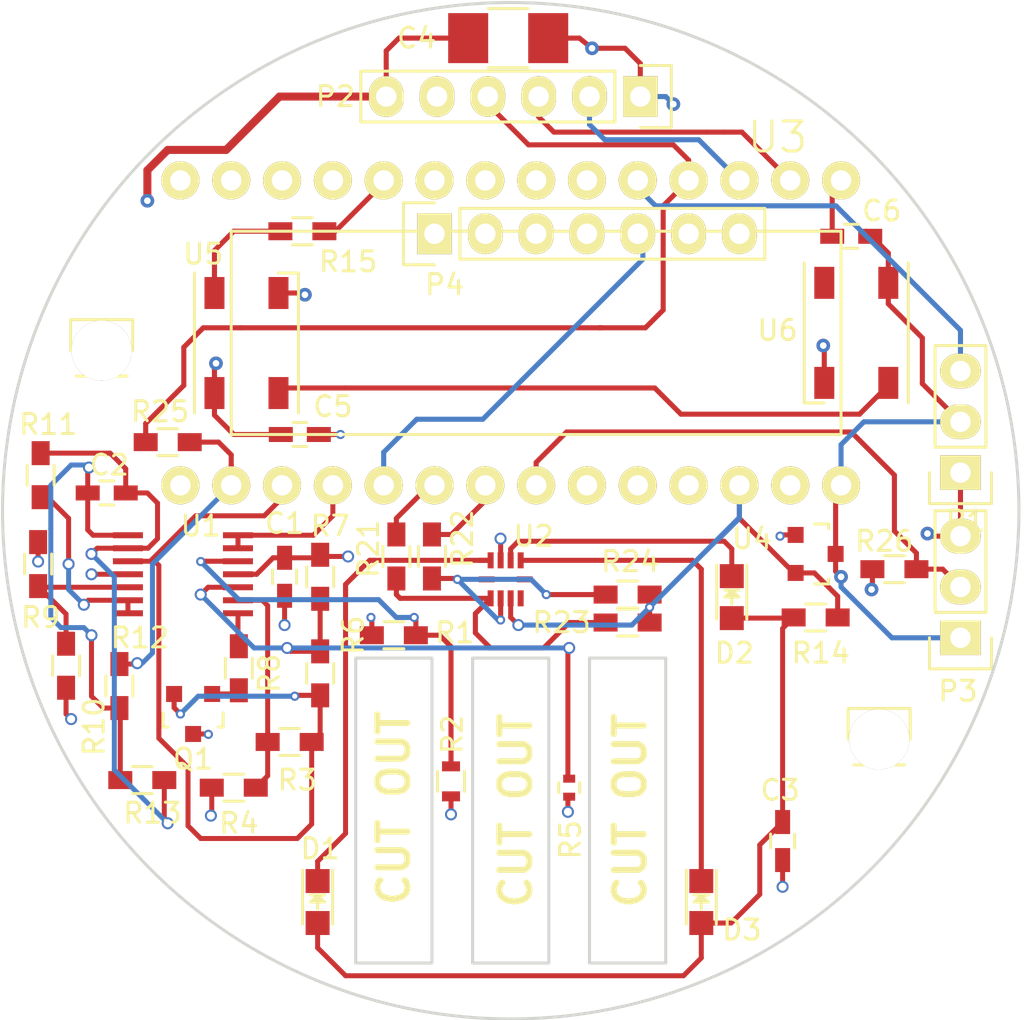
<source format=kicad_pcb>
(kicad_pcb (version 4) (host pcbnew 4.0.2-stable)

  (general
    (links 93)
    (no_connects 0)
    (area 106.302219 67.183 192.782781 146.32459)
    (thickness 1.6)
    (drawings 19)
    (tracks 376)
    (zones 0)
    (modules 43)
    (nets 33)
  )

  (page A4)
  (layers
    (0 Top signal)
    (1 Ground power)
    (2 Power mixed)
    (31 Bottom power)
    (34 B.Paste user)
    (35 F.Paste user)
    (37 F.SilkS user)
    (38 B.Mask user)
    (39 F.Mask user)
    (44 Edge.Cuts user)
  )

  (setup
    (last_trace_width 0.254)
    (trace_clearance 0.1524)
    (zone_clearance 0.508)
    (zone_45_only no)
    (trace_min 0.1524)
    (segment_width 0.2)
    (edge_width 0.15)
    (via_size 0.6858)
    (via_drill 0.3302)
    (via_min_size 0.4)
    (via_min_drill 0.25)
    (uvia_size 0.762)
    (uvia_drill 0.508)
    (uvias_allowed no)
    (uvia_min_size 0)
    (uvia_min_drill 0)
    (pcb_text_width 0.3)
    (pcb_text_size 1.5 1.5)
    (mod_edge_width 0.15)
    (mod_text_size 1 1)
    (mod_text_width 0.15)
    (pad_size 1.9 1.9)
    (pad_drill 1.016)
    (pad_to_mask_clearance 0.2)
    (aux_axis_origin 0 0)
    (visible_elements 7FFFFF7F)
    (pcbplotparams
      (layerselection 0x010ec_80000007)
      (usegerberextensions false)
      (excludeedgelayer true)
      (linewidth 0.100000)
      (plotframeref false)
      (viasonmask true)
      (mode 1)
      (useauxorigin false)
      (hpglpennumber 1)
      (hpglpenspeed 20)
      (hpglpendiameter 15)
      (hpglpenoverlay 2)
      (psnegative false)
      (psa4output false)
      (plotreference true)
      (plotvalue false)
      (plotinvisibletext false)
      (padsonsilk false)
      (subtractmaskfromsilk false)
      (outputformat 1)
      (mirror false)
      (drillshape 0)
      (scaleselection 1)
      (outputdirectory C:/Users/hawkes/Documents/grove-sensor/))
  )

  (net 0 "")
  (net 1 +5V)
  (net 2 GND)
  (net 3 /OUT)
  (net 4 "Net-(C2-Pad2)")
  (net 5 "Net-(C3-Pad2)")
  (net 6 "Net-(D1-Pad1)")
  (net 7 "Net-(D2-Pad1)")
  (net 8 "Net-(D3-Pad1)")
  (net 9 /V_RAW)
  (net 10 "Net-(R1-Pad2)")
  (net 11 "Net-(R3-Pad2)")
  (net 12 "Net-(R5-Pad1)")
  (net 13 "Net-(R8-Pad2)")
  (net 14 /SENSITIVITY)
  (net 15 "Net-(R11-Pad1)")
  (net 16 /3.3V)
  (net 17 /SDA)
  (net 18 /SCL)
  (net 19 /TEMP_OUT)
  (net 20 "Net-(C2-Pad1)")
  (net 21 /PIR_IN)
  (net 22 "Net-(P2-Pad2)")
  (net 23 "Net-(P2-Pad3)")
  (net 24 "Net-(P2-Pad4)")
  (net 25 "Net-(R21-Pad1)")
  (net 26 "Net-(R22-Pad1)")
  (net 27 /LED_IN)
  (net 28 "Net-(U5-Pad2)")
  (net 29 "Net-(Q1-Pad1)")
  (net 30 "Net-(R15-Pad2)")
  (net 31 "Net-(P1-Pad3)")
  (net 32 /Ultrasound)

  (net_class Default "This is the default net class."
    (clearance 0.1524)
    (trace_width 0.254)
    (via_dia 0.6858)
    (via_drill 0.3302)
    (uvia_dia 0.762)
    (uvia_drill 0.508)
    (add_net +5V)
    (add_net /3.3V)
    (add_net /LED_IN)
    (add_net /OUT)
    (add_net /PIR_IN)
    (add_net /SCL)
    (add_net /SDA)
    (add_net /SENSITIVITY)
    (add_net /TEMP_OUT)
    (add_net /Ultrasound)
    (add_net /V_RAW)
    (add_net GND)
    (add_net "Net-(C2-Pad1)")
    (add_net "Net-(C2-Pad2)")
    (add_net "Net-(C3-Pad2)")
    (add_net "Net-(D1-Pad1)")
    (add_net "Net-(D2-Pad1)")
    (add_net "Net-(D3-Pad1)")
    (add_net "Net-(P1-Pad3)")
    (add_net "Net-(P2-Pad2)")
    (add_net "Net-(P2-Pad3)")
    (add_net "Net-(P2-Pad4)")
    (add_net "Net-(Q1-Pad1)")
    (add_net "Net-(R1-Pad2)")
    (add_net "Net-(R11-Pad1)")
    (add_net "Net-(R15-Pad2)")
    (add_net "Net-(R21-Pad1)")
    (add_net "Net-(R22-Pad1)")
    (add_net "Net-(R3-Pad2)")
    (add_net "Net-(R5-Pad1)")
    (add_net "Net-(R8-Pad2)")
    (add_net "Net-(U5-Pad2)")
  )

  (module Teensy-3:Teensy-3.1 (layer Top) (tedit 579AF619) (tstamp 576C1076)
    (at 162.56 76.2 180)
    (path /5755F057)
    (fp_text reference U3 (at 0.635 2.159 360) (layer F.SilkS)
      (effects (font (size 1.5 1.5) (thickness 0.15)))
    )
    (fp_text value Teensy_3.1 (at 49.149 -7.239 180) (layer F.Fab) hide
      (effects (font (size 1.5 1.5) (thickness 0.15)))
    )
    (fp_line (start -2.54 -12.7) (end 27.94 -12.7) (layer F.SilkS) (width 0.15))
    (fp_line (start 27.94 -12.7) (end 27.94 -2.54) (layer F.SilkS) (width 0.15))
    (fp_line (start 27.94 -2.54) (end -2.54 -2.54) (layer F.SilkS) (width 0.15))
    (fp_line (start -2.54 -2.54) (end -2.54 -12.7) (layer F.SilkS) (width 0.15))
    (pad 0 thru_hole circle (at 0 0 180) (size 1.9 1.9) (drill 1.016) (layers *.Cu *.Mask F.SilkS)
      (net 23 "Net-(P2-Pad3)"))
    (pad 1 thru_hole circle (at 2.54 0 180) (size 1.9 1.9) (drill 1.016) (layers *.Cu *.Mask F.SilkS)
      (net 22 "Net-(P2-Pad2)"))
    (pad 2 thru_hole circle (at 5.08 0 180) (size 1.9 1.9) (drill 1.016) (layers *.Cu *.Mask F.SilkS)
      (net 24 "Net-(P2-Pad4)"))
    (pad 3 thru_hole circle (at 7.62 0 180) (size 1.9 1.9) (drill 1.016) (layers *.Cu *.Mask F.SilkS)
      (net 31 "Net-(P1-Pad3)"))
    (pad 4 thru_hole circle (at 10.16 0 180) (size 1.9 1.9) (drill 1.016) (layers *.Cu *.Mask F.SilkS))
    (pad 5 thru_hole circle (at 12.7 0 180) (size 1.9 1.9) (drill 1.016) (layers *.Cu *.Mask F.SilkS))
    (pad 6 thru_hole circle (at 15.24 0 180) (size 1.9 1.9) (drill 1.016) (layers *.Cu *.Mask F.SilkS))
    (pad 7 thru_hole circle (at 17.78 0 180) (size 1.9 1.9) (drill 1.016) (layers *.Cu *.Mask F.SilkS))
    (pad 8 thru_hole circle (at 20.32 0 180) (size 1.9 1.9) (drill 1.016) (layers *.Cu *.Mask F.SilkS)
      (net 30 "Net-(R15-Pad2)"))
    (pad 9 thru_hole circle (at 22.86 0 180) (size 1.9 1.9) (drill 1.016) (layers *.Cu *.Mask F.SilkS))
    (pad 10 thru_hole circle (at 25.4 0 180) (size 1.9 1.9) (drill 1.016) (layers *.Cu *.Mask F.SilkS))
    (pad 11 thru_hole circle (at 27.94 0 180) (size 1.9 1.9) (drill 1.016) (layers *.Cu *.Mask F.SilkS))
    (pad 12 thru_hole circle (at 30.48 0 180) (size 1.9 1.9) (drill 1.016) (layers *.Cu *.Mask F.SilkS))
    (pad 13 thru_hole circle (at 30.48 -15.24 180) (size 1.9 1.9) (drill 1.016) (layers *.Cu *.Mask F.SilkS))
    (pad 14 thru_hole circle (at 27.94 -15.24 180) (size 1.9 1.9) (drill 1.016) (layers *.Cu *.Mask F.SilkS)
      (net 3 /OUT))
    (pad 15 thru_hole circle (at 25.4 -15.24 180) (size 1.9 1.9) (drill 1.016) (layers *.Cu *.Mask F.SilkS)
      (net 9 /V_RAW))
    (pad 16 thru_hole circle (at 22.86 -15.24 180) (size 1.9 1.9) (drill 1.016) (layers *.Cu *.Mask F.SilkS)
      (net 19 /TEMP_OUT))
    (pad 17 thru_hole circle (at 20.32 -15.24 180) (size 1.9 1.9) (drill 1.016) (layers *.Cu *.Mask F.SilkS)
      (net 32 /Ultrasound))
    (pad 18 thru_hole circle (at 17.78 -15.24 180) (size 1.9 1.9) (drill 1.016) (layers *.Cu *.Mask F.SilkS)
      (net 17 /SDA))
    (pad 19 thru_hole circle (at 15.24 -15.24 180) (size 1.9 1.9) (drill 1.016) (layers *.Cu *.Mask F.SilkS)
      (net 18 /SCL))
    (pad 20 thru_hole circle (at 12.7 -15.24 180) (size 1.9 1.9) (drill 1.016) (layers *.Cu *.Mask F.SilkS)
      (net 21 /PIR_IN))
    (pad 21 thru_hole circle (at 10.16 -15.24 180) (size 1.9 1.9) (drill 1.016) (layers *.Cu *.Mask F.SilkS))
    (pad 22 thru_hole circle (at 7.62 -15.24 180) (size 1.9 1.9) (drill 1.016) (layers *.Cu *.Mask F.SilkS))
    (pad 23 thru_hole circle (at 5.08 -15.24 180) (size 1.9 1.9) (drill 1.016) (layers *.Cu *.Mask F.SilkS))
    (pad 24 thru_hole circle (at 2.54 -15.24 180) (size 1.9 1.9) (drill 1.016) (layers *.Cu *.Mask F.SilkS)
      (net 16 /3.3V))
    (pad 25 thru_hole circle (at 0 -15.24 180) (size 1.9 1.9) (drill 1.016) (layers *.Cu *.Mask F.SilkS)
      (net 2 GND))
    (pad 26 thru_hole circle (at -2.54 -15.24 180) (size 1.9 1.9) (drill 1.016) (layers *.Cu *.Mask F.SilkS)
      (net 1 +5V))
    (pad 27 thru_hole circle (at -2.54 0 180) (size 1.9 1.9) (drill 1.016) (layers *.Cu *.Mask F.SilkS)
      (net 2 GND))
  )

  (module Capacitors_SMD:C_0603_HandSoldering (layer Top) (tedit 577AAA66) (tstamp 576C0FB2)
    (at 137.287 96.012 270)
    (descr "Capacitor SMD 0603, hand soldering")
    (tags "capacitor 0603")
    (path /576B7253)
    (attr smd)
    (fp_text reference C1 (at -2.667 0 360) (layer F.SilkS)
      (effects (font (size 1 1) (thickness 0.15)))
    )
    (fp_text value 0.1uF (at -1.27 22.987 360) (layer F.Fab) hide
      (effects (font (size 1 1) (thickness 0.15)))
    )
    (fp_line (start -1.85 -0.75) (end 1.85 -0.75) (layer F.CrtYd) (width 0.05))
    (fp_line (start -1.85 0.75) (end 1.85 0.75) (layer F.CrtYd) (width 0.05))
    (fp_line (start -1.85 -0.75) (end -1.85 0.75) (layer F.CrtYd) (width 0.05))
    (fp_line (start 1.85 -0.75) (end 1.85 0.75) (layer F.CrtYd) (width 0.05))
    (fp_line (start -0.35 -0.6) (end 0.35 -0.6) (layer F.SilkS) (width 0.15))
    (fp_line (start 0.35 0.6) (end -0.35 0.6) (layer F.SilkS) (width 0.15))
    (pad 1 smd rect (at -0.95 0 270) (size 1.2 0.75) (layers Top F.Paste F.Mask)
      (net 1 +5V))
    (pad 2 smd rect (at 0.95 0 270) (size 1.2 0.75) (layers Top F.Paste F.Mask)
      (net 2 GND))
    (model Capacitors_SMD.3dshapes/C_0603_HandSoldering.wrl
      (at (xyz 0 0 0))
      (scale (xyz 1 1 1))
      (rotate (xyz 0 0 0))
    )
  )

  (module Capacitors_SMD:C_0603_HandSoldering (layer Top) (tedit 577AAA6D) (tstamp 576C0FB8)
    (at 128.397 91.821)
    (descr "Capacitor SMD 0603, hand soldering")
    (tags "capacitor 0603")
    (path /576BCC81)
    (attr smd)
    (fp_text reference C2 (at 0.127 -1.397) (layer F.SilkS)
      (effects (font (size 1 1) (thickness 0.15)))
    )
    (fp_text value 10uF (at -13.843 6.858) (layer F.Fab) hide
      (effects (font (size 1 1) (thickness 0.15)))
    )
    (fp_line (start -1.85 -0.75) (end 1.85 -0.75) (layer F.CrtYd) (width 0.05))
    (fp_line (start -1.85 0.75) (end 1.85 0.75) (layer F.CrtYd) (width 0.05))
    (fp_line (start -1.85 -0.75) (end -1.85 0.75) (layer F.CrtYd) (width 0.05))
    (fp_line (start 1.85 -0.75) (end 1.85 0.75) (layer F.CrtYd) (width 0.05))
    (fp_line (start -0.35 -0.6) (end 0.35 -0.6) (layer F.SilkS) (width 0.15))
    (fp_line (start 0.35 0.6) (end -0.35 0.6) (layer F.SilkS) (width 0.15))
    (pad 1 smd rect (at -0.95 0) (size 1.2 0.75) (layers Top F.Paste F.Mask)
      (net 20 "Net-(C2-Pad1)"))
    (pad 2 smd rect (at 0.95 0) (size 1.2 0.75) (layers Top F.Paste F.Mask)
      (net 4 "Net-(C2-Pad2)"))
    (model Capacitors_SMD.3dshapes/C_0603_HandSoldering.wrl
      (at (xyz 0 0 0))
      (scale (xyz 1 1 1))
      (rotate (xyz 0 0 0))
    )
  )

  (module Capacitors_SMD:C_0603_HandSoldering (layer Top) (tedit 577AA9CE) (tstamp 576C0FBE)
    (at 162.179 109.22 90)
    (descr "Capacitor SMD 0603, hand soldering")
    (tags "capacitor 0603")
    (path /576C63B9)
    (attr smd)
    (fp_text reference C3 (at 2.54 -0.127 180) (layer F.SilkS)
      (effects (font (size 1 1) (thickness 0.15)))
    )
    (fp_text value 15uF (at 9.779 20.193 180) (layer F.Fab) hide
      (effects (font (size 1 1) (thickness 0.15)))
    )
    (fp_line (start -1.85 -0.75) (end 1.85 -0.75) (layer F.CrtYd) (width 0.05))
    (fp_line (start -1.85 0.75) (end 1.85 0.75) (layer F.CrtYd) (width 0.05))
    (fp_line (start -1.85 -0.75) (end -1.85 0.75) (layer F.CrtYd) (width 0.05))
    (fp_line (start 1.85 -0.75) (end 1.85 0.75) (layer F.CrtYd) (width 0.05))
    (fp_line (start -0.35 -0.6) (end 0.35 -0.6) (layer F.SilkS) (width 0.15))
    (fp_line (start 0.35 0.6) (end -0.35 0.6) (layer F.SilkS) (width 0.15))
    (pad 1 smd rect (at -0.95 0 90) (size 1.2 0.75) (layers Top F.Paste F.Mask)
      (net 2 GND))
    (pad 2 smd rect (at 0.95 0 90) (size 1.2 0.75) (layers Top F.Paste F.Mask)
      (net 5 "Net-(C3-Pad2)"))
    (model Capacitors_SMD.3dshapes/C_0603_HandSoldering.wrl
      (at (xyz 0 0 0))
      (scale (xyz 1 1 1))
      (rotate (xyz 0 0 0))
    )
  )

  (module Resistors_SMD:R_0603_HandSoldering (layer Top) (tedit 577EC73C) (tstamp 576C0FFA)
    (at 142.748 98.933)
    (descr "Resistor SMD 0603, hand soldering")
    (tags "resistor 0603")
    (path /576B7151)
    (attr smd)
    (fp_text reference R1 (at 3.048 -0.127) (layer F.SilkS)
      (effects (font (size 1 1) (thickness 0.15)))
    )
    (fp_text value 10k (at -27.686 13.462) (layer F.Fab) hide
      (effects (font (size 1 1) (thickness 0.15)))
    )
    (fp_line (start -2 -0.8) (end 2 -0.8) (layer F.CrtYd) (width 0.05))
    (fp_line (start -2 0.8) (end 2 0.8) (layer F.CrtYd) (width 0.05))
    (fp_line (start -2 -0.8) (end -2 0.8) (layer F.CrtYd) (width 0.05))
    (fp_line (start 2 -0.8) (end 2 0.8) (layer F.CrtYd) (width 0.05))
    (fp_line (start 0.5 0.675) (end -0.5 0.675) (layer F.SilkS) (width 0.15))
    (fp_line (start -0.5 -0.675) (end 0.5 -0.675) (layer F.SilkS) (width 0.15))
    (pad 1 smd rect (at -1.1 0) (size 1.2 0.9) (layers Top F.Paste F.Mask)
      (net 1 +5V))
    (pad 2 smd rect (at 1.1 0) (size 1.2 0.9) (layers Top F.Paste F.Mask)
      (net 10 "Net-(R1-Pad2)"))
    (model Resistors_SMD.3dshapes/R_0603_HandSoldering.wrl
      (at (xyz 0 0 0))
      (scale (xyz 1 1 1))
      (rotate (xyz 0 0 0))
    )
  )

  (module Resistors_SMD:R_0603_HandSoldering (layer Top) (tedit 577AAA97) (tstamp 576C1006)
    (at 137.541 104.267 180)
    (descr "Resistor SMD 0603, hand soldering")
    (tags "resistor 0603")
    (path /576B7ADF)
    (attr smd)
    (fp_text reference R3 (at -0.381 -1.905 180) (layer F.SilkS)
      (effects (font (size 1 1) (thickness 0.15)))
    )
    (fp_text value 2k (at 22.225 -11.176 180) (layer F.Fab) hide
      (effects (font (size 1 1) (thickness 0.15)))
    )
    (fp_line (start -2 -0.8) (end 2 -0.8) (layer F.CrtYd) (width 0.05))
    (fp_line (start -2 0.8) (end 2 0.8) (layer F.CrtYd) (width 0.05))
    (fp_line (start -2 -0.8) (end -2 0.8) (layer F.CrtYd) (width 0.05))
    (fp_line (start 2 -0.8) (end 2 0.8) (layer F.CrtYd) (width 0.05))
    (fp_line (start 0.5 0.675) (end -0.5 0.675) (layer F.SilkS) (width 0.15))
    (fp_line (start -0.5 -0.675) (end 0.5 -0.675) (layer F.SilkS) (width 0.15))
    (pad 1 smd rect (at -1.1 0 180) (size 1.2 0.9) (layers Top F.Paste F.Mask)
      (net 9 /V_RAW))
    (pad 2 smd rect (at 1.1 0 180) (size 1.2 0.9) (layers Top F.Paste F.Mask)
      (net 11 "Net-(R3-Pad2)"))
    (model Resistors_SMD.3dshapes/R_0603_HandSoldering.wrl
      (at (xyz 0 0 0))
      (scale (xyz 1 1 1))
      (rotate (xyz 0 0 0))
    )
  )

  (module Resistors_SMD:R_0603_HandSoldering (layer Top) (tedit 577AAA7F) (tstamp 576C100C)
    (at 134.747 106.553 180)
    (descr "Resistor SMD 0603, hand soldering")
    (tags "resistor 0603")
    (path /576B7BA2)
    (attr smd)
    (fp_text reference R4 (at -0.254 -1.778 180) (layer F.SilkS)
      (effects (font (size 1 1) (thickness 0.15)))
    )
    (fp_text value 165k (at 19.812 1.27 180) (layer F.Fab) hide
      (effects (font (size 1 1) (thickness 0.15)))
    )
    (fp_line (start -2 -0.8) (end 2 -0.8) (layer F.CrtYd) (width 0.05))
    (fp_line (start -2 0.8) (end 2 0.8) (layer F.CrtYd) (width 0.05))
    (fp_line (start -2 -0.8) (end -2 0.8) (layer F.CrtYd) (width 0.05))
    (fp_line (start 2 -0.8) (end 2 0.8) (layer F.CrtYd) (width 0.05))
    (fp_line (start 0.5 0.675) (end -0.5 0.675) (layer F.SilkS) (width 0.15))
    (fp_line (start -0.5 -0.675) (end 0.5 -0.675) (layer F.SilkS) (width 0.15))
    (pad 1 smd rect (at -1.1 0 180) (size 1.2 0.9) (layers Top F.Paste F.Mask)
      (net 11 "Net-(R3-Pad2)"))
    (pad 2 smd rect (at 1.1 0 180) (size 1.2 0.9) (layers Top F.Paste F.Mask)
      (net 2 GND))
    (model Resistors_SMD.3dshapes/R_0603_HandSoldering.wrl
      (at (xyz 0 0 0))
      (scale (xyz 1 1 1))
      (rotate (xyz 0 0 0))
    )
  )

  (module Resistors_SMD:R_0402 (layer Top) (tedit 577EC75F) (tstamp 576C1012)
    (at 151.511 106.553 270)
    (descr "Resistor SMD 0402, reflow soldering, Vishay (see dcrcw.pdf)")
    (tags "resistor 0402")
    (path /576B7CFA)
    (attr smd)
    (fp_text reference R5 (at 2.6035 -0.0635 270) (layer F.SilkS)
      (effects (font (size 1 1) (thickness 0.15)))
    )
    (fp_text value THERM (at 15.3035 -4.8895 270) (layer F.Fab) hide
      (effects (font (size 1 1) (thickness 0.15)))
    )
    (fp_line (start -0.95 -0.65) (end 0.95 -0.65) (layer F.CrtYd) (width 0.05))
    (fp_line (start -0.95 0.65) (end 0.95 0.65) (layer F.CrtYd) (width 0.05))
    (fp_line (start -0.95 -0.65) (end -0.95 0.65) (layer F.CrtYd) (width 0.05))
    (fp_line (start 0.95 -0.65) (end 0.95 0.65) (layer F.CrtYd) (width 0.05))
    (fp_line (start 0.25 -0.525) (end -0.25 -0.525) (layer F.SilkS) (width 0.15))
    (fp_line (start -0.25 0.525) (end 0.25 0.525) (layer F.SilkS) (width 0.15))
    (pad 1 smd rect (at -0.45 0 270) (size 0.4 0.6) (layers Top F.Paste F.Mask)
      (net 12 "Net-(R5-Pad1)"))
    (pad 2 smd rect (at 0.45 0 270) (size 0.4 0.6) (layers Top F.Paste F.Mask)
      (net 2 GND))
    (model Resistors_SMD.3dshapes/R_0402.wrl
      (at (xyz 0 0 0))
      (scale (xyz 1 1 1))
      (rotate (xyz 0 0 0))
    )
  )

  (module Resistors_SMD:R_0603_HandSoldering (layer Top) (tedit 577EC746) (tstamp 576C1018)
    (at 139.065 100.838 90)
    (descr "Resistor SMD 0603, hand soldering")
    (tags "resistor 0603")
    (path /576B8846)
    (attr smd)
    (fp_text reference R6 (at 1.905 1.651 270) (layer F.SilkS)
      (effects (font (size 1 1) (thickness 0.15)))
    )
    (fp_text value 1 (at -1.143 -24.638 180) (layer F.Fab) hide
      (effects (font (size 1 1) (thickness 0.15)))
    )
    (fp_line (start -2 -0.8) (end 2 -0.8) (layer F.CrtYd) (width 0.05))
    (fp_line (start -2 0.8) (end 2 0.8) (layer F.CrtYd) (width 0.05))
    (fp_line (start -2 -0.8) (end -2 0.8) (layer F.CrtYd) (width 0.05))
    (fp_line (start 2 -0.8) (end 2 0.8) (layer F.CrtYd) (width 0.05))
    (fp_line (start 0.5 0.675) (end -0.5 0.675) (layer F.SilkS) (width 0.15))
    (fp_line (start -0.5 -0.675) (end 0.5 -0.675) (layer F.SilkS) (width 0.15))
    (pad 1 smd rect (at -1.1 0 90) (size 1.2 0.9) (layers Top F.Paste F.Mask)
      (net 9 /V_RAW))
    (pad 2 smd rect (at 1.1 0 90) (size 1.2 0.9) (layers Top F.Paste F.Mask)
      (net 12 "Net-(R5-Pad1)"))
    (model Resistors_SMD.3dshapes/R_0603_HandSoldering.wrl
      (at (xyz 0 0 0))
      (scale (xyz 1 1 1))
      (rotate (xyz 0 0 0))
    )
  )

  (module Resistors_SMD:R_0603_HandSoldering (layer Top) (tedit 577AAA5F) (tstamp 576C101E)
    (at 139.065 96.012 270)
    (descr "Resistor SMD 0603, hand soldering")
    (tags "resistor 0603")
    (path /576B8F12)
    (attr smd)
    (fp_text reference R7 (at -2.54 -0.508 360) (layer F.SilkS)
      (effects (font (size 1 1) (thickness 0.15)))
    )
    (fp_text value 10k (at -3.048 24.892 360) (layer F.Fab) hide
      (effects (font (size 1 1) (thickness 0.15)))
    )
    (fp_line (start -2 -0.8) (end 2 -0.8) (layer F.CrtYd) (width 0.05))
    (fp_line (start -2 0.8) (end 2 0.8) (layer F.CrtYd) (width 0.05))
    (fp_line (start -2 -0.8) (end -2 0.8) (layer F.CrtYd) (width 0.05))
    (fp_line (start 2 -0.8) (end 2 0.8) (layer F.CrtYd) (width 0.05))
    (fp_line (start 0.5 0.675) (end -0.5 0.675) (layer F.SilkS) (width 0.15))
    (fp_line (start -0.5 -0.675) (end 0.5 -0.675) (layer F.SilkS) (width 0.15))
    (pad 1 smd rect (at -1.1 0 270) (size 1.2 0.9) (layers Top F.Paste F.Mask)
      (net 1 +5V))
    (pad 2 smd rect (at 1.1 0 270) (size 1.2 0.9) (layers Top F.Paste F.Mask)
      (net 12 "Net-(R5-Pad1)"))
    (model Resistors_SMD.3dshapes/R_0603_HandSoldering.wrl
      (at (xyz 0 0 0))
      (scale (xyz 1 1 1))
      (rotate (xyz 0 0 0))
    )
  )

  (module Resistors_SMD:R_0603_HandSoldering (layer Top) (tedit 577AAA70) (tstamp 576C1024)
    (at 135.001 100.584 90)
    (descr "Resistor SMD 0603, hand soldering")
    (tags "resistor 0603")
    (path /576B70FC)
    (attr smd)
    (fp_text reference R8 (at -0.254 1.524 90) (layer F.SilkS)
      (effects (font (size 1 1) (thickness 0.15)))
    )
    (fp_text value 2k (at 0.127 -20.701 180) (layer F.Fab) hide
      (effects (font (size 1 1) (thickness 0.15)))
    )
    (fp_line (start -2 -0.8) (end 2 -0.8) (layer F.CrtYd) (width 0.05))
    (fp_line (start -2 0.8) (end 2 0.8) (layer F.CrtYd) (width 0.05))
    (fp_line (start -2 -0.8) (end -2 0.8) (layer F.CrtYd) (width 0.05))
    (fp_line (start 2 -0.8) (end 2 0.8) (layer F.CrtYd) (width 0.05))
    (fp_line (start 0.5 0.675) (end -0.5 0.675) (layer F.SilkS) (width 0.15))
    (fp_line (start -0.5 -0.675) (end 0.5 -0.675) (layer F.SilkS) (width 0.15))
    (pad 1 smd rect (at -1.1 0 90) (size 1.2 0.9) (layers Top F.Paste F.Mask)
      (net 29 "Net-(Q1-Pad1)"))
    (pad 2 smd rect (at 1.1 0 90) (size 1.2 0.9) (layers Top F.Paste F.Mask)
      (net 13 "Net-(R8-Pad2)"))
    (model Resistors_SMD.3dshapes/R_0603_HandSoldering.wrl
      (at (xyz 0 0 0))
      (scale (xyz 1 1 1))
      (rotate (xyz 0 0 0))
    )
  )

  (module Resistors_SMD:R_0603_HandSoldering (layer Top) (tedit 577AAA5D) (tstamp 576C102A)
    (at 124.968 95.377 270)
    (descr "Resistor SMD 0603, hand soldering")
    (tags "resistor 0603")
    (path /576BECA9)
    (attr smd)
    (fp_text reference R9 (at 2.667 -0.127 360) (layer F.SilkS)
      (effects (font (size 1 1) (thickness 0.15)))
    )
    (fp_text value 10k (at -4.191 10.922 360) (layer F.Fab) hide
      (effects (font (size 1 1) (thickness 0.15)))
    )
    (fp_line (start -2 -0.8) (end 2 -0.8) (layer F.CrtYd) (width 0.05))
    (fp_line (start -2 0.8) (end 2 0.8) (layer F.CrtYd) (width 0.05))
    (fp_line (start -2 -0.8) (end -2 0.8) (layer F.CrtYd) (width 0.05))
    (fp_line (start 2 -0.8) (end 2 0.8) (layer F.CrtYd) (width 0.05))
    (fp_line (start 0.5 0.675) (end -0.5 0.675) (layer F.SilkS) (width 0.15))
    (fp_line (start -0.5 -0.675) (end 0.5 -0.675) (layer F.SilkS) (width 0.15))
    (pad 1 smd rect (at -1.1 0 270) (size 1.2 0.9) (layers Top F.Paste F.Mask)
      (net 1 +5V))
    (pad 2 smd rect (at 1.1 0 270) (size 1.2 0.9) (layers Top F.Paste F.Mask)
      (net 14 /SENSITIVITY))
    (model Resistors_SMD.3dshapes/R_0603_HandSoldering.wrl
      (at (xyz 0 0 0))
      (scale (xyz 1 1 1))
      (rotate (xyz 0 0 0))
    )
  )

  (module Resistors_SMD:R_0603_HandSoldering (layer Top) (tedit 577AAA8C) (tstamp 576C1030)
    (at 126.365 100.457 270)
    (descr "Resistor SMD 0603, hand soldering")
    (tags "resistor 0603")
    (path /576BED72)
    (attr smd)
    (fp_text reference R10 (at 3.048 -1.397 450) (layer F.SilkS)
      (effects (font (size 1 1) (thickness 0.15)))
    )
    (fp_text value 10k (at 9.652 11.303 360) (layer F.Fab) hide
      (effects (font (size 1 1) (thickness 0.15)))
    )
    (fp_line (start -2 -0.8) (end 2 -0.8) (layer F.CrtYd) (width 0.05))
    (fp_line (start -2 0.8) (end 2 0.8) (layer F.CrtYd) (width 0.05))
    (fp_line (start -2 -0.8) (end -2 0.8) (layer F.CrtYd) (width 0.05))
    (fp_line (start 2 -0.8) (end 2 0.8) (layer F.CrtYd) (width 0.05))
    (fp_line (start 0.5 0.675) (end -0.5 0.675) (layer F.SilkS) (width 0.15))
    (fp_line (start -0.5 -0.675) (end 0.5 -0.675) (layer F.SilkS) (width 0.15))
    (pad 1 smd rect (at -1.1 0 270) (size 1.2 0.9) (layers Top F.Paste F.Mask)
      (net 14 /SENSITIVITY))
    (pad 2 smd rect (at 1.1 0 270) (size 1.2 0.9) (layers Top F.Paste F.Mask)
      (net 2 GND))
    (model Resistors_SMD.3dshapes/R_0603_HandSoldering.wrl
      (at (xyz 0 0 0))
      (scale (xyz 1 1 1))
      (rotate (xyz 0 0 0))
    )
  )

  (module Resistors_SMD:R_0603_HandSoldering (layer Top) (tedit 577AAA5B) (tstamp 576C1036)
    (at 125.095 90.932 90)
    (descr "Resistor SMD 0603, hand soldering")
    (tags "resistor 0603")
    (path /576BDC3F)
    (attr smd)
    (fp_text reference R11 (at 2.54 0.381 360) (layer F.SilkS)
      (effects (font (size 1 1) (thickness 0.15)))
    )
    (fp_text value 2k (at 1.524 -11.303 180) (layer F.Fab) hide
      (effects (font (size 1 1) (thickness 0.15)))
    )
    (fp_line (start -2 -0.8) (end 2 -0.8) (layer F.CrtYd) (width 0.05))
    (fp_line (start -2 0.8) (end 2 0.8) (layer F.CrtYd) (width 0.05))
    (fp_line (start -2 -0.8) (end -2 0.8) (layer F.CrtYd) (width 0.05))
    (fp_line (start 2 -0.8) (end 2 0.8) (layer F.CrtYd) (width 0.05))
    (fp_line (start 0.5 0.675) (end -0.5 0.675) (layer F.SilkS) (width 0.15))
    (fp_line (start -0.5 -0.675) (end 0.5 -0.675) (layer F.SilkS) (width 0.15))
    (pad 1 smd rect (at -1.1 0 90) (size 1.2 0.9) (layers Top F.Paste F.Mask)
      (net 15 "Net-(R11-Pad1)"))
    (pad 2 smd rect (at 1.1 0 90) (size 1.2 0.9) (layers Top F.Paste F.Mask)
      (net 4 "Net-(C2-Pad2)"))
    (model Resistors_SMD.3dshapes/R_0603_HandSoldering.wrl
      (at (xyz 0 0 0))
      (scale (xyz 1 1 1))
      (rotate (xyz 0 0 0))
    )
  )

  (module Resistors_SMD:R_0603_HandSoldering (layer Top) (tedit 577AAA94) (tstamp 576C103C)
    (at 129.032 101.473 90)
    (descr "Resistor SMD 0603, hand soldering")
    (tags "resistor 0603")
    (path /576BADCF)
    (attr smd)
    (fp_text reference R12 (at 2.413 1.016 180) (layer F.SilkS)
      (effects (font (size 1 1) (thickness 0.15)))
    )
    (fp_text value 2k (at -12.319 -13.716 180) (layer F.Fab) hide
      (effects (font (size 1 1) (thickness 0.15)))
    )
    (fp_line (start -2 -0.8) (end 2 -0.8) (layer F.CrtYd) (width 0.05))
    (fp_line (start -2 0.8) (end 2 0.8) (layer F.CrtYd) (width 0.05))
    (fp_line (start -2 -0.8) (end -2 0.8) (layer F.CrtYd) (width 0.05))
    (fp_line (start 2 -0.8) (end 2 0.8) (layer F.CrtYd) (width 0.05))
    (fp_line (start 0.5 0.675) (end -0.5 0.675) (layer F.SilkS) (width 0.15))
    (fp_line (start -0.5 -0.675) (end 0.5 -0.675) (layer F.SilkS) (width 0.15))
    (pad 1 smd rect (at -1.1 0 90) (size 1.2 0.9) (layers Top F.Paste F.Mask)
      (net 20 "Net-(C2-Pad1)"))
    (pad 2 smd rect (at 1.1 0 90) (size 1.2 0.9) (layers Top F.Paste F.Mask)
      (net 3 /OUT))
    (model Resistors_SMD.3dshapes/R_0603_HandSoldering.wrl
      (at (xyz 0 0 0))
      (scale (xyz 1 1 1))
      (rotate (xyz 0 0 0))
    )
  )

  (module Resistors_SMD:R_0603_HandSoldering (layer Top) (tedit 577AAA79) (tstamp 576C1042)
    (at 130.175 106.172 180)
    (descr "Resistor SMD 0603, hand soldering")
    (tags "resistor 0603")
    (path /576BCB09)
    (attr smd)
    (fp_text reference R13 (at -0.508 -1.651 180) (layer F.SilkS)
      (effects (font (size 1 1) (thickness 0.15)))
    )
    (fp_text value 4.3k (at 15.621 2.667 180) (layer F.Fab) hide
      (effects (font (size 1 1) (thickness 0.15)))
    )
    (fp_line (start -2 -0.8) (end 2 -0.8) (layer F.CrtYd) (width 0.05))
    (fp_line (start -2 0.8) (end 2 0.8) (layer F.CrtYd) (width 0.05))
    (fp_line (start -2 -0.8) (end -2 0.8) (layer F.CrtYd) (width 0.05))
    (fp_line (start 2 -0.8) (end 2 0.8) (layer F.CrtYd) (width 0.05))
    (fp_line (start 0.5 0.675) (end -0.5 0.675) (layer F.SilkS) (width 0.15))
    (fp_line (start -0.5 -0.675) (end 0.5 -0.675) (layer F.SilkS) (width 0.15))
    (pad 1 smd rect (at -1.1 0 180) (size 1.2 0.9) (layers Top F.Paste F.Mask)
      (net 4 "Net-(C2-Pad2)"))
    (pad 2 smd rect (at 1.1 0 180) (size 1.2 0.9) (layers Top F.Paste F.Mask)
      (net 20 "Net-(C2-Pad1)"))
    (model Resistors_SMD.3dshapes/R_0603_HandSoldering.wrl
      (at (xyz 0 0 0))
      (scale (xyz 1 1 1))
      (rotate (xyz 0 0 0))
    )
  )

  (module Resistors_SMD:R_0603_HandSoldering (layer Top) (tedit 577E8B08) (tstamp 576C1048)
    (at 163.83 98.044 180)
    (descr "Resistor SMD 0603, hand soldering")
    (tags "resistor 0603")
    (path /576C60FD)
    (attr smd)
    (fp_text reference R14 (at -0.254 -1.778 180) (layer F.SilkS)
      (effects (font (size 1 1) (thickness 0.15)))
    )
    (fp_text value 30 (at -17.907 0.254 180) (layer F.Fab) hide
      (effects (font (size 1 1) (thickness 0.15)))
    )
    (fp_line (start -2 -0.8) (end 2 -0.8) (layer F.CrtYd) (width 0.05))
    (fp_line (start -2 0.8) (end 2 0.8) (layer F.CrtYd) (width 0.05))
    (fp_line (start -2 -0.8) (end -2 0.8) (layer F.CrtYd) (width 0.05))
    (fp_line (start 2 -0.8) (end 2 0.8) (layer F.CrtYd) (width 0.05))
    (fp_line (start 0.5 0.675) (end -0.5 0.675) (layer F.SilkS) (width 0.15))
    (fp_line (start -0.5 -0.675) (end 0.5 -0.675) (layer F.SilkS) (width 0.15))
    (pad 1 smd rect (at -1.1 0 180) (size 1.2 0.9) (layers Top F.Paste F.Mask)
      (net 16 /3.3V))
    (pad 2 smd rect (at 1.1 0 180) (size 1.2 0.9) (layers Top F.Paste F.Mask)
      (net 5 "Net-(C3-Pad2)"))
    (model Resistors_SMD.3dshapes/R_0603_HandSoldering.wrl
      (at (xyz 0 0 0))
      (scale (xyz 1 1 1))
      (rotate (xyz 0 0 0))
    )
  )

  (module SI1143:SI1143 (layer Top) (tedit 577EC739) (tstamp 576C1056)
    (at 148.336 96.139 90)
    (path /576C32B7)
    (fp_text reference U2 (at 2.159 1.397 180) (layer F.SilkS)
      (effects (font (size 1 1) (thickness 0.15)))
    )
    (fp_text value SI1143 (at -0.635 -33.782 180) (layer F.Fab) hide
      (effects (font (size 1 1) (thickness 0.15)))
    )
    (pad 8 smd rect (at 0.95 -0.25 90) (size 0.8 0.3) (layers Top F.Paste F.Mask)
      (net 2 GND))
    (pad 9 smd rect (at 0.95 -0.75 90) (size 0.8 0.3) (layers Top F.Paste F.Mask)
      (net 6 "Net-(D1-Pad1)"))
    (pad 1 smd rect (at -0.95 -0.75 90) (size 0.8 0.3) (layers Top F.Paste F.Mask)
      (net 25 "Net-(R21-Pad1)"))
    (pad 3 smd rect (at -0.95 0.25 90) (size 0.8 0.3) (layers Top F.Paste F.Mask)
      (net 16 /3.3V))
    (pad 6 smd rect (at 0.95 0.75 90) (size 0.8 0.3) (layers Top F.Paste F.Mask)
      (net 8 "Net-(D3-Pad1)"))
    (pad 7 smd rect (at 0.95 0.25 90) (size 0.8 0.3) (layers Top F.Paste F.Mask)
      (net 7 "Net-(D2-Pad1)"))
    (pad 2 smd rect (at -0.95 -0.25 90) (size 0.8 0.3) (layers Top F.Paste F.Mask)
      (net 26 "Net-(R22-Pad1)"))
    (pad 4 smd rect (at -0.95 0.75 90) (size 0.8 0.3) (layers Top F.Paste F.Mask))
    (pad 10 smd rect (at 0 -0.95 90) (size 0.3 0.8) (layers Top F.Paste F.Mask))
    (pad 5 smd rect (at 0 0.95 90) (size 0.3 0.8) (layers Top F.Paste F.Mask))
  )

  (module SI1143:TSSOP-14 (layer Top) (tedit 577AAA57) (tstamp 576C75AA)
    (at 132.207 95.885 90)
    (path /576B6F0C)
    (fp_text reference U1 (at 2.413 0.889 180) (layer F.SilkS)
      (effects (font (size 1 1) (thickness 0.15)))
    )
    (fp_text value ADD8704 (at 8.128 -18.161 180) (layer F.Fab) hide
      (effects (font (size 1 1) (thickness 0.15)))
    )
    (pad 11 smd rect (at 0 -2.75 90) (size 0.3 1.5) (layers Top F.Paste F.Mask)
      (net 2 GND))
    (pad 12 smd rect (at -0.65 -2.75 90) (size 0.3 1.5) (layers Top F.Paste F.Mask)
      (net 14 /SENSITIVITY))
    (pad 13 smd rect (at -1.3 -2.75 90) (size 0.3 1.5) (layers Top F.Paste F.Mask)
      (net 15 "Net-(R11-Pad1)"))
    (pad 14 smd rect (at -1.95 -2.75 90) (size 0.3 1.5) (layers Top F.Paste F.Mask)
      (net 15 "Net-(R11-Pad1)"))
    (pad 10 smd rect (at 0.65 -2.75 90) (size 0.3 1.5) (layers Top F.Paste F.Mask)
      (net 9 /V_RAW))
    (pad 9 smd rect (at 1.3 -2.75 90) (size 0.3 1.5) (layers Top F.Paste F.Mask)
      (net 4 "Net-(C2-Pad2)"))
    (pad 8 smd rect (at 1.95 -2.75 90) (size 0.3 1.5) (layers Top F.Paste F.Mask)
      (net 20 "Net-(C2-Pad1)"))
    (pad 4 smd rect (at 0 2.75 90) (size 0.3 1.5) (layers Top F.Paste F.Mask)
      (net 1 +5V))
    (pad 5 smd rect (at 0.65 2.75 90) (size 0.3 1.5) (layers Top F.Paste F.Mask)
      (net 10 "Net-(R1-Pad2)"))
    (pad 6 smd rect (at 1.3 2.75 90) (size 0.3 1.5) (layers Top F.Paste F.Mask)
      (net 19 /TEMP_OUT))
    (pad 7 smd rect (at 1.95 2.75 90) (size 0.3 1.5) (layers Top F.Paste F.Mask)
      (net 19 /TEMP_OUT))
    (pad 3 smd rect (at -0.65 2.75 90) (size 0.3 1.5) (layers Top F.Paste F.Mask)
      (net 12 "Net-(R5-Pad1)"))
    (pad 2 smd rect (at -1.3 2.75 90) (size 0.3 1.5) (layers Top F.Paste F.Mask)
      (net 11 "Net-(R3-Pad2)"))
    (pad 1 smd rect (at -1.95 2.75 90) (size 0.3 1.5) (layers Top F.Paste F.Mask)
      (net 13 "Net-(R8-Pad2)"))
  )

  (module LEDs:LED_0805 (layer Top) (tedit 577AAA86) (tstamp 576CBDBE)
    (at 138.938 112.268 270)
    (descr "LED 0805 smd package")
    (tags "LED 0805 SMD")
    (path /576C7D84)
    (attr smd)
    (fp_text reference D1 (at -2.667 -0.127 360) (layer F.SilkS)
      (effects (font (size 1 1) (thickness 0.15)))
    )
    (fp_text value LED (at -3.683 23.749 360) (layer F.Fab) hide
      (effects (font (size 1 1) (thickness 0.15)))
    )
    (fp_line (start -1.6 0.75) (end 1.1 0.75) (layer F.SilkS) (width 0.15))
    (fp_line (start -1.6 -0.75) (end 1.1 -0.75) (layer F.SilkS) (width 0.15))
    (fp_line (start -0.1 0.15) (end -0.1 -0.1) (layer F.SilkS) (width 0.15))
    (fp_line (start -0.1 -0.1) (end -0.25 0.05) (layer F.SilkS) (width 0.15))
    (fp_line (start -0.35 -0.35) (end -0.35 0.35) (layer F.SilkS) (width 0.15))
    (fp_line (start 0 0) (end 0.35 0) (layer F.SilkS) (width 0.15))
    (fp_line (start -0.35 0) (end 0 -0.35) (layer F.SilkS) (width 0.15))
    (fp_line (start 0 -0.35) (end 0 0.35) (layer F.SilkS) (width 0.15))
    (fp_line (start 0 0.35) (end -0.35 0) (layer F.SilkS) (width 0.15))
    (fp_line (start 1.9 -0.95) (end 1.9 0.95) (layer F.CrtYd) (width 0.05))
    (fp_line (start 1.9 0.95) (end -1.9 0.95) (layer F.CrtYd) (width 0.05))
    (fp_line (start -1.9 0.95) (end -1.9 -0.95) (layer F.CrtYd) (width 0.05))
    (fp_line (start -1.9 -0.95) (end 1.9 -0.95) (layer F.CrtYd) (width 0.05))
    (pad 2 smd rect (at 1.04902 0 90) (size 1.19888 1.19888) (layers Top F.Paste F.Mask)
      (net 5 "Net-(C3-Pad2)"))
    (pad 1 smd rect (at -1.04902 0 90) (size 1.19888 1.19888) (layers Top F.Paste F.Mask)
      (net 6 "Net-(D1-Pad1)"))
    (model LEDs.3dshapes/LED_0805.wrl
      (at (xyz 0 0 0))
      (scale (xyz 1 1 1))
      (rotate (xyz 0 0 0))
    )
  )

  (module LEDs:LED_0805 (layer Top) (tedit 577E8B07) (tstamp 576CBDD1)
    (at 159.639 97.028 270)
    (descr "LED 0805 smd package")
    (tags "LED 0805 SMD")
    (path /576C826C)
    (attr smd)
    (fp_text reference D2 (at 2.794 -0.127 360) (layer F.SilkS)
      (effects (font (size 1 1) (thickness 0.15)))
    )
    (fp_text value LED (at -7.493 -22.352 360) (layer F.Fab) hide
      (effects (font (size 1 1) (thickness 0.15)))
    )
    (fp_line (start -1.6 0.75) (end 1.1 0.75) (layer F.SilkS) (width 0.15))
    (fp_line (start -1.6 -0.75) (end 1.1 -0.75) (layer F.SilkS) (width 0.15))
    (fp_line (start -0.1 0.15) (end -0.1 -0.1) (layer F.SilkS) (width 0.15))
    (fp_line (start -0.1 -0.1) (end -0.25 0.05) (layer F.SilkS) (width 0.15))
    (fp_line (start -0.35 -0.35) (end -0.35 0.35) (layer F.SilkS) (width 0.15))
    (fp_line (start 0 0) (end 0.35 0) (layer F.SilkS) (width 0.15))
    (fp_line (start -0.35 0) (end 0 -0.35) (layer F.SilkS) (width 0.15))
    (fp_line (start 0 -0.35) (end 0 0.35) (layer F.SilkS) (width 0.15))
    (fp_line (start 0 0.35) (end -0.35 0) (layer F.SilkS) (width 0.15))
    (fp_line (start 1.9 -0.95) (end 1.9 0.95) (layer F.CrtYd) (width 0.05))
    (fp_line (start 1.9 0.95) (end -1.9 0.95) (layer F.CrtYd) (width 0.05))
    (fp_line (start -1.9 0.95) (end -1.9 -0.95) (layer F.CrtYd) (width 0.05))
    (fp_line (start -1.9 -0.95) (end 1.9 -0.95) (layer F.CrtYd) (width 0.05))
    (pad 2 smd rect (at 1.04902 0 90) (size 1.19888 1.19888) (layers Top F.Paste F.Mask)
      (net 5 "Net-(C3-Pad2)"))
    (pad 1 smd rect (at -1.04902 0 90) (size 1.19888 1.19888) (layers Top F.Paste F.Mask)
      (net 7 "Net-(D2-Pad1)"))
    (model LEDs.3dshapes/LED_0805.wrl
      (at (xyz 0 0 0))
      (scale (xyz 1 1 1))
      (rotate (xyz 0 0 0))
    )
  )

  (module LEDs:LED_0805 (layer Top) (tedit 577AA9C8) (tstamp 576CBDE4)
    (at 158.115 112.268 270)
    (descr "LED 0805 smd package")
    (tags "LED 0805 SMD")
    (path /576C95A2)
    (attr smd)
    (fp_text reference D3 (at 1.397 -2.032 360) (layer F.SilkS)
      (effects (font (size 1 1) (thickness 0.15)))
    )
    (fp_text value LED (at -16.256 -23.876 360) (layer F.Fab) hide
      (effects (font (size 1 1) (thickness 0.15)))
    )
    (fp_line (start -1.6 0.75) (end 1.1 0.75) (layer F.SilkS) (width 0.15))
    (fp_line (start -1.6 -0.75) (end 1.1 -0.75) (layer F.SilkS) (width 0.15))
    (fp_line (start -0.1 0.15) (end -0.1 -0.1) (layer F.SilkS) (width 0.15))
    (fp_line (start -0.1 -0.1) (end -0.25 0.05) (layer F.SilkS) (width 0.15))
    (fp_line (start -0.35 -0.35) (end -0.35 0.35) (layer F.SilkS) (width 0.15))
    (fp_line (start 0 0) (end 0.35 0) (layer F.SilkS) (width 0.15))
    (fp_line (start -0.35 0) (end 0 -0.35) (layer F.SilkS) (width 0.15))
    (fp_line (start 0 -0.35) (end 0 0.35) (layer F.SilkS) (width 0.15))
    (fp_line (start 0 0.35) (end -0.35 0) (layer F.SilkS) (width 0.15))
    (fp_line (start 1.9 -0.95) (end 1.9 0.95) (layer F.CrtYd) (width 0.05))
    (fp_line (start 1.9 0.95) (end -1.9 0.95) (layer F.CrtYd) (width 0.05))
    (fp_line (start -1.9 0.95) (end -1.9 -0.95) (layer F.CrtYd) (width 0.05))
    (fp_line (start -1.9 -0.95) (end 1.9 -0.95) (layer F.CrtYd) (width 0.05))
    (pad 2 smd rect (at 1.04902 0 90) (size 1.19888 1.19888) (layers Top F.Paste F.Mask)
      (net 5 "Net-(C3-Pad2)"))
    (pad 1 smd rect (at -1.04902 0 90) (size 1.19888 1.19888) (layers Top F.Paste F.Mask)
      (net 8 "Net-(D3-Pad1)"))
    (model LEDs.3dshapes/LED_0805.wrl
      (at (xyz 0 0 0))
      (scale (xyz 1 1 1))
      (rotate (xyz 0 0 0))
    )
  )

  (module Resistors_SMD:R_0603 (layer Top) (tedit 577EC79A) (tstamp 577AB2BB)
    (at 145.6055 106.2355 270)
    (descr "Resistor SMD 0603, reflow soldering, Vishay (see dcrcw.pdf)")
    (tags "resistor 0603")
    (path /576B7C04)
    (attr smd)
    (fp_text reference R2 (at -2.3495 -0.0635 270) (layer F.SilkS)
      (effects (font (size 1 1) (thickness 0.15)))
    )
    (fp_text value 10k (at -0.0635 -36.2585 270) (layer F.Fab) hide
      (effects (font (size 1 1) (thickness 0.15)))
    )
    (fp_line (start -1.3 -0.8) (end 1.3 -0.8) (layer F.CrtYd) (width 0.05))
    (fp_line (start -1.3 0.8) (end 1.3 0.8) (layer F.CrtYd) (width 0.05))
    (fp_line (start -1.3 -0.8) (end -1.3 0.8) (layer F.CrtYd) (width 0.05))
    (fp_line (start 1.3 -0.8) (end 1.3 0.8) (layer F.CrtYd) (width 0.05))
    (fp_line (start 0.5 0.675) (end -0.5 0.675) (layer F.SilkS) (width 0.15))
    (fp_line (start -0.5 -0.675) (end 0.5 -0.675) (layer F.SilkS) (width 0.15))
    (pad 1 smd rect (at -0.75 0 270) (size 0.5 0.9) (layers Top F.Paste F.Mask)
      (net 10 "Net-(R1-Pad2)"))
    (pad 2 smd rect (at 0.75 0 270) (size 0.5 0.9) (layers Top F.Paste F.Mask)
      (net 2 GND))
    (model Resistors_SMD.3dshapes/R_0603.wrl
      (at (xyz 0 0 0))
      (scale (xyz 1 1 1))
      (rotate (xyz 0 0 0))
    )
  )

  (module Pin_Headers:Pin_Header_Straight_1x06 (layer Top) (tedit 579AEFC9) (tstamp 577DBAFD)
    (at 155.067 72.009 270)
    (descr "Through hole pin header")
    (tags "pin header")
    (path /577D3AC8)
    (fp_text reference P2 (at 0 15.24 360) (layer F.SilkS)
      (effects (font (size 1 1) (thickness 0.15)))
    )
    (fp_text value CONN_01X06 (at 6.096 41.529 360) (layer F.Fab) hide
      (effects (font (size 1 1) (thickness 0.15)))
    )
    (fp_line (start -1.75 -1.75) (end -1.75 14.45) (layer F.CrtYd) (width 0.05))
    (fp_line (start 1.75 -1.75) (end 1.75 14.45) (layer F.CrtYd) (width 0.05))
    (fp_line (start -1.75 -1.75) (end 1.75 -1.75) (layer F.CrtYd) (width 0.05))
    (fp_line (start -1.75 14.45) (end 1.75 14.45) (layer F.CrtYd) (width 0.05))
    (fp_line (start 1.27 1.27) (end 1.27 13.97) (layer F.SilkS) (width 0.15))
    (fp_line (start 1.27 13.97) (end -1.27 13.97) (layer F.SilkS) (width 0.15))
    (fp_line (start -1.27 13.97) (end -1.27 1.27) (layer F.SilkS) (width 0.15))
    (fp_line (start 1.55 -1.55) (end 1.55 0) (layer F.SilkS) (width 0.15))
    (fp_line (start 1.27 1.27) (end -1.27 1.27) (layer F.SilkS) (width 0.15))
    (fp_line (start -1.55 0) (end -1.55 -1.55) (layer F.SilkS) (width 0.15))
    (fp_line (start -1.55 -1.55) (end 1.55 -1.55) (layer F.SilkS) (width 0.15))
    (pad 1 thru_hole rect (at 0 0 270) (size 2.032 1.7272) (drill 1.016) (layers *.Cu *.Mask F.SilkS)
      (net 2 GND))
    (pad 2 thru_hole oval (at 0 2.54 270) (size 2.032 1.7272) (drill 1.016) (layers *.Cu *.Mask F.SilkS)
      (net 22 "Net-(P2-Pad2)"))
    (pad 3 thru_hole oval (at 0 5.08 270) (size 2.032 1.7272) (drill 1.016) (layers *.Cu *.Mask F.SilkS)
      (net 23 "Net-(P2-Pad3)"))
    (pad 4 thru_hole oval (at 0 7.62 270) (size 2.032 1.7272) (drill 1.016) (layers *.Cu *.Mask F.SilkS)
      (net 24 "Net-(P2-Pad4)"))
    (pad 5 thru_hole oval (at 0 10.16 270) (size 2.032 1.7272) (drill 1.016) (layers *.Cu *.Mask F.SilkS)
      (net 2 GND))
    (pad 6 thru_hole oval (at 0 12.7 270) (size 2.032 1.7272) (drill 1.016) (layers *.Cu *.Mask F.SilkS)
      (net 1 +5V))
    (model Pin_Headers.3dshapes/Pin_Header_Straight_1x06.wrl
      (at (xyz 0 -0.25 0))
      (scale (xyz 1 1 1))
      (rotate (xyz 0 0 90))
    )
  )

  (module Resistors_SMD:R_0603_HandSoldering (layer Top) (tedit 577EC78F) (tstamp 577DBB0D)
    (at 142.875 94.996 90)
    (descr "Resistor SMD 0603, hand soldering")
    (tags "resistor 0603")
    (path /577D6C49)
    (attr smd)
    (fp_text reference R21 (at 0.381 -1.397 90) (layer F.SilkS)
      (effects (font (size 1 1) (thickness 0.15)))
    )
    (fp_text value 0 (at 4.318 -26.289 90) (layer F.Fab) hide
      (effects (font (size 1 1) (thickness 0.15)))
    )
    (fp_line (start -2 -0.8) (end 2 -0.8) (layer F.CrtYd) (width 0.05))
    (fp_line (start -2 0.8) (end 2 0.8) (layer F.CrtYd) (width 0.05))
    (fp_line (start -2 -0.8) (end -2 0.8) (layer F.CrtYd) (width 0.05))
    (fp_line (start 2 -0.8) (end 2 0.8) (layer F.CrtYd) (width 0.05))
    (fp_line (start 0.5 0.675) (end -0.5 0.675) (layer F.SilkS) (width 0.15))
    (fp_line (start -0.5 -0.675) (end 0.5 -0.675) (layer F.SilkS) (width 0.15))
    (pad 1 smd rect (at -1.1 0 90) (size 1.2 0.9) (layers Top F.Paste F.Mask)
      (net 25 "Net-(R21-Pad1)"))
    (pad 2 smd rect (at 1.1 0 90) (size 1.2 0.9) (layers Top F.Paste F.Mask)
      (net 17 /SDA))
    (model Resistors_SMD.3dshapes/R_0603_HandSoldering.wrl
      (at (xyz 0 0 0))
      (scale (xyz 1 1 1))
      (rotate (xyz 0 0 0))
    )
  )

  (module Resistors_SMD:R_0603_HandSoldering (layer Top) (tedit 577EC78D) (tstamp 577DBB13)
    (at 144.653 94.996 90)
    (descr "Resistor SMD 0603, hand soldering")
    (tags "resistor 0603")
    (path /577D7039)
    (attr smd)
    (fp_text reference R22 (at 0.889 1.524 90) (layer F.SilkS)
      (effects (font (size 1 1) (thickness 0.15)))
    )
    (fp_text value 0 (at 5.334 -27.94 90) (layer F.Fab) hide
      (effects (font (size 1 1) (thickness 0.15)))
    )
    (fp_line (start -2 -0.8) (end 2 -0.8) (layer F.CrtYd) (width 0.05))
    (fp_line (start -2 0.8) (end 2 0.8) (layer F.CrtYd) (width 0.05))
    (fp_line (start -2 -0.8) (end -2 0.8) (layer F.CrtYd) (width 0.05))
    (fp_line (start 2 -0.8) (end 2 0.8) (layer F.CrtYd) (width 0.05))
    (fp_line (start 0.5 0.675) (end -0.5 0.675) (layer F.SilkS) (width 0.15))
    (fp_line (start -0.5 -0.675) (end 0.5 -0.675) (layer F.SilkS) (width 0.15))
    (pad 1 smd rect (at -1.1 0 90) (size 1.2 0.9) (layers Top F.Paste F.Mask)
      (net 26 "Net-(R22-Pad1)"))
    (pad 2 smd rect (at 1.1 0 90) (size 1.2 0.9) (layers Top F.Paste F.Mask)
      (net 18 /SCL))
    (model Resistors_SMD.3dshapes/R_0603_HandSoldering.wrl
      (at (xyz 0 0 0))
      (scale (xyz 1 1 1))
      (rotate (xyz 0 0 0))
    )
  )

  (module Resistors_SMD:R_0603_HandSoldering (layer Top) (tedit 577EC798) (tstamp 577DBB19)
    (at 154.432 98.298)
    (descr "Resistor SMD 0603, hand soldering")
    (tags "resistor 0603")
    (path /577D70DE)
    (attr smd)
    (fp_text reference R23 (at -3.302 0) (layer F.SilkS)
      (effects (font (size 1 1) (thickness 0.15)))
    )
    (fp_text value 10k (at 30.226 10.795) (layer F.Fab) hide
      (effects (font (size 1 1) (thickness 0.15)))
    )
    (fp_line (start -2 -0.8) (end 2 -0.8) (layer F.CrtYd) (width 0.05))
    (fp_line (start -2 0.8) (end 2 0.8) (layer F.CrtYd) (width 0.05))
    (fp_line (start -2 -0.8) (end -2 0.8) (layer F.CrtYd) (width 0.05))
    (fp_line (start 2 -0.8) (end 2 0.8) (layer F.CrtYd) (width 0.05))
    (fp_line (start 0.5 0.675) (end -0.5 0.675) (layer F.SilkS) (width 0.15))
    (fp_line (start -0.5 -0.675) (end 0.5 -0.675) (layer F.SilkS) (width 0.15))
    (pad 1 smd rect (at -1.1 0) (size 1.2 0.9) (layers Top F.Paste F.Mask)
      (net 25 "Net-(R21-Pad1)"))
    (pad 2 smd rect (at 1.1 0) (size 1.2 0.9) (layers Top F.Paste F.Mask)
      (net 16 /3.3V))
    (model Resistors_SMD.3dshapes/R_0603_HandSoldering.wrl
      (at (xyz 0 0 0))
      (scale (xyz 1 1 1))
      (rotate (xyz 0 0 0))
    )
  )

  (module Resistors_SMD:R_0603_HandSoldering (layer Top) (tedit 577EC793) (tstamp 577DBB1F)
    (at 154.432 96.901)
    (descr "Resistor SMD 0603, hand soldering")
    (tags "resistor 0603")
    (path /577D73A7)
    (attr smd)
    (fp_text reference R24 (at 0.127 -1.651) (layer F.SilkS)
      (effects (font (size 1 1) (thickness 0.15)))
    )
    (fp_text value 10k (at -5.334 26.162) (layer F.Fab) hide
      (effects (font (size 1 1) (thickness 0.15)))
    )
    (fp_line (start -2 -0.8) (end 2 -0.8) (layer F.CrtYd) (width 0.05))
    (fp_line (start -2 0.8) (end 2 0.8) (layer F.CrtYd) (width 0.05))
    (fp_line (start -2 -0.8) (end -2 0.8) (layer F.CrtYd) (width 0.05))
    (fp_line (start 2 -0.8) (end 2 0.8) (layer F.CrtYd) (width 0.05))
    (fp_line (start 0.5 0.675) (end -0.5 0.675) (layer F.SilkS) (width 0.15))
    (fp_line (start -0.5 -0.675) (end 0.5 -0.675) (layer F.SilkS) (width 0.15))
    (pad 1 smd rect (at -1.1 0) (size 1.2 0.9) (layers Top F.Paste F.Mask)
      (net 26 "Net-(R22-Pad1)"))
    (pad 2 smd rect (at 1.1 0) (size 1.2 0.9) (layers Top F.Paste F.Mask)
      (net 16 /3.3V))
    (model Resistors_SMD.3dshapes/R_0603_HandSoldering.wrl
      (at (xyz 0 0 0))
      (scale (xyz 1 1 1))
      (rotate (xyz 0 0 0))
    )
  )

  (module Resistors_SMD:R_0603_HandSoldering (layer Top) (tedit 57B12E1C) (tstamp 577DBB25)
    (at 131.445 89.281)
    (descr "Resistor SMD 0603, hand soldering")
    (tags "resistor 0603")
    (path /577E6FCD)
    (attr smd)
    (fp_text reference R25 (at -0.381 -1.524) (layer F.SilkS)
      (effects (font (size 1 1) (thickness 0.15)))
    )
    (fp_text value 0 (at 1.651 19.812) (layer F.Fab) hide
      (effects (font (size 1 1) (thickness 0.15)))
    )
    (fp_line (start -2 -0.8) (end 2 -0.8) (layer F.CrtYd) (width 0.05))
    (fp_line (start -2 0.8) (end 2 0.8) (layer F.CrtYd) (width 0.05))
    (fp_line (start -2 -0.8) (end -2 0.8) (layer F.CrtYd) (width 0.05))
    (fp_line (start 2 -0.8) (end 2 0.8) (layer F.CrtYd) (width 0.05))
    (fp_line (start 0.5 0.675) (end -0.5 0.675) (layer F.SilkS) (width 0.15))
    (fp_line (start -0.5 -0.675) (end 0.5 -0.675) (layer F.SilkS) (width 0.15))
    (pad 1 smd rect (at -1.1 0) (size 1.2 0.9) (layers Top F.Paste F.Mask)
      (net 24 "Net-(P2-Pad4)"))
    (pad 2 smd rect (at 1.1 0) (size 1.2 0.9) (layers Top F.Paste F.Mask)
      (net 3 /OUT))
    (model Resistors_SMD.3dshapes/R_0603_HandSoldering.wrl
      (at (xyz 0 0 0))
      (scale (xyz 1 1 1))
      (rotate (xyz 0 0 0))
    )
  )

  (module Resistors_SMD:R_0603_HandSoldering (layer Top) (tedit 579AF283) (tstamp 577DBB2B)
    (at 167.767 95.631)
    (descr "Resistor SMD 0603, hand soldering")
    (tags "resistor 0603")
    (path /577D324E)
    (attr smd)
    (fp_text reference R26 (at -0.508 -1.397) (layer F.SilkS)
      (effects (font (size 1 1) (thickness 0.15)))
    )
    (fp_text value 10k (at 1.778 11.557) (layer F.Fab) hide
      (effects (font (size 1 1) (thickness 0.15)))
    )
    (fp_line (start -2 -0.8) (end 2 -0.8) (layer F.CrtYd) (width 0.05))
    (fp_line (start -2 0.8) (end 2 0.8) (layer F.CrtYd) (width 0.05))
    (fp_line (start -2 -0.8) (end -2 0.8) (layer F.CrtYd) (width 0.05))
    (fp_line (start 2 -0.8) (end 2 0.8) (layer F.CrtYd) (width 0.05))
    (fp_line (start 0.5 0.675) (end -0.5 0.675) (layer F.SilkS) (width 0.15))
    (fp_line (start -0.5 -0.675) (end 0.5 -0.675) (layer F.SilkS) (width 0.15))
    (pad 1 smd rect (at -1.1 0) (size 1.2 0.9) (layers Top F.Paste F.Mask)
      (net 2 GND))
    (pad 2 smd rect (at 1.1 0) (size 1.2 0.9) (layers Top F.Paste F.Mask)
      (net 21 /PIR_IN))
    (model Resistors_SMD.3dshapes/R_0603_HandSoldering.wrl
      (at (xyz 0 0 0))
      (scale (xyz 1 1 1))
      (rotate (xyz 0 0 0))
    )
  )

  (module TO_SOT_Packages_SMD:SOT-23 (layer Top) (tedit 577EE2F8) (tstamp 577DBB32)
    (at 163.83 94.869 270)
    (descr "SOT-23, Standard")
    (tags SOT-23)
    (path /577DBDEC)
    (attr smd)
    (fp_text reference U4 (at -0.762 3.175 360) (layer F.SilkS)
      (effects (font (size 1 1) (thickness 0.15)))
    )
    (fp_text value MCP1700 (at 47.752 4.191 270) (layer F.Fab) hide
      (effects (font (size 1 1) (thickness 0.15)))
    )
    (fp_line (start -1.65 -1.6) (end 1.65 -1.6) (layer F.CrtYd) (width 0.05))
    (fp_line (start 1.65 -1.6) (end 1.65 1.6) (layer F.CrtYd) (width 0.05))
    (fp_line (start 1.65 1.6) (end -1.65 1.6) (layer F.CrtYd) (width 0.05))
    (fp_line (start -1.65 1.6) (end -1.65 -1.6) (layer F.CrtYd) (width 0.05))
    (fp_line (start 1.29916 -0.65024) (end 1.2509 -0.65024) (layer F.SilkS) (width 0.15))
    (fp_line (start -1.49982 0.0508) (end -1.49982 -0.65024) (layer F.SilkS) (width 0.15))
    (fp_line (start -1.49982 -0.65024) (end -1.2509 -0.65024) (layer F.SilkS) (width 0.15))
    (fp_line (start 1.29916 -0.65024) (end 1.49982 -0.65024) (layer F.SilkS) (width 0.15))
    (fp_line (start 1.49982 -0.65024) (end 1.49982 0.0508) (layer F.SilkS) (width 0.15))
    (pad 1 smd rect (at -0.95 1.00076 270) (size 0.8001 0.8001) (layers Top F.Paste F.Mask)
      (net 2 GND))
    (pad 2 smd rect (at 0.95 1.00076 270) (size 0.8001 0.8001) (layers Top F.Paste F.Mask)
      (net 16 /3.3V))
    (pad 3 smd rect (at 0 -0.99822 270) (size 0.8001 0.8001) (layers Top F.Paste F.Mask)
      (net 1 +5V))
    (model TO_SOT_Packages_SMD.3dshapes/SOT-23.wrl
      (at (xyz 0 0 0))
      (scale (xyz 1 1 1))
      (rotate (xyz 0 0 0))
    )
  )

  (module Capacitors_SMD:C_0603_HandSoldering (layer Top) (tedit 57AFD4BF) (tstamp 577E805A)
    (at 138.049 88.9)
    (descr "Capacitor SMD 0603, hand soldering")
    (tags "capacitor 0603")
    (path /57802159)
    (attr smd)
    (fp_text reference C5 (at 1.651 -1.397) (layer F.SilkS)
      (effects (font (size 1 1) (thickness 0.15)))
    )
    (fp_text value 0.1uF (at -20.828 -2.921) (layer F.Fab) hide
      (effects (font (size 1 1) (thickness 0.15)))
    )
    (fp_line (start -1.85 -0.75) (end 1.85 -0.75) (layer F.CrtYd) (width 0.05))
    (fp_line (start -1.85 0.75) (end 1.85 0.75) (layer F.CrtYd) (width 0.05))
    (fp_line (start -1.85 -0.75) (end -1.85 0.75) (layer F.CrtYd) (width 0.05))
    (fp_line (start 1.85 -0.75) (end 1.85 0.75) (layer F.CrtYd) (width 0.05))
    (fp_line (start -0.35 -0.6) (end 0.35 -0.6) (layer F.SilkS) (width 0.15))
    (fp_line (start 0.35 0.6) (end -0.35 0.6) (layer F.SilkS) (width 0.15))
    (pad 1 smd rect (at -0.95 0) (size 1.2 0.75) (layers Top F.Paste F.Mask)
      (net 1 +5V))
    (pad 2 smd rect (at 0.95 0) (size 1.2 0.75) (layers Top F.Paste F.Mask)
      (net 2 GND))
    (model Capacitors_SMD.3dshapes/C_0603_HandSoldering.wrl
      (at (xyz 0 0 0))
      (scale (xyz 1 1 1))
      (rotate (xyz 0 0 0))
    )
  )

  (module Capacitors_SMD:C_0603_HandSoldering (layer Top) (tedit 57AFD4C4) (tstamp 577E8060)
    (at 165.608 78.994 180)
    (descr "Capacitor SMD 0603, hand soldering")
    (tags "capacitor 0603")
    (path /578054DF)
    (attr smd)
    (fp_text reference C6 (at -1.524 1.27 180) (layer F.SilkS)
      (effects (font (size 1 1) (thickness 0.15)))
    )
    (fp_text value 0.1uF (at -16.764 -3.556 180) (layer F.Fab) hide
      (effects (font (size 1 1) (thickness 0.15)))
    )
    (fp_line (start -1.85 -0.75) (end 1.85 -0.75) (layer F.CrtYd) (width 0.05))
    (fp_line (start -1.85 0.75) (end 1.85 0.75) (layer F.CrtYd) (width 0.05))
    (fp_line (start -1.85 -0.75) (end -1.85 0.75) (layer F.CrtYd) (width 0.05))
    (fp_line (start 1.85 -0.75) (end 1.85 0.75) (layer F.CrtYd) (width 0.05))
    (fp_line (start -0.35 -0.6) (end 0.35 -0.6) (layer F.SilkS) (width 0.15))
    (fp_line (start 0.35 0.6) (end -0.35 0.6) (layer F.SilkS) (width 0.15))
    (pad 1 smd rect (at -0.95 0 180) (size 1.2 0.75) (layers Top F.Paste F.Mask)
      (net 1 +5V))
    (pad 2 smd rect (at 0.95 0 180) (size 1.2 0.75) (layers Top F.Paste F.Mask)
      (net 2 GND))
    (model Capacitors_SMD.3dshapes/C_0603_HandSoldering.wrl
      (at (xyz 0 0 0))
      (scale (xyz 1 1 1))
      (rotate (xyz 0 0 0))
    )
  )

  (module LEDs:LED_WS2812B-PLCC4 (layer Top) (tedit 57AFBB24) (tstamp 577E8068)
    (at 135.382 84.328 90)
    (descr http://www.world-semi.com/uploads/soft/150522/1-150522091P5.pdf)
    (tags "LED NeoPixel")
    (path /577FD7FB)
    (attr smd)
    (fp_text reference U5 (at 4.445 -2.159 180) (layer F.SilkS)
      (effects (font (size 1 1) (thickness 0.15)))
    )
    (fp_text value WS2812B (at 3.302 -25.4 180) (layer F.Fab) hide
      (effects (font (size 1 1) (thickness 0.15)))
    )
    (fp_line (start 3.75 -2.85) (end -3.75 -2.85) (layer F.CrtYd) (width 0.05))
    (fp_line (start 3.75 2.85) (end 3.75 -2.85) (layer F.CrtYd) (width 0.05))
    (fp_line (start -3.75 2.85) (end 3.75 2.85) (layer F.CrtYd) (width 0.05))
    (fp_line (start -3.75 -2.85) (end -3.75 2.85) (layer F.CrtYd) (width 0.05))
    (fp_line (start 2.5 1.5) (end 1.5 2.5) (layer Dwgs.User) (width 0.1))
    (fp_line (start -2.5 -2.5) (end -2.5 2.5) (layer Dwgs.User) (width 0.1))
    (fp_line (start -2.5 2.5) (end 2.5 2.5) (layer Dwgs.User) (width 0.1))
    (fp_line (start 2.5 2.5) (end 2.5 -2.5) (layer Dwgs.User) (width 0.1))
    (fp_line (start 2.5 -2.5) (end -2.5 -2.5) (layer Dwgs.User) (width 0.1))
    (fp_line (start -3.5 -2.6) (end 3.5 -2.6) (layer F.SilkS) (width 0.15))
    (fp_line (start -3.5 2.6) (end 3.5 2.6) (layer F.SilkS) (width 0.15))
    (fp_line (start 3.5 2.6) (end 3.5 1.6) (layer F.SilkS) (width 0.15))
    (fp_circle (center 0 0) (end 0 -2) (layer Dwgs.User) (width 0.1))
    (pad 3 smd rect (at 2.5 1.6 90) (size 1.6 1) (layers Top F.Paste F.Mask)
      (net 2 GND))
    (pad 4 smd rect (at 2.5 -1.6 90) (size 1.6 1) (layers Top F.Paste F.Mask)
      (net 27 /LED_IN))
    (pad 2 smd rect (at -2.5 1.6 90) (size 1.6 1) (layers Top F.Paste F.Mask)
      (net 28 "Net-(U5-Pad2)"))
    (pad 1 smd rect (at -2.5 -1.6 90) (size 1.6 1) (layers Top F.Paste F.Mask)
      (net 1 +5V))
    (model LEDs.3dshapes/LED_WS2812B-PLCC4.wrl
      (at (xyz 0 0 0.004))
      (scale (xyz 0.385 0.385 0.385))
      (rotate (xyz 0 0 180))
    )
  )

  (module LEDs:LED_WS2812B-PLCC4 (layer Top) (tedit 57AFD4CC) (tstamp 577E8070)
    (at 165.862 83.82 270)
    (descr http://www.world-semi.com/uploads/soft/150522/1-150522091P5.pdf)
    (tags "LED NeoPixel")
    (path /577FF5D3)
    (attr smd)
    (fp_text reference U6 (at -0.127 3.937 360) (layer F.SilkS)
      (effects (font (size 1 1) (thickness 0.15)))
    )
    (fp_text value WS2812B (at -1.524 -23.241 360) (layer F.Fab) hide
      (effects (font (size 1 1) (thickness 0.15)))
    )
    (fp_line (start 3.75 -2.85) (end -3.75 -2.85) (layer F.CrtYd) (width 0.05))
    (fp_line (start 3.75 2.85) (end 3.75 -2.85) (layer F.CrtYd) (width 0.05))
    (fp_line (start -3.75 2.85) (end 3.75 2.85) (layer F.CrtYd) (width 0.05))
    (fp_line (start -3.75 -2.85) (end -3.75 2.85) (layer F.CrtYd) (width 0.05))
    (fp_line (start 2.5 1.5) (end 1.5 2.5) (layer Dwgs.User) (width 0.1))
    (fp_line (start -2.5 -2.5) (end -2.5 2.5) (layer Dwgs.User) (width 0.1))
    (fp_line (start -2.5 2.5) (end 2.5 2.5) (layer Dwgs.User) (width 0.1))
    (fp_line (start 2.5 2.5) (end 2.5 -2.5) (layer Dwgs.User) (width 0.1))
    (fp_line (start 2.5 -2.5) (end -2.5 -2.5) (layer Dwgs.User) (width 0.1))
    (fp_line (start -3.5 -2.6) (end 3.5 -2.6) (layer F.SilkS) (width 0.15))
    (fp_line (start -3.5 2.6) (end 3.5 2.6) (layer F.SilkS) (width 0.15))
    (fp_line (start 3.5 2.6) (end 3.5 1.6) (layer F.SilkS) (width 0.15))
    (fp_circle (center 0 0) (end 0 -2) (layer Dwgs.User) (width 0.1))
    (pad 3 smd rect (at 2.5 1.6 270) (size 1.6 1) (layers Top F.Paste F.Mask)
      (net 2 GND))
    (pad 4 smd rect (at 2.5 -1.6 270) (size 1.6 1) (layers Top F.Paste F.Mask)
      (net 28 "Net-(U5-Pad2)"))
    (pad 2 smd rect (at -2.5 1.6 270) (size 1.6 1) (layers Top F.Paste F.Mask))
    (pad 1 smd rect (at -2.5 -1.6 270) (size 1.6 1) (layers Top F.Paste F.Mask)
      (net 1 +5V))
    (model LEDs.3dshapes/LED_WS2812B-PLCC4.wrl
      (at (xyz 0 0 0.004))
      (scale (xyz 0.385 0.385 0.385))
      (rotate (xyz 0 0 180))
    )
  )

  (module TO_SOT_Packages_SMD:SOT-23 (layer Top) (tedit 577EE119) (tstamp 577EDE6C)
    (at 132.715 102.87 180)
    (descr "SOT-23, Standard")
    (tags SOT-23)
    (path /577EDBEC)
    (attr smd)
    (fp_text reference Q1 (at 0 -2.25 180) (layer F.SilkS)
      (effects (font (size 1 1) (thickness 0.15)))
    )
    (fp_text value Q_NPN_BEC (at 14.478 -4.826 180) (layer F.Fab) hide
      (effects (font (size 1 1) (thickness 0.15)))
    )
    (fp_line (start -1.65 -1.6) (end 1.65 -1.6) (layer F.CrtYd) (width 0.05))
    (fp_line (start 1.65 -1.6) (end 1.65 1.6) (layer F.CrtYd) (width 0.05))
    (fp_line (start 1.65 1.6) (end -1.65 1.6) (layer F.CrtYd) (width 0.05))
    (fp_line (start -1.65 1.6) (end -1.65 -1.6) (layer F.CrtYd) (width 0.05))
    (fp_line (start 1.29916 -0.65024) (end 1.2509 -0.65024) (layer F.SilkS) (width 0.15))
    (fp_line (start -1.49982 0.0508) (end -1.49982 -0.65024) (layer F.SilkS) (width 0.15))
    (fp_line (start -1.49982 -0.65024) (end -1.2509 -0.65024) (layer F.SilkS) (width 0.15))
    (fp_line (start 1.29916 -0.65024) (end 1.49982 -0.65024) (layer F.SilkS) (width 0.15))
    (fp_line (start 1.49982 -0.65024) (end 1.49982 0.0508) (layer F.SilkS) (width 0.15))
    (pad 1 smd rect (at -0.95 1.00076 180) (size 0.8001 0.8001) (layers Top F.Paste F.Mask)
      (net 29 "Net-(Q1-Pad1)"))
    (pad 2 smd rect (at 0.95 1.00076 180) (size 0.8001 0.8001) (layers Top F.Paste F.Mask)
      (net 9 /V_RAW))
    (pad 3 smd rect (at 0 -0.99822 180) (size 0.8001 0.8001) (layers Top F.Paste F.Mask)
      (net 1 +5V))
    (model TO_SOT_Packages_SMD.3dshapes/SOT-23.wrl
      (at (xyz 0 0 0))
      (scale (xyz 1 1 1))
      (rotate (xyz 0 0 0))
    )
  )

  (module Pin_Headers:Pin_Header_Straight_1x01 (layer Top) (tedit 5783D398) (tstamp 5783D2DA)
    (at 128.143 84.709)
    (descr "Through hole pin header")
    (tags "pin header")
    (path /57840E70)
    (fp_text reference P6 (at -14.732 -4.699) (layer F.SilkS) hide
      (effects (font (size 1 1) (thickness 0.15)))
    )
    (fp_text value CONN_01X01 (at -12.954 -2.032) (layer F.Fab) hide
      (effects (font (size 1 1) (thickness 0.15)))
    )
    (fp_line (start 1.55 -1.55) (end 1.55 0) (layer F.SilkS) (width 0.15))
    (fp_line (start -1.75 -1.75) (end -1.75 1.75) (layer F.CrtYd) (width 0.05))
    (fp_line (start 1.75 -1.75) (end 1.75 1.75) (layer F.CrtYd) (width 0.05))
    (fp_line (start -1.75 -1.75) (end 1.75 -1.75) (layer F.CrtYd) (width 0.05))
    (fp_line (start -1.75 1.75) (end 1.75 1.75) (layer F.CrtYd) (width 0.05))
    (fp_line (start -1.55 0) (end -1.55 -1.55) (layer F.SilkS) (width 0.15))
    (fp_line (start -1.55 -1.55) (end 1.55 -1.55) (layer F.SilkS) (width 0.15))
    (fp_line (start -1.27 1.27) (end 1.27 1.27) (layer F.SilkS) (width 0.15))
    (pad 1 thru_hole circle (at 0 0) (size 3 3) (drill 3) (layers *.Cu *.Mask F.SilkS))
    (model Pin_Headers.3dshapes/Pin_Header_Straight_1x01.wrl
      (at (xyz 0 0 0))
      (scale (xyz 1 1 1))
      (rotate (xyz 0 0 90))
    )
  )

  (module Pin_Headers:Pin_Header_Straight_1x01 (layer Top) (tedit 5783D395) (tstamp 5783D2D5)
    (at 167.005 104.14)
    (descr "Through hole pin header")
    (tags "pin header")
    (path /57840858)
    (fp_text reference P5 (at -53.467 -15.621) (layer F.SilkS) hide
      (effects (font (size 1 1) (thickness 0.15)))
    )
    (fp_text value CONN_01X01 (at -53.848 -18.542) (layer F.Fab) hide
      (effects (font (size 1 1) (thickness 0.15)))
    )
    (fp_line (start 1.55 -1.55) (end 1.55 0) (layer F.SilkS) (width 0.15))
    (fp_line (start -1.75 -1.75) (end -1.75 1.75) (layer F.CrtYd) (width 0.05))
    (fp_line (start 1.75 -1.75) (end 1.75 1.75) (layer F.CrtYd) (width 0.05))
    (fp_line (start -1.75 -1.75) (end 1.75 -1.75) (layer F.CrtYd) (width 0.05))
    (fp_line (start -1.75 1.75) (end 1.75 1.75) (layer F.CrtYd) (width 0.05))
    (fp_line (start -1.55 0) (end -1.55 -1.55) (layer F.SilkS) (width 0.15))
    (fp_line (start -1.55 -1.55) (end 1.55 -1.55) (layer F.SilkS) (width 0.15))
    (fp_line (start -1.27 1.27) (end 1.27 1.27) (layer F.SilkS) (width 0.15))
    (pad 1 thru_hole circle (at 0 0) (size 3 3) (drill 3) (layers *.Cu *.Mask F.SilkS))
    (model Pin_Headers.3dshapes/Pin_Header_Straight_1x01.wrl
      (at (xyz 0 0 0))
      (scale (xyz 1 1 1))
      (rotate (xyz 0 0 90))
    )
  )

  (module Capacitors_SMD:C_1210_HandSoldering (layer Top) (tedit 579AEFC2) (tstamp 579AEF13)
    (at 148.463 69.088)
    (descr "Capacitor SMD 1210, hand soldering")
    (tags "capacitor 1210")
    (path /577E9E90)
    (attr smd)
    (fp_text reference C4 (at -4.572 0) (layer F.SilkS)
      (effects (font (size 1 1) (thickness 0.15)))
    )
    (fp_text value 100uF (at 0 2.7) (layer F.Fab) hide
      (effects (font (size 1 1) (thickness 0.15)))
    )
    (fp_line (start -3.3 -1.6) (end 3.3 -1.6) (layer F.CrtYd) (width 0.05))
    (fp_line (start -3.3 1.6) (end 3.3 1.6) (layer F.CrtYd) (width 0.05))
    (fp_line (start -3.3 -1.6) (end -3.3 1.6) (layer F.CrtYd) (width 0.05))
    (fp_line (start 3.3 -1.6) (end 3.3 1.6) (layer F.CrtYd) (width 0.05))
    (fp_line (start 1 -1.475) (end -1 -1.475) (layer F.SilkS) (width 0.15))
    (fp_line (start -1 1.475) (end 1 1.475) (layer F.SilkS) (width 0.15))
    (pad 1 smd rect (at -2 0) (size 2 2.5) (layers Top F.Paste F.Mask)
      (net 1 +5V))
    (pad 2 smd rect (at 2 0) (size 2 2.5) (layers Top F.Paste F.Mask)
      (net 2 GND))
    (model Capacitors_SMD.3dshapes/C_1210_HandSoldering.wrl
      (at (xyz 0 0 0))
      (scale (xyz 1 1 1))
      (rotate (xyz 0 0 0))
    )
  )

  (module Pin_Headers:Pin_Header_Straight_1x03 (layer Top) (tedit 579AF03B) (tstamp 579AEFFD)
    (at 171.069 90.805 180)
    (descr "Through hole pin header")
    (tags "pin header")
    (path /579B74D1)
    (fp_text reference P1 (at -0.254 -2.413 180) (layer F.SilkS)
      (effects (font (size 1 1) (thickness 0.15)))
    )
    (fp_text value CONN_01X03 (at 0 -3.1 180) (layer F.Fab) hide
      (effects (font (size 1 1) (thickness 0.15)))
    )
    (fp_line (start -1.75 -1.75) (end -1.75 6.85) (layer F.CrtYd) (width 0.05))
    (fp_line (start 1.75 -1.75) (end 1.75 6.85) (layer F.CrtYd) (width 0.05))
    (fp_line (start -1.75 -1.75) (end 1.75 -1.75) (layer F.CrtYd) (width 0.05))
    (fp_line (start -1.75 6.85) (end 1.75 6.85) (layer F.CrtYd) (width 0.05))
    (fp_line (start -1.27 1.27) (end -1.27 6.35) (layer F.SilkS) (width 0.15))
    (fp_line (start -1.27 6.35) (end 1.27 6.35) (layer F.SilkS) (width 0.15))
    (fp_line (start 1.27 6.35) (end 1.27 1.27) (layer F.SilkS) (width 0.15))
    (fp_line (start 1.55 -1.55) (end 1.55 0) (layer F.SilkS) (width 0.15))
    (fp_line (start 1.27 1.27) (end -1.27 1.27) (layer F.SilkS) (width 0.15))
    (fp_line (start -1.55 0) (end -1.55 -1.55) (layer F.SilkS) (width 0.15))
    (fp_line (start -1.55 -1.55) (end 1.55 -1.55) (layer F.SilkS) (width 0.15))
    (pad 1 thru_hole rect (at 0 0 180) (size 2.032 1.7272) (drill 1.016) (layers *.Cu *.Mask F.SilkS)
      (net 2 GND))
    (pad 2 thru_hole oval (at 0 2.54 180) (size 2.032 1.7272) (drill 1.016) (layers *.Cu *.Mask F.SilkS)
      (net 1 +5V))
    (pad 3 thru_hole oval (at 0 5.08 180) (size 2.032 1.7272) (drill 1.016) (layers *.Cu *.Mask F.SilkS)
      (net 31 "Net-(P1-Pad3)"))
    (model Pin_Headers.3dshapes/Pin_Header_Straight_1x03.wrl
      (at (xyz 0 -0.1 0))
      (scale (xyz 1 1 1))
      (rotate (xyz 0 0 90))
    )
  )

  (module Pin_Headers:Pin_Header_Straight_1x03 (layer Top) (tedit 579AF033) (tstamp 579AF003)
    (at 171.069 99.06 180)
    (descr "Through hole pin header")
    (tags "pin header")
    (path /579B7592)
    (fp_text reference P3 (at 0.127 -2.667 180) (layer F.SilkS)
      (effects (font (size 1 1) (thickness 0.15)))
    )
    (fp_text value CONN_01X03 (at 0 -3.1 180) (layer F.Fab) hide
      (effects (font (size 1 1) (thickness 0.15)))
    )
    (fp_line (start -1.75 -1.75) (end -1.75 6.85) (layer F.CrtYd) (width 0.05))
    (fp_line (start 1.75 -1.75) (end 1.75 6.85) (layer F.CrtYd) (width 0.05))
    (fp_line (start -1.75 -1.75) (end 1.75 -1.75) (layer F.CrtYd) (width 0.05))
    (fp_line (start -1.75 6.85) (end 1.75 6.85) (layer F.CrtYd) (width 0.05))
    (fp_line (start -1.27 1.27) (end -1.27 6.35) (layer F.SilkS) (width 0.15))
    (fp_line (start -1.27 6.35) (end 1.27 6.35) (layer F.SilkS) (width 0.15))
    (fp_line (start 1.27 6.35) (end 1.27 1.27) (layer F.SilkS) (width 0.15))
    (fp_line (start 1.55 -1.55) (end 1.55 0) (layer F.SilkS) (width 0.15))
    (fp_line (start 1.27 1.27) (end -1.27 1.27) (layer F.SilkS) (width 0.15))
    (fp_line (start -1.55 0) (end -1.55 -1.55) (layer F.SilkS) (width 0.15))
    (fp_line (start -1.55 -1.55) (end 1.55 -1.55) (layer F.SilkS) (width 0.15))
    (pad 1 thru_hole rect (at 0 0 180) (size 2.032 1.7272) (drill 1.016) (layers *.Cu *.Mask F.SilkS)
      (net 1 +5V))
    (pad 2 thru_hole oval (at 0 2.54 180) (size 2.032 1.7272) (drill 1.016) (layers *.Cu *.Mask F.SilkS)
      (net 21 /PIR_IN))
    (pad 3 thru_hole oval (at 0 5.08 180) (size 2.032 1.7272) (drill 1.016) (layers *.Cu *.Mask F.SilkS)
      (net 2 GND))
    (model Pin_Headers.3dshapes/Pin_Header_Straight_1x03.wrl
      (at (xyz 0 -0.1 0))
      (scale (xyz 1 1 1))
      (rotate (xyz 0 0 90))
    )
  )

  (module Resistors_SMD:R_0603_HandSoldering (layer Top) (tedit 57AFD4B4) (tstamp 579AF00E)
    (at 138.176 78.74)
    (descr "Resistor SMD 0603, hand soldering")
    (tags "resistor 0603")
    (path /579BC9AF)
    (attr smd)
    (fp_text reference R15 (at 2.286 1.524 180) (layer F.SilkS)
      (effects (font (size 1 1) (thickness 0.15)))
    )
    (fp_text value 300 (at 0 1.9) (layer F.Fab) hide
      (effects (font (size 1 1) (thickness 0.15)))
    )
    (fp_line (start -2 -0.8) (end 2 -0.8) (layer F.CrtYd) (width 0.05))
    (fp_line (start -2 0.8) (end 2 0.8) (layer F.CrtYd) (width 0.05))
    (fp_line (start -2 -0.8) (end -2 0.8) (layer F.CrtYd) (width 0.05))
    (fp_line (start 2 -0.8) (end 2 0.8) (layer F.CrtYd) (width 0.05))
    (fp_line (start 0.5 0.675) (end -0.5 0.675) (layer F.SilkS) (width 0.15))
    (fp_line (start -0.5 -0.675) (end 0.5 -0.675) (layer F.SilkS) (width 0.15))
    (pad 1 smd rect (at -1.1 0) (size 1.2 0.9) (layers Top F.Paste F.Mask)
      (net 27 /LED_IN))
    (pad 2 smd rect (at 1.1 0) (size 1.2 0.9) (layers Top F.Paste F.Mask)
      (net 30 "Net-(R15-Pad2)"))
    (model Resistors_SMD.3dshapes/R_0603_HandSoldering.wrl
      (at (xyz 0 0 0))
      (scale (xyz 1 1 1))
      (rotate (xyz 0 0 0))
    )
  )

  (module Pin_Headers:Pin_Header_Straight_1x07 (layer Top) (tedit 57AFD4AC) (tstamp 57AFBA49)
    (at 144.78 78.867 90)
    (descr "Through hole pin header")
    (tags "pin header")
    (path /57B0E391)
    (fp_text reference P4 (at -2.54 0.508 180) (layer F.SilkS)
      (effects (font (size 1 1) (thickness 0.15)))
    )
    (fp_text value CONN_01X07 (at 0 -3.1 90) (layer F.Fab) hide
      (effects (font (size 1 1) (thickness 0.15)))
    )
    (fp_line (start -1.75 -1.75) (end -1.75 17) (layer F.CrtYd) (width 0.05))
    (fp_line (start 1.75 -1.75) (end 1.75 17) (layer F.CrtYd) (width 0.05))
    (fp_line (start -1.75 -1.75) (end 1.75 -1.75) (layer F.CrtYd) (width 0.05))
    (fp_line (start -1.75 17) (end 1.75 17) (layer F.CrtYd) (width 0.05))
    (fp_line (start 1.27 1.27) (end 1.27 16.51) (layer F.SilkS) (width 0.15))
    (fp_line (start 1.27 16.51) (end -1.27 16.51) (layer F.SilkS) (width 0.15))
    (fp_line (start -1.27 16.51) (end -1.27 1.27) (layer F.SilkS) (width 0.15))
    (fp_line (start 1.55 -1.55) (end 1.55 0) (layer F.SilkS) (width 0.15))
    (fp_line (start 1.27 1.27) (end -1.27 1.27) (layer F.SilkS) (width 0.15))
    (fp_line (start -1.55 0) (end -1.55 -1.55) (layer F.SilkS) (width 0.15))
    (fp_line (start -1.55 -1.55) (end 1.55 -1.55) (layer F.SilkS) (width 0.15))
    (pad 1 thru_hole rect (at 0 0 90) (size 2.032 1.7272) (drill 1.016) (layers *.Cu *.Mask F.SilkS)
      (net 2 GND))
    (pad 2 thru_hole oval (at 0 2.54 90) (size 2.032 1.7272) (drill 1.016) (layers *.Cu *.Mask F.SilkS)
      (net 1 +5V))
    (pad 3 thru_hole oval (at 0 5.08 90) (size 2.032 1.7272) (drill 1.016) (layers *.Cu *.Mask F.SilkS))
    (pad 4 thru_hole oval (at 0 7.62 90) (size 2.032 1.7272) (drill 1.016) (layers *.Cu *.Mask F.SilkS))
    (pad 5 thru_hole oval (at 0 10.16 90) (size 2.032 1.7272) (drill 1.016) (layers *.Cu *.Mask F.SilkS)
      (net 32 /Ultrasound))
    (pad 6 thru_hole oval (at 0 12.7 90) (size 2.032 1.7272) (drill 1.016) (layers *.Cu *.Mask F.SilkS))
    (pad 7 thru_hole oval (at 0 15.24 90) (size 2.032 1.7272) (drill 1.016) (layers *.Cu *.Mask F.SilkS))
    (model Pin_Headers.3dshapes/Pin_Header_Straight_1x07.wrl
      (at (xyz 0 -0.3 0))
      (scale (xyz 1 1 1))
      (rotate (xyz 0 0 90))
    )
  )

  (gr_arc (start 148.59 92.71) (end 148.59 67.31) (angle 90) (layer Edge.Cuts) (width 0.15))
  (gr_arc (start 148.59 92.71) (end 123.19 92.71) (angle 90) (layer Edge.Cuts) (width 0.15))
  (gr_arc (start 148.59 92.71) (end 148.59 118.11) (angle 90) (layer Edge.Cuts) (width 0.15))
  (gr_arc (start 148.59 92.71) (end 173.99 92.71) (angle 90) (layer Edge.Cuts) (width 0.15))
  (gr_text "CUT OUT\n" (at 154.559 107.696 90) (layer F.SilkS)
    (effects (font (size 1.5 1.5) (thickness 0.3)))
  )
  (gr_text "CUT OUT\n" (at 148.844 107.696 90) (layer F.SilkS)
    (effects (font (size 1.5 1.5) (thickness 0.3)))
  )
  (gr_text "CUT OUT\n" (at 142.748 107.569 90) (layer F.SilkS)
    (effects (font (size 1.5 1.5) (thickness 0.3)))
  )
  (gr_line (start 144.653 115.316) (end 144.653 100.076) (angle 90) (layer Edge.Cuts) (width 0.15))
  (gr_line (start 140.843 115.316) (end 144.653 115.316) (angle 90) (layer Edge.Cuts) (width 0.15))
  (gr_line (start 140.843 100.076) (end 140.843 115.316) (angle 90) (layer Edge.Cuts) (width 0.15))
  (gr_line (start 144.653 100.076) (end 140.843 100.076) (angle 90) (layer Edge.Cuts) (width 0.15))
  (gr_line (start 156.337 100.076) (end 152.527 100.076) (angle 90) (layer Edge.Cuts) (width 0.15))
  (gr_line (start 156.337 115.316) (end 156.337 100.076) (angle 90) (layer Edge.Cuts) (width 0.15))
  (gr_line (start 152.527 115.316) (end 156.337 115.316) (angle 90) (layer Edge.Cuts) (width 0.15))
  (gr_line (start 152.527 100.076) (end 152.527 115.316) (angle 90) (layer Edge.Cuts) (width 0.15))
  (gr_line (start 150.495 100.076) (end 146.685 100.076) (angle 90) (layer Edge.Cuts) (width 0.15))
  (gr_line (start 150.495 115.316) (end 150.495 100.076) (angle 90) (layer Edge.Cuts) (width 0.15))
  (gr_line (start 146.685 115.316) (end 150.495 115.316) (angle 90) (layer Edge.Cuts) (width 0.15))
  (gr_line (start 146.685 100.076) (end 146.685 115.316) (angle 90) (layer Edge.Cuts) (width 0.15))

  (segment (start 167.462 81.32) (end 167.462 82.372) (width 0.254) (layer Top) (net 1))
  (segment (start 169.164 86.36) (end 171.069 88.265) (width 0.254) (layer Top) (net 1) (tstamp 57AFD1FE))
  (segment (start 169.164 84.074) (end 169.164 86.36) (width 0.254) (layer Top) (net 1) (tstamp 57AFD1FC))
  (segment (start 167.462 82.372) (end 169.164 84.074) (width 0.254) (layer Top) (net 1) (tstamp 57AFD1F4))
  (via (at 130.429 77.216) (size 0.6858) (drill 0.3302) (layers Top Bottom) (net 1))
  (segment (start 137.033 72.009) (end 134.366 74.676) (width 0.4) (layer Top) (net 1) (tstamp 5783D518))
  (segment (start 134.366 74.676) (end 131.445 74.676) (width 0.4) (layer Top) (net 1) (tstamp 5783D51B))
  (segment (start 131.445 74.676) (end 130.429 75.692) (width 0.4) (layer Top) (net 1) (tstamp 5783D51D))
  (segment (start 130.429 75.692) (end 130.429 77.216) (width 0.4) (layer Top) (net 1) (tstamp 5783D51E))
  (segment (start 142.367 72.009) (end 137.033 72.009) (width 0.4) (layer Top) (net 1))
  (segment (start 130.429 77.216) (end 130.429 77.089) (width 0.254) (layer Bottom) (net 1) (tstamp 57AFD0F8))
  (segment (start 167.462 81.32) (end 167.462 79.832) (width 0.254) (layer Top) (net 1))
  (segment (start 167.462 79.832) (end 166.37 78.74) (width 0.254) (layer Top) (net 1) (tstamp 57AFCEAB))
  (segment (start 133.782 86.828) (end 133.782 85.42) (width 0.254) (layer Top) (net 1))
  (via (at 133.858 85.344) (size 0.6858) (drill 0.3302) (layers Top Bottom) (net 1))
  (segment (start 133.782 85.42) (end 133.858 85.344) (width 0.254) (layer Top) (net 1) (tstamp 57AFC536))
  (segment (start 133.782 86.828) (end 133.782 87.935) (width 0.254) (layer Top) (net 1))
  (segment (start 134.747 88.9) (end 137.099 88.9) (width 0.254) (layer Top) (net 1) (tstamp 57AFC531))
  (segment (start 133.782 87.935) (end 134.747 88.9) (width 0.254) (layer Top) (net 1) (tstamp 57AFC52F))
  (segment (start 165.1 91.44) (end 165.1 89.408) (width 0.254) (layer Bottom) (net 1))
  (segment (start 165.1 89.408) (end 166.243 88.265) (width 0.254) (layer Bottom) (net 1) (tstamp 57A2E67D))
  (segment (start 166.243 88.265) (end 171.069 88.265) (width 0.254) (layer Bottom) (net 1) (tstamp 57A2E680))
  (segment (start 171.069 99.06) (end 167.64 99.06) (width 0.254) (layer Bottom) (net 1))
  (segment (start 164.82822 95.74022) (end 164.82822 94.869) (width 0.254) (layer Top) (net 1) (tstamp 579AF188))
  (segment (start 165.1 96.012) (end 164.82822 95.74022) (width 0.254) (layer Top) (net 1) (tstamp 579AF187))
  (via (at 165.1 96.012) (size 0.6858) (drill 0.3302) (layers Top Bottom) (net 1))
  (segment (start 165.1 96.52) (end 165.1 96.012) (width 0.254) (layer Bottom) (net 1) (tstamp 579AF17E))
  (segment (start 167.64 99.06) (end 165.1 96.52) (width 0.254) (layer Bottom) (net 1) (tstamp 579AF175))
  (segment (start 164.82822 94.869) (end 164.82822 91.71178) (width 0.254) (layer Top) (net 1))
  (segment (start 164.82822 91.71178) (end 165.1 91.44) (width 0.254) (layer Top) (net 1) (tstamp 579AF132))
  (segment (start 142.367 72.009) (end 142.367 69.723) (width 0.254) (layer Top) (net 1))
  (segment (start 143.002 69.088) (end 146.463 69.088) (width 0.254) (layer Top) (net 1) (tstamp 579AF042))
  (segment (start 142.367 69.723) (end 143.002 69.088) (width 0.254) (layer Top) (net 1) (tstamp 579AF041))
  (segment (start 132.715 103.86822) (end 133.45922 103.86822) (width 0.254) (layer Top) (net 1))
  (via (at 133.477 103.886) (size 0.4572) (drill 0.254) (layers Top Bottom) (net 1))
  (segment (start 133.45922 103.86822) (end 133.477 103.886) (width 0.254) (layer Top) (net 1) (tstamp 577EE0D0))
  (segment (start 141.648 98.933) (end 141.648 98.087) (width 0.254) (layer Top) (net 1))
  (via (at 141.605 98.044) (size 0.4572) (drill 0.254) (layers Top Bottom) (net 1))
  (segment (start 141.648 98.087) (end 141.605 98.044) (width 0.254) (layer Top) (net 1) (tstamp 577E8D0C))
  (segment (start 142.56 71.816) (end 142.367 72.009) (width 0.254) (layer Top) (net 1) (tstamp 577DBB75))
  (segment (start 134.957 95.885) (end 135.89 95.885) (width 0.254) (layer Top) (net 1))
  (segment (start 136.713 95.062) (end 137.287 95.062) (width 0.254) (layer Top) (net 1) (tstamp 577AB17C))
  (segment (start 135.89 95.885) (end 136.713 95.062) (width 0.254) (layer Top) (net 1) (tstamp 577AB17B))
  (segment (start 124.968 94.277) (end 124.968 95.25) (width 0.25) (layer Top) (net 1))
  (via (at 124.968 95.25) (size 0.6) (drill 0.4) (layers Top Bottom) (net 1))
  (segment (start 137.287 95.062) (end 138.915 95.062) (width 0.25) (layer Top) (net 1))
  (segment (start 138.915 95.062) (end 138.981 94.996) (width 0.25) (layer Top) (net 1) (tstamp 57746D03))
  (segment (start 138.981 94.996) (end 140.462 94.996) (width 0.25) (layer Top) (net 1) (tstamp 57746D05))
  (via (at 140.462 94.996) (size 0.6) (drill 0.4) (layers Top Bottom) (net 1))
  (segment (start 140.462 94.996) (end 140.335 94.996) (width 0.25) (layer Bottom) (net 1) (tstamp 57746D0C))
  (segment (start 152.654 69.596) (end 154.305 69.596) (width 0.254) (layer Top) (net 2))
  (segment (start 155.067 70.358) (end 155.067 72.009) (width 0.254) (layer Top) (net 2) (tstamp 57AFD7F0))
  (segment (start 154.305 69.596) (end 155.067 70.358) (width 0.254) (layer Top) (net 2) (tstamp 57AFD7EF))
  (segment (start 164.658 78.994) (end 164.658 76.642) (width 0.254) (layer Top) (net 2))
  (segment (start 164.658 76.642) (end 165.1 76.2) (width 0.254) (layer Top) (net 2) (tstamp 57AFCEFE))
  (segment (start 164.262 86.32) (end 164.262 84.506) (width 0.254) (layer Top) (net 2))
  (via (at 164.211 84.455) (size 0.6858) (drill 0.3302) (layers Top Bottom) (net 2))
  (segment (start 164.262 84.506) (end 164.211 84.455) (width 0.254) (layer Top) (net 2) (tstamp 57AFCE98))
  (segment (start 136.982 81.828) (end 138.216 81.828) (width 0.254) (layer Top) (net 2))
  (segment (start 138.303 81.915) (end 138.43 82.042) (width 0.254) (layer Bottom) (net 2) (tstamp 57AFC523))
  (via (at 138.303 81.915) (size 0.6858) (drill 0.3302) (layers Top Bottom) (net 2))
  (segment (start 138.216 81.828) (end 138.303 81.915) (width 0.254) (layer Top) (net 2) (tstamp 57AFC51E))
  (segment (start 171.069 90.805) (end 171.069 93.98) (width 0.254) (layer Top) (net 2))
  (segment (start 155.067 72.009) (end 156.337 72.009) (width 0.254) (layer Bottom) (net 2))
  (via (at 156.718 72.39) (size 0.6858) (drill 0.3302) (layers Top Bottom) (net 2))
  (segment (start 156.337 72.009) (end 156.718 72.39) (width 0.254) (layer Bottom) (net 2) (tstamp 57A2D89E))
  (segment (start 150.463 69.088) (end 152.019 69.088) (width 0.254) (layer Top) (net 2))
  (segment (start 152.654 69.596) (end 152.781 69.723) (width 0.254) (layer Bottom) (net 2) (tstamp 57A2D880))
  (via (at 152.654 69.596) (size 0.6858) (drill 0.3302) (layers Top Bottom) (net 2))
  (segment (start 152.019 69.088) (end 152.654 69.596) (width 0.254) (layer Top) (net 2) (tstamp 57A2D878))
  (segment (start 171.069 93.98) (end 169.545 93.98) (width 0.254) (layer Top) (net 2))
  (via (at 169.418 93.853) (size 0.6858) (drill 0.3302) (layers Top Bottom) (net 2))
  (segment (start 169.545 93.98) (end 169.418 93.853) (width 0.254) (layer Top) (net 2) (tstamp 579AF164))
  (segment (start 166.667 95.631) (end 166.667 96.604) (width 0.254) (layer Top) (net 2))
  (via (at 166.624 96.647) (size 0.6858) (drill 0.3302) (layers Top Bottom) (net 2))
  (segment (start 166.667 96.604) (end 166.624 96.647) (width 0.254) (layer Top) (net 2) (tstamp 579AF137))
  (segment (start 162.82924 93.919) (end 162.113 93.919) (width 0.254) (layer Top) (net 2))
  (via (at 162.052 93.98) (size 0.4572) (drill 0.254) (layers Top Bottom) (net 2))
  (segment (start 162.113 93.919) (end 162.052 93.98) (width 0.254) (layer Top) (net 2) (tstamp 577EC4B2))
  (segment (start 138.999 88.9) (end 140.081 88.9) (width 0.254) (layer Top) (net 2))
  (via (at 140.081 88.9) (size 0.4572) (drill 0.254) (layers Top Bottom) (net 2))
  (segment (start 144.46 71.562) (end 144.907 72.009) (width 0.254) (layer Top) (net 2) (tstamp 577DBB78))
  (segment (start 145.6055 107.0665) (end 145.6055 107.8865) (width 0.25) (layer Top) (net 2))
  (via (at 145.6055 107.8865) (size 0.6) (drill 0.4) (layers Top Bottom) (net 2))
  (segment (start 162.179 110.17) (end 162.179 111.506) (width 0.25) (layer Top) (net 2))
  (via (at 162.179 111.506) (size 0.6) (drill 0.4) (layers Top Bottom) (net 2))
  (segment (start 148.086 95.189) (end 148.086 94.111) (width 0.25) (layer Top) (net 2))
  (via (at 148.082 94.107) (size 0.6) (drill 0.4) (layers Top Bottom) (net 2))
  (segment (start 148.086 94.111) (end 148.082 94.107) (width 0.25) (layer Top) (net 2) (tstamp 57747B59))
  (segment (start 151.4475 106.9395) (end 151.4475 107.7595) (width 0.25) (layer Top) (net 2))
  (via (at 151.4475 107.7595) (size 0.6) (drill 0.4) (layers Top Bottom) (net 2))
  (segment (start 137.287 96.962) (end 137.287 98.425) (width 0.25) (layer Top) (net 2))
  (via (at 137.287 98.425) (size 0.6) (drill 0.4) (layers Top Bottom) (net 2))
  (segment (start 133.647 106.553) (end 133.647 107.907) (width 0.25) (layer Top) (net 2))
  (via (at 133.604 107.95) (size 0.6) (drill 0.4) (layers Top Bottom) (net 2))
  (segment (start 133.647 107.907) (end 133.604 107.95) (width 0.25) (layer Top) (net 2) (tstamp 57740D38))
  (segment (start 126.365 101.557) (end 126.365 102.87) (width 0.25) (layer Top) (net 2))
  (via (at 126.619 103.124) (size 0.6) (drill 0.4) (layers Top Bottom) (net 2))
  (segment (start 126.365 102.87) (end 126.619 103.124) (width 0.25) (layer Top) (net 2) (tstamp 57740D2B))
  (segment (start 129.457 95.885) (end 127.635 95.885) (width 0.25) (layer Top) (net 2))
  (via (at 127.635 95.885) (size 0.6) (drill 0.4) (layers Top Bottom) (net 2))
  (segment (start 134.62 91.44) (end 134.62 89.916) (width 0.254) (layer Top) (net 3))
  (segment (start 133.985 89.281) (end 132.545 89.281) (width 0.254) (layer Top) (net 3) (tstamp 57B12DC3))
  (segment (start 134.62 89.916) (end 133.985 89.281) (width 0.254) (layer Top) (net 3) (tstamp 57B12DC0))
  (segment (start 134.62 90.424) (end 134.62 91.44) (width 0.254) (layer Top) (net 3) (tstamp 577E888A))
  (segment (start 129.032 100.373) (end 129.878 100.373) (width 0.25) (layer Top) (net 3))
  (segment (start 130.683 95.377) (end 134.62 91.44) (width 0.25) (layer Bottom) (net 3) (tstamp 577474F8))
  (segment (start 130.683 99.822) (end 130.683 95.377) (width 0.25) (layer Bottom) (net 3) (tstamp 577474F3))
  (segment (start 130.175 100.33) (end 130.683 99.822) (width 0.25) (layer Bottom) (net 3) (tstamp 577474F2))
  (segment (start 129.921 100.33) (end 130.175 100.33) (width 0.25) (layer Bottom) (net 3) (tstamp 577474F1))
  (via (at 129.921 100.33) (size 0.6) (drill 0.4) (layers Top Bottom) (net 3))
  (segment (start 129.878 100.373) (end 129.921 100.33) (width 0.25) (layer Top) (net 3) (tstamp 577474E1))
  (segment (start 129.457 94.585) (end 127.919 94.585) (width 0.25) (layer Top) (net 4))
  (segment (start 131.275 108.161) (end 131.275 106.172) (width 0.25) (layer Top) (net 4) (tstamp 57747CB6))
  (segment (start 131.445 108.331) (end 131.275 108.161) (width 0.25) (layer Top) (net 4) (tstamp 57747CB5))
  (via (at 131.445 108.331) (size 0.6) (drill 0.4) (layers Top Bottom) (net 4))
  (segment (start 128.778 105.664) (end 131.445 108.331) (width 0.25) (layer Bottom) (net 4) (tstamp 57747CAB))
  (segment (start 128.778 96.012) (end 128.778 105.664) (width 0.25) (layer Bottom) (net 4) (tstamp 57747CA5))
  (segment (start 127.635 94.869) (end 128.778 96.012) (width 0.25) (layer Bottom) (net 4) (tstamp 57747CA4))
  (via (at 127.635 94.869) (size 0.6) (drill 0.4) (layers Top Bottom) (net 4))
  (segment (start 127.919 94.585) (end 127.635 94.869) (width 0.25) (layer Top) (net 4) (tstamp 57747C9E))
  (segment (start 130.937 92.456) (end 130.937 92.329) (width 0.25) (layer Top) (net 4))
  (segment (start 130.459 94.585) (end 130.937 94.107) (width 0.25) (layer Top) (net 4) (tstamp 57740CA1))
  (segment (start 130.937 94.107) (end 130.937 92.456) (width 0.25) (layer Top) (net 4) (tstamp 57740CA5))
  (segment (start 129.457 94.585) (end 130.459 94.585) (width 0.25) (layer Top) (net 4))
  (segment (start 130.429 91.821) (end 129.347 91.821) (width 0.25) (layer Top) (net 4) (tstamp 57747494))
  (segment (start 130.937 92.329) (end 130.429 91.821) (width 0.25) (layer Top) (net 4) (tstamp 57747491))
  (segment (start 125.095 89.832) (end 128.567 89.832) (width 0.25) (layer Top) (net 4))
  (segment (start 129.347 90.612) (end 129.347 91.821) (width 0.25) (layer Top) (net 4) (tstamp 57740CAC))
  (segment (start 128.567 89.832) (end 129.347 90.612) (width 0.25) (layer Top) (net 4) (tstamp 57740CAB))
  (segment (start 162.179 108.27) (end 162.179 98.595) (width 0.25) (layer Top) (net 5))
  (segment (start 162.179 98.595) (end 162.73 98.044) (width 0.25) (layer Top) (net 5) (tstamp 57747DDE))
  (segment (start 158.115 113.31702) (end 159.60598 113.31702) (width 0.25) (layer Top) (net 5))
  (segment (start 161.036 109.413) (end 162.179 108.27) (width 0.25) (layer Top) (net 5) (tstamp 57747DDA))
  (segment (start 161.036 111.887) (end 161.036 109.413) (width 0.25) (layer Top) (net 5) (tstamp 57747DD8))
  (segment (start 159.60598 113.31702) (end 161.036 111.887) (width 0.25) (layer Top) (net 5) (tstamp 57747DD7))
  (segment (start 138.938 113.31702) (end 138.938 114.554) (width 0.25) (layer Top) (net 5))
  (segment (start 158.115 115.062) (end 158.115 113.31702) (width 0.25) (layer Top) (net 5) (tstamp 57747DAB))
  (segment (start 157.226 115.951) (end 158.115 115.062) (width 0.25) (layer Top) (net 5) (tstamp 57747DAA))
  (segment (start 140.335 115.951) (end 157.226 115.951) (width 0.25) (layer Top) (net 5) (tstamp 57747DA7))
  (segment (start 138.938 114.554) (end 140.335 115.951) (width 0.25) (layer Top) (net 5) (tstamp 57747DA4))
  (segment (start 159.639 98.07702) (end 162.69698 98.07702) (width 0.25) (layer Top) (net 5))
  (segment (start 162.69698 98.07702) (end 162.73 98.044) (width 0.25) (layer Top) (net 5) (tstamp 57747D05))
  (segment (start 140.335 97.155) (end 140.335 96.393) (width 0.254) (layer Top) (net 6))
  (segment (start 138.938 110.236) (end 140.335 108.839) (width 0.25) (layer Top) (net 6) (tstamp 57747DE7))
  (segment (start 140.335 108.839) (end 140.335 97.155) (width 0.25) (layer Top) (net 6) (tstamp 57747DE8))
  (segment (start 138.938 111.21898) (end 138.938 110.236) (width 0.25) (layer Top) (net 6))
  (segment (start 141.539 95.189) (end 147.586 95.189) (width 0.254) (layer Top) (net 6) (tstamp 577EC460))
  (segment (start 140.335 96.393) (end 141.539 95.189) (width 0.254) (layer Top) (net 6) (tstamp 577EC45D))
  (segment (start 147.005 95.189) (end 147.586 95.189) (width 0.25) (layer Top) (net 6) (tstamp 57747DFD))
  (segment (start 148.586 95.189) (end 148.586 94.619) (width 0.25) (layer Top) (net 7))
  (segment (start 159.639 94.615) (end 159.639 95.97898) (width 0.25) (layer Top) (net 7) (tstamp 57747DE4))
  (segment (start 159.258 94.234) (end 159.639 94.615) (width 0.25) (layer Top) (net 7) (tstamp 57747DE3))
  (segment (start 148.971 94.234) (end 159.258 94.234) (width 0.25) (layer Top) (net 7) (tstamp 57747DE2))
  (segment (start 148.586 94.619) (end 148.971 94.234) (width 0.25) (layer Top) (net 7) (tstamp 57747DE1))
  (segment (start 149.086 95.189) (end 157.673 95.189) (width 0.254) (layer Top) (net 8))
  (segment (start 158.115 95.631) (end 158.115 111.21898) (width 0.254) (layer Top) (net 8) (tstamp 577EC554))
  (segment (start 157.673 95.189) (end 158.115 95.631) (width 0.254) (layer Top) (net 8) (tstamp 577EC550))
  (segment (start 158.115 111.21898) (end 158.115 111.21898) (width 0.25) (layer Top) (net 8) (tstamp 57747D2B))
  (segment (start 131.765 101.86924) (end 131.765 102.555) (width 0.254) (layer Top) (net 9))
  (segment (start 137.838 101.938) (end 139.065 101.938) (width 0.254) (layer Top) (net 9) (tstamp 577EE0F9))
  (segment (start 137.795 101.981) (end 137.838 101.938) (width 0.254) (layer Top) (net 9) (tstamp 577EE0F8))
  (via (at 137.795 101.981) (size 0.4572) (drill 0.254) (layers Top Bottom) (net 9))
  (segment (start 132.969 101.981) (end 137.795 101.981) (width 0.254) (layer Bottom) (net 9) (tstamp 577EE0EF))
  (segment (start 132.08 102.87) (end 132.969 101.981) (width 0.254) (layer Bottom) (net 9) (tstamp 577EE0EE))
  (via (at 132.08 102.87) (size 0.4572) (drill 0.254) (layers Top Bottom) (net 9))
  (segment (start 131.765 102.555) (end 132.08 102.87) (width 0.254) (layer Top) (net 9) (tstamp 577EE0EA))
  (segment (start 131.003 103.60914) (end 131.003 104.079) (width 0.25) (layer Top) (net 9))
  (segment (start 138.641 108.374) (end 138.641 104.267) (width 0.25) (layer Top) (net 9) (tstamp 57747CE0))
  (segment (start 137.922 109.093) (end 138.641 108.374) (width 0.25) (layer Top) (net 9) (tstamp 57747CDF))
  (segment (start 133.096 109.093) (end 137.922 109.093) (width 0.25) (layer Top) (net 9) (tstamp 57747CDB))
  (segment (start 132.461 108.458) (end 133.096 109.093) (width 0.25) (layer Top) (net 9) (tstamp 57747CD2))
  (segment (start 132.461 105.537) (end 132.461 108.458) (width 0.25) (layer Top) (net 9) (tstamp 57747CD1))
  (segment (start 132.207 105.283) (end 132.461 105.537) (width 0.25) (layer Top) (net 9) (tstamp 57747CCE))
  (segment (start 132.207 105.283) (end 132.207 105.283) (width 0.25) (layer Top) (net 9) (tstamp 57747CCD))
  (segment (start 131.003 104.079) (end 132.207 105.283) (width 0.25) (layer Top) (net 9) (tstamp 57747CCB))
  (segment (start 137.16 91.44) (end 137.16 92.075) (width 0.25) (layer Top) (net 9))
  (segment (start 137.16 92.075) (end 136.271 92.964) (width 0.25) (layer Top) (net 9) (tstamp 57747507))
  (segment (start 136.271 92.964) (end 132.842 92.964) (width 0.25) (layer Top) (net 9) (tstamp 5774750B))
  (segment (start 132.842 92.964) (end 130.571 95.235) (width 0.25) (layer Top) (net 9) (tstamp 5774750F))
  (segment (start 129.457 95.235) (end 130.571 95.235) (width 0.25) (layer Top) (net 9))
  (segment (start 130.571 95.235) (end 130.795 95.235) (width 0.25) (layer Top) (net 9) (tstamp 57747514))
  (segment (start 131.003 95.443) (end 131.003 103.60914) (width 0.25) (layer Top) (net 9) (tstamp 577474BD))
  (segment (start 130.795 95.235) (end 131.003 95.443) (width 0.25) (layer Top) (net 9) (tstamp 577474B7))
  (segment (start 139.065 101.938) (end 139.065 103.843) (width 0.25) (layer Top) (net 9))
  (segment (start 139.065 103.843) (end 138.641 104.267) (width 0.25) (layer Top) (net 9) (tstamp 57746D23))
  (segment (start 143.764 98.044) (end 142.875 98.044) (width 0.254) (layer Bottom) (net 10))
  (segment (start 143.848 98.933) (end 143.848 98.128) (width 0.254) (layer Top) (net 10) (tstamp 577EC0A1))
  (segment (start 143.764 98.044) (end 143.848 98.128) (width 0.254) (layer Top) (net 10) (tstamp 577EC0A0))
  (via (at 143.764 98.044) (size 0.4572) (drill 0.254) (layers Top Bottom) (net 10))
  (segment (start 142.875 98.044) (end 141.986 97.155) (width 0.254) (layer Bottom) (net 10) (tstamp 577EC581))
  (segment (start 134.957 95.235) (end 133.111 95.235) (width 0.254) (layer Top) (net 10))
  (segment (start 135.001 97.155) (end 141.986 97.155) (width 0.254) (layer Bottom) (net 10) (tstamp 577EC099))
  (segment (start 133.096 95.25) (end 135.001 97.155) (width 0.254) (layer Bottom) (net 10) (tstamp 577EC098))
  (via (at 133.096 95.25) (size 0.4572) (drill 0.254) (layers Top Bottom) (net 10))
  (segment (start 133.111 95.235) (end 133.096 95.25) (width 0.254) (layer Top) (net 10) (tstamp 577EC094))
  (segment (start 143.848 98.933) (end 145.034 98.933) (width 0.254) (layer Top) (net 10))
  (segment (start 145.034 98.933) (end 145.6055 99.5045) (width 0.254) (layer Top) (net 10) (tstamp 577AB2C1))
  (segment (start 145.6055 99.5045) (end 145.6055 105.4855) (width 0.254) (layer Top) (net 10) (tstamp 577AB2C2))
  (segment (start 136.441 104.267) (end 136.441 97.452) (width 0.25) (layer Top) (net 11))
  (segment (start 136.174 97.185) (end 134.957 97.185) (width 0.25) (layer Top) (net 11) (tstamp 577474D2))
  (segment (start 136.441 97.452) (end 136.174 97.185) (width 0.25) (layer Top) (net 11) (tstamp 577474C7))
  (segment (start 136.441 104.267) (end 136.441 105.959) (width 0.25) (layer Top) (net 11))
  (segment (start 136.441 105.959) (end 135.847 106.553) (width 0.25) (layer Top) (net 11) (tstamp 57746D27))
  (segment (start 137.414 99.568) (end 151.511 99.568) (width 0.25) (layer Bottom) (net 12))
  (segment (start 151.4475 99.6315) (end 151.4475 106.0395) (width 0.25) (layer Top) (net 12) (tstamp 57747D8D))
  (segment (start 151.511 99.568) (end 151.4475 99.6315) (width 0.25) (layer Top) (net 12) (tstamp 57747D8C))
  (via (at 151.511 99.568) (size 0.6) (drill 0.4) (layers Top Bottom) (net 12))
  (segment (start 134.957 96.535) (end 133.462 96.535) (width 0.25) (layer Top) (net 12))
  (segment (start 137.584 99.738) (end 139.065 99.738) (width 0.25) (layer Top) (net 12) (tstamp 577476F4))
  (segment (start 137.414 99.568) (end 137.584 99.738) (width 0.25) (layer Top) (net 12) (tstamp 577476F3))
  (via (at 137.414 99.568) (size 0.6) (drill 0.4) (layers Top Bottom) (net 12))
  (segment (start 135.763 99.568) (end 137.414 99.568) (width 0.25) (layer Bottom) (net 12) (tstamp 577476AC))
  (segment (start 133.096 96.901) (end 135.763 99.568) (width 0.25) (layer Bottom) (net 12) (tstamp 577476AB))
  (via (at 133.096 96.901) (size 0.6) (drill 0.4) (layers Top Bottom) (net 12))
  (segment (start 133.462 96.535) (end 133.096 96.901) (width 0.25) (layer Top) (net 12) (tstamp 577476A2))
  (segment (start 139.065 97.112) (end 139.065 99.738) (width 0.25) (layer Top) (net 12))
  (segment (start 134.957 97.835) (end 134.957 99.44) (width 0.25) (layer Top) (net 13))
  (segment (start 134.957 99.44) (end 135.001 99.484) (width 0.25) (layer Top) (net 13) (tstamp 57746D2F))
  (segment (start 129.457 96.535) (end 125.026 96.535) (width 0.25) (layer Top) (net 14))
  (segment (start 125.026 96.535) (end 126.365 97.874) (width 0.25) (layer Top) (net 14) (tstamp 57740CCA))
  (segment (start 126.365 97.874) (end 126.365 99.357) (width 0.25) (layer Top) (net 14) (tstamp 57740CCC))
  (segment (start 129.457 97.185) (end 127.478 97.185) (width 0.25) (layer Top) (net 15))
  (segment (start 126.492 93.091) (end 126.492 95.377) (width 0.25) (layer Top) (net 15) (tstamp 57740CE1))
  (segment (start 126.492 93.091) (end 125.433 92.032) (width 0.25) (layer Top) (net 15) (tstamp 57740CD4))
  (via (at 126.492 95.377) (size 0.6) (drill 0.4) (layers Top Bottom) (net 15))
  (segment (start 126.492 96.647) (end 126.492 95.377) (width 0.25) (layer Bottom) (net 15) (tstamp 57740D0F))
  (segment (start 127.254 97.409) (end 126.492 96.647) (width 0.25) (layer Bottom) (net 15) (tstamp 57740D0E))
  (via (at 127.254 97.409) (size 0.6) (drill 0.4) (layers Top Bottom) (net 15))
  (segment (start 127.478 97.185) (end 127.254 97.409) (width 0.25) (layer Top) (net 15) (tstamp 57740D09))
  (segment (start 129.457 97.185) (end 129.457 97.835) (width 0.25) (layer Top) (net 15))
  (segment (start 125.095 92.032) (end 125.433 92.032) (width 0.25) (layer Top) (net 15))
  (segment (start 162.82924 95.819) (end 163.764 95.819) (width 0.254) (layer Top) (net 16))
  (segment (start 164.93 96.985) (end 164.93 98.044) (width 0.254) (layer Top) (net 16) (tstamp 579AECBD))
  (segment (start 163.764 95.819) (end 164.93 96.985) (width 0.254) (layer Top) (net 16) (tstamp 579AECBA))
  (segment (start 148.971 98.425) (end 154.643 98.425) (width 0.254) (layer Bottom) (net 16))
  (segment (start 148.586 98.04) (end 148.971 98.425) (width 0.25) (layer Top) (net 16) (tstamp 57747D31))
  (via (at 148.971 98.425) (size 0.6) (drill 0.4) (layers Top Bottom) (net 16))
  (segment (start 148.586 97.089) (end 148.586 98.04) (width 0.25) (layer Top) (net 16))
  (segment (start 154.643 98.425) (end 155.532 97.536) (width 0.254) (layer Bottom) (net 16) (tstamp 577EC6C5))
  (segment (start 160.02 93.091) (end 162.814 95.885) (width 0.25) (layer Top) (net 16) (tstamp 57747D08))
  (segment (start 160.02 93.091) (end 160.02 91.44) (width 0.25) (layer Top) (net 16))
  (segment (start 162.76324 95.885) (end 162.82924 95.819) (width 0.254) (layer Top) (net 16) (tstamp 577EC6AE))
  (via (at 155.532 97.536) (size 0.4572) (drill 0.254) (layers Top Bottom) (net 16))
  (segment (start 160.02 91.44) (end 160.02 93.048) (width 0.254) (layer Bottom) (net 16) (tstamp 577EC5D5))
  (segment (start 160.02 93.048) (end 155.532 97.536) (width 0.254) (layer Bottom) (net 16) (tstamp 577EC5D4))
  (segment (start 155.532 98.298) (end 155.532 97.536) (width 0.254) (layer Top) (net 16))
  (segment (start 155.532 97.536) (end 155.532 96.901) (width 0.254) (layer Top) (net 16) (tstamp 577EC5D0))
  (segment (start 160.02 93.091) (end 160.02 91.44) (width 0.25) (layer Bottom) (net 16) (tstamp 57747D40))
  (segment (start 159.004 94.107) (end 160.02 93.091) (width 0.25) (layer Bottom) (net 16) (tstamp 57747D3D))
  (segment (start 144.78 91.44) (end 144.526 91.44) (width 0.254) (layer Top) (net 17))
  (segment (start 144.526 91.44) (end 142.875 93.091) (width 0.254) (layer Top) (net 17) (tstamp 577E8AEA))
  (segment (start 142.875 93.091) (end 142.875 93.896) (width 0.254) (layer Top) (net 17) (tstamp 577E8AEE))
  (segment (start 144.653 91.567) (end 144.78 91.44) (width 0.254) (layer Top) (net 17) (tstamp 577DBB72))
  (segment (start 147.32 91.44) (end 147.32 92.202) (width 0.254) (layer Top) (net 18))
  (segment (start 147.32 92.202) (end 145.626 93.896) (width 0.254) (layer Top) (net 18) (tstamp 577E8AF1))
  (segment (start 145.626 93.896) (end 144.653 93.896) (width 0.254) (layer Top) (net 18) (tstamp 577E8AF5))
  (segment (start 134.957 94.585) (end 134.957 93.935) (width 0.25) (layer Top) (net 19))
  (segment (start 139.7 91.44) (end 139.7 92.964) (width 0.25) (layer Top) (net 19))
  (segment (start 138.729 93.935) (end 135.607 93.935) (width 0.25) (layer Top) (net 19) (tstamp 5774751D))
  (segment (start 139.7 92.964) (end 138.729 93.935) (width 0.25) (layer Top) (net 19) (tstamp 5774751B))
  (segment (start 135.607 93.935) (end 134.957 93.935) (width 0.25) (layer Top) (net 19) (tstamp 5774751E))
  (segment (start 129.032 102.573) (end 128.227 102.573) (width 0.25) (layer Top) (net 20))
  (segment (start 127.447 90.612) (end 127.447 91.821) (width 0.25) (layer Top) (net 20) (tstamp 57747C87))
  (segment (start 127.508 90.551) (end 127.447 90.612) (width 0.25) (layer Top) (net 20) (tstamp 57747C86))
  (via (at 127.508 90.551) (size 0.6) (drill 0.4) (layers Top Bottom) (net 20))
  (segment (start 127.508 90.424) (end 127.508 90.551) (width 0.25) (layer Bottom) (net 20) (tstamp 57747C81))
  (segment (start 126.619 90.424) (end 127.508 90.424) (width 0.25) (layer Bottom) (net 20) (tstamp 57747C7F))
  (segment (start 125.603 91.44) (end 126.619 90.424) (width 0.25) (layer Bottom) (net 20) (tstamp 57747C78))
  (segment (start 125.603 93.599) (end 125.603 91.44) (width 0.25) (layer Bottom) (net 20) (tstamp 57747C72))
  (segment (start 125.603 96.393) (end 125.603 93.599) (width 0.25) (layer Bottom) (net 20) (tstamp 57747C70))
  (segment (start 125.603 96.393) (end 125.603 96.393) (width 0.25) (layer Bottom) (net 20) (tstamp 57747C55))
  (segment (start 125.603 98.044) (end 125.603 96.393) (width 0.25) (layer Bottom) (net 20) (tstamp 57747C50))
  (segment (start 126.111 98.552) (end 125.603 98.044) (width 0.25) (layer Bottom) (net 20) (tstamp 57747C4D))
  (segment (start 127.254 98.552) (end 126.111 98.552) (width 0.25) (layer Bottom) (net 20) (tstamp 57747C4C))
  (segment (start 127.635 98.933) (end 127.254 98.552) (width 0.25) (layer Bottom) (net 20) (tstamp 57747C4B))
  (via (at 127.635 98.933) (size 0.6) (drill 0.4) (layers Top Bottom) (net 20))
  (segment (start 127.635 101.981) (end 127.635 98.933) (width 0.25) (layer Top) (net 20) (tstamp 57747C48))
  (segment (start 128.227 102.573) (end 127.635 101.981) (width 0.25) (layer Top) (net 20) (tstamp 57747C47))
  (segment (start 129.075 106.172) (end 129.075 102.616) (width 0.25) (layer Top) (net 20))
  (segment (start 129.075 102.616) (end 129.032 102.573) (width 0.25) (layer Top) (net 20) (tstamp 577474AB))
  (segment (start 129.457 93.935) (end 127.717 93.935) (width 0.25) (layer Top) (net 20))
  (segment (start 127.717 93.935) (end 127.447 93.665) (width 0.25) (layer Top) (net 20) (tstamp 57740C99))
  (segment (start 127.447 93.665) (end 127.447 91.821) (width 0.25) (layer Top) (net 20) (tstamp 57740C9C))
  (segment (start 168.867 95.631) (end 170.18 95.631) (width 0.254) (layer Top) (net 21))
  (segment (start 170.18 95.631) (end 171.069 96.52) (width 0.254) (layer Top) (net 21) (tstamp 579AF272))
  (segment (start 164.973 88.773) (end 165.608 88.773) (width 0.254) (layer Top) (net 21))
  (segment (start 168.867 94.826) (end 168.867 95.631) (width 0.254) (layer Top) (net 21) (tstamp 579AECEC))
  (segment (start 167.767 93.726) (end 168.867 94.826) (width 0.254) (layer Top) (net 21) (tstamp 579AECEA))
  (segment (start 167.767 90.932) (end 167.767 93.726) (width 0.254) (layer Top) (net 21) (tstamp 579AECE7))
  (segment (start 165.608 88.773) (end 167.767 90.932) (width 0.254) (layer Top) (net 21) (tstamp 579AECE2))
  (segment (start 149.86 91.44) (end 149.86 90.297) (width 0.254) (layer Top) (net 21))
  (segment (start 149.86 90.297) (end 151.384 88.773) (width 0.254) (layer Top) (net 21) (tstamp 577E8919))
  (segment (start 151.384 88.773) (end 164.973 88.773) (width 0.254) (layer Top) (net 21) (tstamp 577E891C))
  (segment (start 164.973 88.773) (end 165.016 88.773) (width 0.254) (layer Top) (net 21) (tstamp 579AECE0))
  (segment (start 152.527 72.009) (end 152.527 73.406) (width 0.254) (layer Bottom) (net 22))
  (segment (start 157.988 74.168) (end 160.02 76.2) (width 0.254) (layer Bottom) (net 22) (tstamp 57A2D978))
  (segment (start 153.289 74.168) (end 157.988 74.168) (width 0.254) (layer Bottom) (net 22) (tstamp 57A2D974))
  (segment (start 152.527 73.406) (end 153.289 74.168) (width 0.254) (layer Bottom) (net 22) (tstamp 57A2D972))
  (segment (start 152.527 72.009) (end 152.527 71.12) (width 0.254) (layer Top) (net 22))
  (segment (start 158.369 73.787) (end 159.258 73.787) (width 0.254) (layer Top) (net 23))
  (segment (start 159.258 73.787) (end 160.147 73.787) (width 0.254) (layer Top) (net 23) (tstamp 57A2D965))
  (segment (start 150.749 73.787) (end 158.369 73.787) (width 0.254) (layer Top) (net 23) (tstamp 57A2D941))
  (segment (start 149.987 73.025) (end 150.749 73.787) (width 0.254) (layer Top) (net 23) (tstamp 57A2D91A))
  (segment (start 160.147 73.787) (end 162.56 76.2) (width 0.254) (layer Top) (net 23) (tstamp 57A2D95B))
  (segment (start 149.987 72.009) (end 149.987 73.025) (width 0.254) (layer Top) (net 23))
  (segment (start 162.56 76.2) (end 162.56 76.073) (width 0.254) (layer Bottom) (net 23))
  (segment (start 130.345 89.281) (end 130.345 88.349) (width 0.254) (layer Top) (net 24))
  (segment (start 130.345 88.349) (end 132.25 86.444) (width 0.254) (layer Top) (net 24) (tstamp 57B12DE3))
  (segment (start 132.25 86.444) (end 132.25 84.539) (width 0.254) (layer Top) (net 24) (tstamp 57B12DE7))
  (segment (start 132.25 84.539) (end 133.223 83.566) (width 0.254) (layer Top) (net 24) (tstamp 57B12DC6))
  (segment (start 153.035 83.566) (end 155.321 83.566) (width 0.254) (layer Top) (net 24))
  (segment (start 156.21 77.47) (end 157.48 76.2) (width 0.254) (layer Top) (net 24) (tstamp 57AFCF4E))
  (segment (start 156.21 82.677) (end 156.21 77.47) (width 0.254) (layer Top) (net 24) (tstamp 57AFCF49))
  (segment (start 155.321 83.566) (end 156.21 82.677) (width 0.254) (layer Top) (net 24) (tstamp 57AFCF48))
  (segment (start 135.128 83.566) (end 133.223 83.566) (width 0.254) (layer Top) (net 24))
  (segment (start 135.128 83.566) (end 153.035 83.566) (width 0.254) (layer Top) (net 24) (tstamp 577E88CE))
  (segment (start 153.035 83.566) (end 153.162 83.566) (width 0.254) (layer Top) (net 24) (tstamp 57AFCF46))
  (segment (start 147.447 72.009) (end 147.447 72.39) (width 0.254) (layer Top) (net 24))
  (segment (start 147.447 72.39) (end 149.479 74.422) (width 0.254) (layer Top) (net 24) (tstamp 577DBB8F))
  (segment (start 157.48 75.184) (end 157.48 76.2) (width 0.254) (layer Top) (net 24) (tstamp 577DBB94))
  (segment (start 156.718 74.422) (end 157.48 75.184) (width 0.254) (layer Top) (net 24) (tstamp 577DBB92))
  (segment (start 149.479 74.422) (end 156.718 74.422) (width 0.254) (layer Top) (net 24) (tstamp 577DBB90))
  (segment (start 146.824 98.818) (end 146.824 97.851) (width 0.254) (layer Top) (net 25))
  (segment (start 151.511 98.298) (end 150.241 99.568) (width 0.254) (layer Top) (net 25) (tstamp 577EC5B3))
  (segment (start 150.241 99.568) (end 147.574 99.568) (width 0.254) (layer Top) (net 25) (tstamp 577EC5B6))
  (segment (start 147.574 99.568) (end 146.824 98.818) (width 0.254) (layer Top) (net 25) (tstamp 577EC5BB))
  (segment (start 153.332 98.298) (end 151.511 98.298) (width 0.254) (layer Top) (net 25))
  (segment (start 146.824 97.851) (end 147.586 97.089) (width 0.254) (layer Top) (net 25) (tstamp 57AFD34F))
  (segment (start 147.586 97.089) (end 146.824 97.089) (width 0.254) (layer Top) (net 25))
  (segment (start 142.875 96.096) (end 142.875 96.901) (width 0.254) (layer Top) (net 25))
  (segment (start 143.063 97.089) (end 146.824 97.089) (width 0.254) (layer Top) (net 25) (tstamp 577EC595))
  (segment (start 142.875 96.901) (end 143.063 97.089) (width 0.254) (layer Top) (net 25) (tstamp 577EC593))
  (segment (start 148.086 97.089) (end 148.086 98.167) (width 0.254) (layer Top) (net 26))
  (segment (start 147.955 98.171) (end 145.923 96.139) (width 0.254) (layer Bottom) (net 26) (tstamp 577EC6E6))
  (segment (start 147.955 98.171) (end 148.082 98.171) (width 0.254) (layer Bottom) (net 26) (tstamp 577EC6E7))
  (via (at 148.082 98.171) (size 0.4572) (drill 0.254) (layers Top Bottom) (net 26))
  (segment (start 148.086 98.167) (end 148.082 98.171) (width 0.254) (layer Top) (net 26) (tstamp 57AFD1AE))
  (segment (start 153.332 96.901) (end 150.368 96.901) (width 0.254) (layer Top) (net 26))
  (segment (start 149.606 96.139) (end 145.923 96.139) (width 0.254) (layer Bottom) (net 26) (tstamp 577EC709))
  (segment (start 150.368 96.901) (end 149.606 96.139) (width 0.254) (layer Bottom) (net 26) (tstamp 577EC708))
  (via (at 150.368 96.901) (size 0.4572) (drill 0.254) (layers Top Bottom) (net 26))
  (segment (start 144.653 96.096) (end 145.88 96.096) (width 0.254) (layer Top) (net 26))
  (via (at 145.923 96.139) (size 0.4572) (drill 0.254) (layers Top Bottom) (net 26))
  (segment (start 145.88 96.096) (end 145.923 96.139) (width 0.254) (layer Top) (net 26) (tstamp 577EC6E3))
  (segment (start 137.076 78.74) (end 134.747 78.74) (width 0.254) (layer Top) (net 27))
  (segment (start 133.782 79.705) (end 133.782 81.828) (width 0.254) (layer Top) (net 27) (tstamp 57AFBBCE))
  (segment (start 134.747 78.74) (end 133.782 79.705) (width 0.254) (layer Top) (net 27) (tstamp 57AFBBCD))
  (segment (start 137.084 78.748) (end 137.076 78.74) (width 0.254) (layer Top) (net 27) (tstamp 579AF02A))
  (segment (start 166.025 87.884) (end 167.589 86.32) (width 0.254) (layer Top) (net 28) (tstamp 577E887F))
  (segment (start 157.099 87.884) (end 166.025 87.884) (width 0.254) (layer Top) (net 28) (tstamp 577E887D))
  (segment (start 140.335 86.574) (end 137.236 86.574) (width 0.254) (layer Top) (net 28))
  (segment (start 137.236 86.574) (end 136.982 86.828) (width 0.254) (layer Top) (net 28) (tstamp 57AFBB42))
  (segment (start 137.099 86.589) (end 137.084 86.574) (width 0.254) (layer Top) (net 28) (tstamp 577E8982) (status 30))
  (segment (start 140.284 86.574) (end 140.335 86.574) (width 0.254) (layer Top) (net 28) (status 10))
  (segment (start 140.335 86.574) (end 155.789 86.574) (width 0.254) (layer Top) (net 28) (tstamp 57AFBB40) (status 10))
  (segment (start 155.789 86.574) (end 157.099 87.884) (width 0.254) (layer Top) (net 28) (tstamp 577E887B))
  (segment (start 133.665 101.86924) (end 134.81576 101.86924) (width 0.254) (layer Top) (net 29))
  (segment (start 134.81576 101.86924) (end 135.001 101.684) (width 0.254) (layer Top) (net 29) (tstamp 577EDE8A))
  (segment (start 142.24 76.2) (end 142.24 76.327) (width 0.254) (layer Top) (net 30))
  (segment (start 139.827 78.74) (end 139.276 78.74) (width 0.254) (layer Top) (net 30) (tstamp 579AF026))
  (segment (start 142.24 76.327) (end 139.827 78.74) (width 0.254) (layer Top) (net 30) (tstamp 579AF024))
  (segment (start 167.64 80.264) (end 171.069 83.693) (width 0.254) (layer Bottom) (net 31))
  (segment (start 166.243 78.867) (end 167.64 80.264) (width 0.254) (layer Bottom) (net 31) (tstamp 57AFBC33))
  (segment (start 171.069 83.693) (end 171.069 85.725) (width 0.254) (layer Bottom) (net 31) (tstamp 57AFCE64))
  (segment (start 154.94 76.2) (end 154.94 76.581) (width 0.254) (layer Bottom) (net 31))
  (segment (start 154.94 76.581) (end 155.829 77.47) (width 0.254) (layer Bottom) (net 31) (tstamp 57AFBC25))
  (segment (start 155.829 77.47) (end 164.846 77.47) (width 0.254) (layer Bottom) (net 31) (tstamp 57AFBC27))
  (segment (start 164.846 77.47) (end 166.243 78.867) (width 0.254) (layer Bottom) (net 31) (tstamp 57AFBC2F))
  (segment (start 166.116 78.74) (end 166.243 78.867) (width 0.254) (layer Bottom) (net 31) (tstamp 577E88E2))
  (segment (start 171.069 85.725) (end 171.069 85.725) (width 0.254) (layer Bottom) (net 31) (tstamp 57A2E66A))
  (segment (start 155.194 78.867) (end 155.194 80.137) (width 0.254) (layer Bottom) (net 32))
  (segment (start 142.24 89.789) (end 142.24 91.44) (width 0.254) (layer Bottom) (net 32) (tstamp 57AFC547))
  (segment (start 143.891 88.138) (end 142.24 89.789) (width 0.254) (layer Bottom) (net 32) (tstamp 57AFCF1D))
  (segment (start 147.193 88.138) (end 143.891 88.138) (width 0.254) (layer Bottom) (net 32) (tstamp 57AFCF1A))
  (segment (start 155.194 80.137) (end 147.193 88.138) (width 0.254) (layer Bottom) (net 32) (tstamp 57AFCF13))

  (zone (net 2) (net_name GND) (layer Ground) (tstamp 57746AF8) (hatch edge 0.508)
    (connect_pads (clearance 0.508))
    (min_thickness 0.254)
    (fill yes (arc_segments 16) (thermal_gap 0.508) (thermal_bridge_width 0.508))
    (polygon
      (pts
        (xy 123.19 92.583) (xy 123.19 115.697) (xy 123.19 117.602) (xy 123.19 118.11) (xy 148.971 118.11)
        (xy 174.244 118.11) (xy 174.244 67.183) (xy 123.063 67.183) (xy 123.19 92.583)
      )
    )
    (filled_polygon
      (pts
        (xy 158.033132 69.912266) (xy 165.071132 74.614907) (xy 164.722539 74.628648) (xy 164.255792 74.821981) (xy 164.163255 75.08365)
        (xy 165.1 76.020395) (xy 165.114143 76.006253) (xy 165.293748 76.185858) (xy 165.279605 76.2) (xy 166.21635 77.136745)
        (xy 166.478019 77.044208) (xy 166.696188 76.452602) (xy 166.687511 76.232488) (xy 171.387734 83.26687) (xy 171.591979 84.293679)
        (xy 171.253745 84.2264) (xy 170.884255 84.2264) (xy 170.310766 84.340474) (xy 169.824585 84.66533) (xy 169.499729 85.151511)
        (xy 169.385655 85.725) (xy 169.499729 86.298489) (xy 169.824585 86.78467) (xy 170.139366 86.995) (xy 169.824585 87.20533)
        (xy 169.499729 87.691511) (xy 169.385655 88.265) (xy 169.499729 88.838489) (xy 169.824585 89.32467) (xy 169.84678 89.3395)
        (xy 169.693302 89.403073) (xy 169.514673 89.581701) (xy 169.418 89.81509) (xy 169.418 90.51925) (xy 169.57675 90.678)
        (xy 170.942 90.678) (xy 170.942 90.658) (xy 171.196 90.658) (xy 171.196 90.678) (xy 172.56125 90.678)
        (xy 172.72 90.51925) (xy 172.72 89.964621) (xy 173.26609 92.71) (xy 172.62597 95.928101) (xy 172.313415 95.46033)
        (xy 172.003931 95.253539) (xy 172.419732 94.882036) (xy 172.673709 94.354791) (xy 172.676358 94.339026) (xy 172.555217 94.107)
        (xy 171.196 94.107) (xy 171.196 94.127) (xy 170.942 94.127) (xy 170.942 94.107) (xy 169.582783 94.107)
        (xy 169.461642 94.339026) (xy 169.464291 94.354791) (xy 169.718268 94.882036) (xy 170.134069 95.253539) (xy 169.824585 95.46033)
        (xy 169.499729 95.946511) (xy 169.385655 96.52) (xy 169.499729 97.093489) (xy 169.824585 97.57967) (xy 169.838913 97.589243)
        (xy 169.817683 97.593238) (xy 169.601559 97.73231) (xy 169.456569 97.94451) (xy 169.40556 98.1964) (xy 169.40556 99.9236)
        (xy 169.449838 100.158917) (xy 169.58891 100.375041) (xy 169.80111 100.520031) (xy 170.053 100.57104) (xy 171.702432 100.57104)
        (xy 171.387734 102.15313) (xy 166.038631 110.158631) (xy 158.033132 115.507734) (xy 156.89514 115.734095) (xy 156.992954 115.587705)
        (xy 157.047 115.316) (xy 157.047 104.562815) (xy 164.86963 104.562815) (xy 165.19398 105.3478) (xy 165.794041 105.948909)
        (xy 166.578459 106.274628) (xy 167.427815 106.27537) (xy 168.2128 105.95102) (xy 168.813909 105.350959) (xy 169.139628 104.566541)
        (xy 169.14037 103.717185) (xy 168.81602 102.9322) (xy 168.215959 102.331091) (xy 167.431541 102.005372) (xy 166.582185 102.00463)
        (xy 165.7972 102.32898) (xy 165.196091 102.929041) (xy 164.870372 103.713459) (xy 164.86963 104.562815) (xy 157.047 104.562815)
        (xy 157.047 100.076) (xy 156.992954 99.804295) (xy 156.839046 99.573954) (xy 156.608705 99.420046) (xy 156.337 99.366)
        (xy 152.527 99.366) (xy 152.445874 99.382137) (xy 152.304117 99.039057) (xy 152.041327 98.775808) (xy 151.697799 98.633162)
        (xy 151.325833 98.632838) (xy 150.982057 98.774883) (xy 150.718808 99.037673) (xy 150.576162 99.381201) (xy 150.576161 99.382144)
        (xy 150.495 99.366) (xy 146.685 99.366) (xy 146.413295 99.420046) (xy 146.182954 99.573954) (xy 146.029046 99.804295)
        (xy 145.975 100.076) (xy 145.975 115.316) (xy 146.029046 115.587705) (xy 146.182954 115.818046) (xy 146.413295 115.971954)
        (xy 146.685 116.026) (xy 150.495 116.026) (xy 150.766705 115.971954) (xy 150.997046 115.818046) (xy 151.150954 115.587705)
        (xy 151.205 115.316) (xy 151.205 100.453341) (xy 151.324201 100.502838) (xy 151.696167 100.503162) (xy 151.817 100.453235)
        (xy 151.817 115.316) (xy 151.871046 115.587705) (xy 152.024954 115.818046) (xy 152.255295 115.971954) (xy 152.527 116.026)
        (xy 155.427633 116.026) (xy 148.59 117.38609) (xy 141.752367 116.026) (xy 144.653 116.026) (xy 144.924705 115.971954)
        (xy 145.155046 115.818046) (xy 145.308954 115.587705) (xy 145.363 115.316) (xy 145.363 100.076) (xy 145.308954 99.804295)
        (xy 145.155046 99.573954) (xy 144.924705 99.420046) (xy 144.653 99.366) (xy 140.843 99.366) (xy 140.571295 99.420046)
        (xy 140.340954 99.573954) (xy 140.187046 99.804295) (xy 140.133 100.076) (xy 140.133 115.316) (xy 140.187046 115.587705)
        (xy 140.28486 115.734095) (xy 139.14687 115.507734) (xy 131.141369 110.158631) (xy 130.04391 108.516167) (xy 130.509838 108.516167)
        (xy 130.651883 108.859943) (xy 130.914673 109.123192) (xy 131.258201 109.265838) (xy 131.630167 109.266162) (xy 131.973943 109.124117)
        (xy 132.237192 108.861327) (xy 132.379838 108.517799) (xy 132.380162 108.145833) (xy 132.238117 107.802057) (xy 131.975327 107.538808)
        (xy 131.631799 107.396162) (xy 131.259833 107.395838) (xy 130.916057 107.537883) (xy 130.652808 107.800673) (xy 130.510162 108.144201)
        (xy 130.509838 108.516167) (xy 130.04391 108.516167) (xy 126.385539 103.041027) (xy 131.21625 103.041027) (xy 131.347449 103.358551)
        (xy 131.590171 103.601698) (xy 131.907466 103.73345) (xy 132.251027 103.73375) (xy 132.568551 103.602551) (xy 132.72407 103.447304)
        (xy 132.61355 103.713466) (xy 132.61325 104.057027) (xy 132.744449 104.374551) (xy 132.987171 104.617698) (xy 133.304466 104.74945)
        (xy 133.648027 104.74975) (xy 133.965551 104.618551) (xy 134.208698 104.375829) (xy 134.34045 104.058534) (xy 134.34075 103.714973)
        (xy 134.209551 103.397449) (xy 133.966829 103.154302) (xy 133.649534 103.02255) (xy 133.305973 103.02225) (xy 132.988449 103.153449)
        (xy 132.83293 103.308696) (xy 132.94345 103.042534) (xy 132.94375 102.698973) (xy 132.812551 102.381449) (xy 132.583531 102.152027)
        (xy 136.93125 102.152027) (xy 137.062449 102.469551) (xy 137.305171 102.712698) (xy 137.622466 102.84445) (xy 137.966027 102.84475)
        (xy 138.283551 102.713551) (xy 138.526698 102.470829) (xy 138.65845 102.153534) (xy 138.65875 101.809973) (xy 138.527551 101.492449)
        (xy 138.284829 101.249302) (xy 137.967534 101.11755) (xy 137.623973 101.11725) (xy 137.306449 101.248449) (xy 137.063302 101.491171)
        (xy 136.93155 101.808466) (xy 136.93125 102.152027) (xy 132.583531 102.152027) (xy 132.569829 102.138302) (xy 132.252534 102.00655)
        (xy 131.908973 102.00625) (xy 131.591449 102.137449) (xy 131.348302 102.380171) (xy 131.21655 102.697466) (xy 131.21625 103.041027)
        (xy 126.385539 103.041027) (xy 125.792266 102.153132) (xy 125.466455 100.515167) (xy 128.985838 100.515167) (xy 129.127883 100.858943)
        (xy 129.390673 101.122192) (xy 129.734201 101.264838) (xy 130.106167 101.265162) (xy 130.449943 101.123117) (xy 130.713192 100.860327)
        (xy 130.855838 100.516799) (xy 130.856162 100.144833) (xy 130.714117 99.801057) (xy 130.666311 99.753167) (xy 136.478838 99.753167)
        (xy 136.620883 100.096943) (xy 136.883673 100.360192) (xy 137.227201 100.502838) (xy 137.599167 100.503162) (xy 137.942943 100.361117)
        (xy 138.206192 100.098327) (xy 138.348838 99.754799) (xy 138.349162 99.382833) (xy 138.207117 99.039057) (xy 137.944327 98.775808)
        (xy 137.600799 98.633162) (xy 137.228833 98.632838) (xy 136.885057 98.774883) (xy 136.621808 99.037673) (xy 136.479162 99.381201)
        (xy 136.478838 99.753167) (xy 130.666311 99.753167) (xy 130.451327 99.537808) (xy 130.107799 99.395162) (xy 129.735833 99.394838)
        (xy 129.392057 99.536883) (xy 129.128808 99.799673) (xy 128.986162 100.143201) (xy 128.985838 100.515167) (xy 125.466455 100.515167)
        (xy 124.885432 97.594167) (xy 126.318838 97.594167) (xy 126.460883 97.937943) (xy 126.723673 98.201192) (xy 126.950351 98.295317)
        (xy 126.842808 98.402673) (xy 126.700162 98.746201) (xy 126.699838 99.118167) (xy 126.841883 99.461943) (xy 127.104673 99.725192)
        (xy 127.448201 99.867838) (xy 127.820167 99.868162) (xy 128.163943 99.726117) (xy 128.427192 99.463327) (xy 128.569838 99.119799)
        (xy 128.570162 98.747833) (xy 128.428117 98.404057) (xy 128.239417 98.215027) (xy 140.74125 98.215027) (xy 140.872449 98.532551)
        (xy 141.115171 98.775698) (xy 141.432466 98.90745) (xy 141.776027 98.90775) (xy 142.093551 98.776551) (xy 142.336698 98.533829)
        (xy 142.46845 98.216534) (xy 142.468451 98.215027) (xy 142.90025 98.215027) (xy 143.031449 98.532551) (xy 143.274171 98.775698)
        (xy 143.591466 98.90745) (xy 143.935027 98.90775) (xy 144.252551 98.776551) (xy 144.495698 98.533829) (xy 144.57534 98.342027)
        (xy 147.21825 98.342027) (xy 147.349449 98.659551) (xy 147.592171 98.902698) (xy 147.909466 99.03445) (xy 148.253027 99.03475)
        (xy 148.256937 99.033135) (xy 148.440673 99.217192) (xy 148.784201 99.359838) (xy 149.156167 99.360162) (xy 149.499943 99.218117)
        (xy 149.763192 98.955327) (xy 149.905838 98.611799) (xy 149.906162 98.239833) (xy 149.764117 97.896057) (xy 149.501327 97.632808)
        (xy 149.157799 97.490162) (xy 148.785833 97.489838) (xy 148.670038 97.537683) (xy 148.571829 97.439302) (xy 148.254534 97.30755)
        (xy 147.910973 97.30725) (xy 147.593449 97.438449) (xy 147.350302 97.681171) (xy 147.21855 97.998466) (xy 147.21825 98.342027)
        (xy 144.57534 98.342027) (xy 144.62745 98.216534) (xy 144.62775 97.872973) (xy 144.496551 97.555449) (xy 144.253829 97.312302)
        (xy 143.936534 97.18055) (xy 143.592973 97.18025) (xy 143.275449 97.311449) (xy 143.032302 97.554171) (xy 142.90055 97.871466)
        (xy 142.90025 98.215027) (xy 142.468451 98.215027) (xy 142.46875 97.872973) (xy 142.337551 97.555449) (xy 142.094829 97.312302)
        (xy 141.777534 97.18055) (xy 141.433973 97.18025) (xy 141.116449 97.311449) (xy 140.873302 97.554171) (xy 140.74155 97.871466)
        (xy 140.74125 98.215027) (xy 128.239417 98.215027) (xy 128.165327 98.140808) (xy 127.938649 98.046683) (xy 128.046192 97.939327)
        (xy 128.188838 97.595799) (xy 128.189162 97.223833) (xy 128.13228 97.086167) (xy 132.160838 97.086167) (xy 132.302883 97.429943)
        (xy 132.565673 97.693192) (xy 132.909201 97.835838) (xy 133.281167 97.836162) (xy 133.624943 97.694117) (xy 133.888192 97.431327)
        (xy 134.030838 97.087799) (xy 134.030851 97.072027) (xy 149.50425 97.072027) (xy 149.635449 97.389551) (xy 149.878171 97.632698)
        (xy 150.195466 97.76445) (xy 150.539027 97.76475) (xy 150.678726 97.707027) (xy 154.66825 97.707027) (xy 154.799449 98.024551)
        (xy 155.042171 98.267698) (xy 155.359466 98.39945) (xy 155.703027 98.39975) (xy 156.020551 98.268551) (xy 156.263698 98.025829)
        (xy 156.39545 97.708534) (xy 156.39575 97.364973) (xy 156.264551 97.047449) (xy 156.021829 96.804302) (xy 155.704534 96.67255)
        (xy 155.360973 96.67225) (xy 155.043449 96.803449) (xy 154.800302 97.046171) (xy 154.66855 97.363466) (xy 154.66825 97.707027)
        (xy 150.678726 97.707027) (xy 150.856551 97.633551) (xy 151.099698 97.390829) (xy 151.23145 97.073534) (xy 151.23175 96.729973)
        (xy 151.100551 96.412449) (xy 150.894127 96.205663) (xy 164.121931 96.205663) (xy 164.270493 96.565212) (xy 164.545341 96.84054)
        (xy 164.90463 96.98973) (xy 165.293663 96.990069) (xy 165.653212 96.841507) (xy 165.92854 96.566659) (xy 166.07773 96.20737)
        (xy 166.078069 95.818337) (xy 165.929507 95.458788) (xy 165.654659 95.18346) (xy 165.29537 95.03427) (xy 164.906337 95.033931)
        (xy 164.546788 95.182493) (xy 164.27146 95.457341) (xy 164.12227 95.81663) (xy 164.121931 96.205663) (xy 150.894127 96.205663)
        (xy 150.857829 96.169302) (xy 150.540534 96.03755) (xy 150.196973 96.03725) (xy 149.879449 96.168449) (xy 149.636302 96.411171)
        (xy 149.50455 96.728466) (xy 149.50425 97.072027) (xy 134.030851 97.072027) (xy 134.031162 96.715833) (xy 133.889117 96.372057)
        (xy 133.827196 96.310027) (xy 145.05925 96.310027) (xy 145.190449 96.627551) (xy 145.433171 96.870698) (xy 145.750466 97.00245)
        (xy 146.094027 97.00275) (xy 146.411551 96.871551) (xy 146.654698 96.628829) (xy 146.78645 96.311534) (xy 146.78675 95.967973)
        (xy 146.655551 95.650449) (xy 146.412829 95.407302) (xy 146.095534 95.27555) (xy 145.751973 95.27525) (xy 145.434449 95.406449)
        (xy 145.191302 95.649171) (xy 145.05955 95.966466) (xy 145.05925 96.310027) (xy 133.827196 96.310027) (xy 133.626327 96.108808)
        (xy 133.453086 96.036872) (xy 133.584551 95.982551) (xy 133.827698 95.739829) (xy 133.95945 95.422534) (xy 133.95966 95.181167)
        (xy 139.526838 95.181167) (xy 139.668883 95.524943) (xy 139.931673 95.788192) (xy 140.275201 95.930838) (xy 140.647167 95.931162)
        (xy 140.990943 95.789117) (xy 141.254192 95.526327) (xy 141.396838 95.182799) (xy 141.397162 94.810833) (xy 141.255117 94.467057)
        (xy 140.992327 94.203808) (xy 140.648799 94.061162) (xy 140.276833 94.060838) (xy 139.933057 94.202883) (xy 139.669808 94.465673)
        (xy 139.527162 94.809201) (xy 139.526838 95.181167) (xy 133.95966 95.181167) (xy 133.95975 95.078973) (xy 133.828551 94.761449)
        (xy 133.585829 94.518302) (xy 133.268534 94.38655) (xy 132.924973 94.38625) (xy 132.607449 94.517449) (xy 132.364302 94.760171)
        (xy 132.23255 95.077466) (xy 132.23225 95.421027) (xy 132.363449 95.738551) (xy 132.606171 95.981698) (xy 132.738981 96.036845)
        (xy 132.567057 96.107883) (xy 132.303808 96.370673) (xy 132.161162 96.714201) (xy 132.160838 97.086167) (xy 128.13228 97.086167)
        (xy 128.047117 96.880057) (xy 127.784327 96.616808) (xy 127.440799 96.474162) (xy 127.068833 96.473838) (xy 126.725057 96.615883)
        (xy 126.461808 96.878673) (xy 126.319162 97.222201) (xy 126.318838 97.594167) (xy 124.885432 97.594167) (xy 124.589244 96.10513)
        (xy 124.781201 96.184838) (xy 125.153167 96.185162) (xy 125.496943 96.043117) (xy 125.68004 95.860339) (xy 125.698883 95.905943)
        (xy 125.961673 96.169192) (xy 126.305201 96.311838) (xy 126.677167 96.312162) (xy 127.020943 96.170117) (xy 127.284192 95.907327)
        (xy 127.344965 95.76097) (xy 127.448201 95.803838) (xy 127.820167 95.804162) (xy 128.163943 95.662117) (xy 128.427192 95.399327)
        (xy 128.569838 95.055799) (xy 128.570162 94.683833) (xy 128.428117 94.340057) (xy 128.165327 94.076808) (xy 127.821799 93.934162)
        (xy 127.449833 93.933838) (xy 127.106057 94.075883) (xy 126.842808 94.338673) (xy 126.782035 94.48503) (xy 126.678799 94.442162)
        (xy 126.306833 94.441838) (xy 125.963057 94.583883) (xy 125.77996 94.766661) (xy 125.761117 94.721057) (xy 125.498327 94.457808)
        (xy 125.154799 94.315162) (xy 124.782833 94.314838) (xy 124.439057 94.456883) (xy 124.290821 94.60486) (xy 124.095114 93.620974)
        (xy 169.461642 93.620974) (xy 169.582783 93.853) (xy 170.942 93.853) (xy 170.942 92.639076) (xy 171.196 92.639076)
        (xy 171.196 93.853) (xy 172.555217 93.853) (xy 172.676358 93.620974) (xy 172.673709 93.605209) (xy 172.419732 93.077964)
        (xy 171.98332 92.688046) (xy 171.430913 92.494816) (xy 171.196 92.639076) (xy 170.942 92.639076) (xy 170.707087 92.494816)
        (xy 170.15468 92.688046) (xy 169.718268 93.077964) (xy 169.464291 93.605209) (xy 169.461642 93.620974) (xy 124.095114 93.620974)
        (xy 123.91391 92.71) (xy 124.104091 91.753893) (xy 130.494725 91.753893) (xy 130.735519 92.336657) (xy 131.180997 92.782914)
        (xy 131.763341 93.024724) (xy 132.393893 93.025275) (xy 132.976657 92.784481) (xy 133.350261 92.411529) (xy 133.720997 92.782914)
        (xy 134.303341 93.024724) (xy 134.933893 93.025275) (xy 135.516657 92.784481) (xy 135.890261 92.411529) (xy 136.260997 92.782914)
        (xy 136.843341 93.024724) (xy 137.473893 93.025275) (xy 138.056657 92.784481) (xy 138.430261 92.411529) (xy 138.800997 92.782914)
        (xy 139.383341 93.024724) (xy 140.013893 93.025275) (xy 140.596657 92.784481) (xy 140.970261 92.411529) (xy 141.340997 92.782914)
        (xy 141.923341 93.024724) (xy 142.553893 93.025275) (xy 143.136657 92.784481) (xy 143.510261 92.411529) (xy 143.880997 92.782914)
        (xy 144.463341 93.024724) (xy 145.093893 93.025275) (xy 145.676657 92.784481) (xy 146.050261 92.411529) (xy 146.420997 92.782914)
        (xy 147.003341 93.024724) (xy 147.633893 93.025275) (xy 148.216657 92.784481) (xy 148.590261 92.411529) (xy 148.960997 92.782914)
        (xy 149.543341 93.024724) (xy 150.173893 93.025275) (xy 150.756657 92.784481) (xy 151.130261 92.411529) (xy 151.500997 92.782914)
        (xy 152.083341 93.024724) (xy 152.713893 93.025275) (xy 153.296657 92.784481) (xy 153.670261 92.411529) (xy 154.040997 92.782914)
        (xy 154.623341 93.024724) (xy 155.253893 93.025275) (xy 155.836657 92.784481) (xy 156.210261 92.411529) (xy 156.580997 92.782914)
        (xy 157.163341 93.024724) (xy 157.793893 93.025275) (xy 158.376657 92.784481) (xy 158.750261 92.411529) (xy 159.120997 92.782914)
        (xy 159.703341 93.024724) (xy 160.333893 93.025275) (xy 160.916657 92.784481) (xy 161.145186 92.55635) (xy 161.623255 92.55635)
        (xy 161.715792 92.818019) (xy 162.307398 93.036188) (xy 162.937461 93.011352) (xy 163.404208 92.818019) (xy 163.496745 92.55635)
        (xy 162.56 91.619605) (xy 161.623255 92.55635) (xy 161.145186 92.55635) (xy 161.356116 92.345789) (xy 161.44365 92.376745)
        (xy 162.380395 91.44) (xy 162.739605 91.44) (xy 163.67635 92.376745) (xy 163.764439 92.345593) (xy 164.200997 92.782914)
        (xy 164.783341 93.024724) (xy 165.413893 93.025275) (xy 165.996657 92.784481) (xy 166.442914 92.339003) (xy 166.684724 91.756659)
        (xy 166.685275 91.126107) (xy 166.670666 91.09075) (xy 169.418 91.09075) (xy 169.418 91.79491) (xy 169.514673 92.028299)
        (xy 169.693302 92.206927) (xy 169.926691 92.3036) (xy 170.78325 92.3036) (xy 170.942 92.14485) (xy 170.942 90.932)
        (xy 171.196 90.932) (xy 171.196 92.14485) (xy 171.35475 92.3036) (xy 172.211309 92.3036) (xy 172.444698 92.206927)
        (xy 172.623327 92.028299) (xy 172.72 91.79491) (xy 172.72 91.09075) (xy 172.56125 90.932) (xy 171.196 90.932)
        (xy 170.942 90.932) (xy 169.57675 90.932) (xy 169.418 91.09075) (xy 166.670666 91.09075) (xy 166.444481 90.543343)
        (xy 165.999003 90.097086) (xy 165.416659 89.855276) (xy 164.786107 89.854725) (xy 164.203343 90.095519) (xy 163.763884 90.534211)
        (xy 163.67635 90.503255) (xy 162.739605 91.44) (xy 162.380395 91.44) (xy 161.44365 90.503255) (xy 161.355561 90.534407)
        (xy 161.145172 90.32365) (xy 161.623255 90.32365) (xy 162.56 91.260395) (xy 163.496745 90.32365) (xy 163.404208 90.061981)
        (xy 162.812602 89.843812) (xy 162.182539 89.868648) (xy 161.715792 90.061981) (xy 161.623255 90.32365) (xy 161.145172 90.32365)
        (xy 160.919003 90.097086) (xy 160.336659 89.855276) (xy 159.706107 89.854725) (xy 159.123343 90.095519) (xy 158.749739 90.468471)
        (xy 158.379003 90.097086) (xy 157.796659 89.855276) (xy 157.166107 89.854725) (xy 156.583343 90.095519) (xy 156.209739 90.468471)
        (xy 155.839003 90.097086) (xy 155.256659 89.855276) (xy 154.626107 89.854725) (xy 154.043343 90.095519) (xy 153.669739 90.468471)
        (xy 153.299003 90.097086) (xy 152.716659 89.855276) (xy 152.086107 89.854725) (xy 151.503343 90.095519) (xy 151.129739 90.468471)
        (xy 150.759003 90.097086) (xy 150.176659 89.855276) (xy 149.546107 89.854725) (xy 148.963343 90.095519) (xy 148.589739 90.468471)
        (xy 148.219003 90.097086) (xy 147.636659 89.855276) (xy 147.006107 89.854725) (xy 146.423343 90.095519) (xy 146.049739 90.468471)
        (xy 145.679003 90.097086) (xy 145.096659 89.855276) (xy 144.466107 89.854725) (xy 143.883343 90.095519) (xy 143.509739 90.468471)
        (xy 143.139003 90.097086) (xy 142.556659 89.855276) (xy 141.926107 89.854725) (xy 141.343343 90.095519) (xy 140.969739 90.468471)
        (xy 140.599003 90.097086) (xy 140.016659 89.855276) (xy 139.386107 89.854725) (xy 138.803343 90.095519) (xy 138.429739 90.468471)
        (xy 138.059003 90.097086) (xy 137.476659 89.855276) (xy 136.846107 89.854725) (xy 136.263343 90.095519) (xy 135.889739 90.468471)
        (xy 135.519003 90.097086) (xy 134.936659 89.855276) (xy 134.306107 89.854725) (xy 133.723343 90.095519) (xy 133.349739 90.468471)
        (xy 132.979003 90.097086) (xy 132.396659 89.855276) (xy 131.766107 89.854725) (xy 131.183343 90.095519) (xy 130.737086 90.540997)
        (xy 130.495276 91.123341) (xy 130.494725 91.753893) (xy 124.104091 91.753893) (xy 124.306529 90.736167) (xy 126.572838 90.736167)
        (xy 126.714883 91.079943) (xy 126.977673 91.343192) (xy 127.321201 91.485838) (xy 127.693167 91.486162) (xy 128.036943 91.344117)
        (xy 128.300192 91.081327) (xy 128.442838 90.737799) (xy 128.443162 90.365833) (xy 128.301117 90.022057) (xy 128.038327 89.758808)
        (xy 127.694799 89.616162) (xy 127.322833 89.615838) (xy 126.979057 89.757883) (xy 126.715808 90.020673) (xy 126.573162 90.364201)
        (xy 126.572838 90.736167) (xy 124.306529 90.736167) (xy 125.421304 85.131815) (xy 126.00763 85.131815) (xy 126.33198 85.9168)
        (xy 126.932041 86.517909) (xy 127.716459 86.843628) (xy 128.565815 86.84437) (xy 129.3508 86.52002) (xy 129.951909 85.919959)
        (xy 130.110652 85.537663) (xy 132.879931 85.537663) (xy 133.028493 85.897212) (xy 133.303341 86.17254) (xy 133.66263 86.32173)
        (xy 134.051663 86.322069) (xy 134.411212 86.173507) (xy 134.68654 85.898659) (xy 134.83573 85.53937) (xy 134.836069 85.150337)
        (xy 134.687507 84.790788) (xy 134.412659 84.51546) (xy 134.05337 84.36627) (xy 133.664337 84.365931) (xy 133.304788 84.514493)
        (xy 133.02946 84.789341) (xy 132.88027 85.14863) (xy 132.879931 85.537663) (xy 130.110652 85.537663) (xy 130.277628 85.135541)
        (xy 130.27837 84.286185) (xy 129.95402 83.5012) (xy 129.353959 82.900091) (xy 128.569541 82.574372) (xy 127.720185 82.57363)
        (xy 126.9352 82.89798) (xy 126.334091 83.498041) (xy 126.008372 84.282459) (xy 126.00763 85.131815) (xy 125.421304 85.131815)
        (xy 125.792266 83.266868) (xy 128.541231 79.15275) (xy 143.2814 79.15275) (xy 143.2814 80.009309) (xy 143.378073 80.242698)
        (xy 143.556701 80.421327) (xy 143.79009 80.518) (xy 144.49425 80.518) (xy 144.653 80.35925) (xy 144.653 78.994)
        (xy 143.44015 78.994) (xy 143.2814 79.15275) (xy 128.541231 79.15275) (xy 129.548364 77.64547) (xy 129.599493 77.769212)
        (xy 129.874341 78.04454) (xy 130.23363 78.19373) (xy 130.622663 78.194069) (xy 130.982212 78.045507) (xy 131.25754 77.770659)
        (xy 131.326944 77.603516) (xy 131.763341 77.784724) (xy 132.393893 77.785275) (xy 132.976657 77.544481) (xy 133.350261 77.171529)
        (xy 133.720997 77.542914) (xy 134.303341 77.784724) (xy 134.933893 77.785275) (xy 135.516657 77.544481) (xy 135.890261 77.171529)
        (xy 136.260997 77.542914) (xy 136.843341 77.784724) (xy 137.473893 77.785275) (xy 138.056657 77.544481) (xy 138.430261 77.171529)
        (xy 138.800997 77.542914) (xy 139.383341 77.784724) (xy 140.013893 77.785275) (xy 140.596657 77.544481) (xy 140.970261 77.171529)
        (xy 141.340997 77.542914) (xy 141.923341 77.784724) (xy 142.553893 77.785275) (xy 143.136657 77.544481) (xy 143.510261 77.171529)
        (xy 143.623526 77.284993) (xy 143.556701 77.312673) (xy 143.378073 77.491302) (xy 143.2814 77.724691) (xy 143.2814 78.58125)
        (xy 143.44015 78.74) (xy 144.653 78.74) (xy 144.653 78.72) (xy 144.907 78.72) (xy 144.907 78.74)
        (xy 144.927 78.74) (xy 144.927 78.994) (xy 144.907 78.994) (xy 144.907 80.35925) (xy 145.06575 80.518)
        (xy 145.76991 80.518) (xy 146.003299 80.421327) (xy 146.181927 80.242698) (xy 146.2455 80.08922) (xy 146.26033 80.111415)
        (xy 146.746511 80.436271) (xy 147.32 80.550345) (xy 147.893489 80.436271) (xy 148.37967 80.111415) (xy 148.59 79.796634)
        (xy 148.80033 80.111415) (xy 149.286511 80.436271) (xy 149.86 80.550345) (xy 150.433489 80.436271) (xy 150.91967 80.111415)
        (xy 151.13 79.796634) (xy 151.34033 80.111415) (xy 151.826511 80.436271) (xy 152.4 80.550345) (xy 152.973489 80.436271)
        (xy 153.45967 80.111415) (xy 153.67 79.796634) (xy 153.88033 80.111415) (xy 154.366511 80.436271) (xy 154.94 80.550345)
        (xy 155.513489 80.436271) (xy 155.99967 80.111415) (xy 156.21 79.796634) (xy 156.42033 80.111415) (xy 156.906511 80.436271)
        (xy 157.48 80.550345) (xy 158.053489 80.436271) (xy 158.53967 80.111415) (xy 158.75 79.796634) (xy 158.96033 80.111415)
        (xy 159.446511 80.436271) (xy 160.02 80.550345) (xy 160.593489 80.436271) (xy 161.07967 80.111415) (xy 161.404526 79.625234)
        (xy 161.5186 79.051745) (xy 161.5186 78.682255) (xy 161.404526 78.108766) (xy 161.07967 77.622585) (xy 160.93515 77.52602)
        (xy 161.290261 77.171529) (xy 161.660997 77.542914) (xy 162.243341 77.784724) (xy 162.873893 77.785275) (xy 163.456657 77.544481)
        (xy 163.685186 77.31635) (xy 164.163255 77.31635) (xy 164.255792 77.578019) (xy 164.847398 77.796188) (xy 165.477461 77.771352)
        (xy 165.944208 77.578019) (xy 166.036745 77.31635) (xy 165.1 76.379605) (xy 164.163255 77.31635) (xy 163.685186 77.31635)
        (xy 163.896116 77.105789) (xy 163.98365 77.136745) (xy 164.920395 76.2) (xy 163.98365 75.263255) (xy 163.895561 75.294407)
        (xy 163.459003 74.857086) (xy 162.876659 74.615276) (xy 162.246107 74.614725) (xy 161.663343 74.855519) (xy 161.289739 75.228471)
        (xy 160.919003 74.857086) (xy 160.336659 74.615276) (xy 159.706107 74.614725) (xy 159.123343 74.855519) (xy 158.749739 75.228471)
        (xy 158.379003 74.857086) (xy 157.796659 74.615276) (xy 157.166107 74.614725) (xy 156.583343 74.855519) (xy 156.209739 75.228471)
        (xy 155.839003 74.857086) (xy 155.256659 74.615276) (xy 154.626107 74.614725) (xy 154.043343 74.855519) (xy 153.669739 75.228471)
        (xy 153.299003 74.857086) (xy 152.716659 74.615276) (xy 152.086107 74.614725) (xy 151.503343 74.855519) (xy 151.129739 75.228471)
        (xy 150.759003 74.857086) (xy 150.176659 74.615276) (xy 149.546107 74.614725) (xy 148.963343 74.855519) (xy 148.589739 75.228471)
        (xy 148.219003 74.857086) (xy 147.636659 74.615276) (xy 147.006107 74.614725) (xy 146.423343 74.855519) (xy 146.049739 75.228471)
        (xy 145.679003 74.857086) (xy 145.096659 74.615276) (xy 144.466107 74.614725) (xy 143.883343 74.855519) (xy 143.509739 75.228471)
        (xy 143.139003 74.857086) (xy 142.556659 74.615276) (xy 141.926107 74.614725) (xy 141.343343 74.855519) (xy 140.969739 75.228471)
        (xy 140.599003 74.857086) (xy 140.016659 74.615276) (xy 139.386107 74.614725) (xy 138.803343 74.855519) (xy 138.429739 75.228471)
        (xy 138.059003 74.857086) (xy 137.476659 74.615276) (xy 136.846107 74.614725) (xy 136.263343 74.855519) (xy 135.889739 75.228471)
        (xy 135.519003 74.857086) (xy 134.936659 74.615276) (xy 134.306107 74.614725) (xy 133.723343 74.855519) (xy 133.349739 75.228471)
        (xy 132.979003 74.857086) (xy 132.396659 74.615276) (xy 132.108693 74.615024) (xy 136.285375 71.824255) (xy 140.8684 71.824255)
        (xy 140.8684 72.193745) (xy 140.982474 72.767234) (xy 141.30733 73.253415) (xy 141.793511 73.578271) (xy 142.367 73.692345)
        (xy 142.940489 73.578271) (xy 143.42667 73.253415) (xy 143.633461 72.943931) (xy 144.004964 73.359732) (xy 144.532209 73.613709)
        (xy 144.547974 73.616358) (xy 144.78 73.495217) (xy 144.78 72.136) (xy 144.76 72.136) (xy 144.76 71.882)
        (xy 144.78 71.882) (xy 144.78 70.522783) (xy 145.034 70.522783) (xy 145.034 71.882) (xy 145.054 71.882)
        (xy 145.054 72.136) (xy 145.034 72.136) (xy 145.034 73.495217) (xy 145.266026 73.616358) (xy 145.281791 73.613709)
        (xy 145.809036 73.359732) (xy 146.180539 72.943931) (xy 146.38733 73.253415) (xy 146.873511 73.578271) (xy 147.447 73.692345)
        (xy 148.020489 73.578271) (xy 148.50667 73.253415) (xy 148.717 72.938634) (xy 148.92733 73.253415) (xy 149.413511 73.578271)
        (xy 149.987 73.692345) (xy 150.560489 73.578271) (xy 151.04667 73.253415) (xy 151.257 72.938634) (xy 151.46733 73.253415)
        (xy 151.953511 73.578271) (xy 152.527 73.692345) (xy 153.100489 73.578271) (xy 153.58667 73.253415) (xy 153.6015 73.23122)
        (xy 153.665073 73.384698) (xy 153.843701 73.563327) (xy 154.07709 73.66) (xy 154.78125 73.66) (xy 154.94 73.50125)
        (xy 154.94 72.136) (xy 155.194 72.136) (xy 155.194 73.50125) (xy 155.35275 73.66) (xy 156.05691 73.66)
        (xy 156.290299 73.563327) (xy 156.468927 73.384698) (xy 156.5656 73.151309) (xy 156.5656 72.29475) (xy 156.40685 72.136)
        (xy 155.194 72.136) (xy 154.94 72.136) (xy 154.92 72.136) (xy 154.92 71.882) (xy 154.94 71.882)
        (xy 154.94 70.51675) (xy 155.194 70.51675) (xy 155.194 71.882) (xy 156.40685 71.882) (xy 156.5656 71.72325)
        (xy 156.5656 70.866691) (xy 156.468927 70.633302) (xy 156.290299 70.454673) (xy 156.05691 70.358) (xy 155.35275 70.358)
        (xy 155.194 70.51675) (xy 154.94 70.51675) (xy 154.78125 70.358) (xy 154.07709 70.358) (xy 153.843701 70.454673)
        (xy 153.665073 70.633302) (xy 153.6015 70.78678) (xy 153.58667 70.764585) (xy 153.100489 70.439729) (xy 152.527 70.325655)
        (xy 151.953511 70.439729) (xy 151.46733 70.764585) (xy 151.257 71.079366) (xy 151.04667 70.764585) (xy 150.560489 70.439729)
        (xy 149.987 70.325655) (xy 149.413511 70.439729) (xy 148.92733 70.764585) (xy 148.717 71.079366) (xy 148.50667 70.764585)
        (xy 148.020489 70.439729) (xy 147.447 70.325655) (xy 146.873511 70.439729) (xy 146.38733 70.764585) (xy 146.180539 71.074069)
        (xy 145.809036 70.658268) (xy 145.281791 70.404291) (xy 145.266026 70.401642) (xy 145.034 70.522783) (xy 144.78 70.522783)
        (xy 144.547974 70.401642) (xy 144.532209 70.404291) (xy 144.004964 70.658268) (xy 143.633461 71.074069) (xy 143.42667 70.764585)
        (xy 142.940489 70.439729) (xy 142.367 70.325655) (xy 141.793511 70.439729) (xy 141.30733 70.764585) (xy 140.982474 71.250766)
        (xy 140.8684 71.824255) (xy 136.285375 71.824255) (xy 139.14687 69.912266) (xy 148.59 68.03391)
      )
    )
  )
  (zone (net 1) (net_name +5V) (layer Power) (tstamp 57746CA0) (hatch edge 0.508)
    (connect_pads (clearance 0.508))
    (min_thickness 0.254)
    (fill yes (arc_segments 16) (thermal_gap 0.508) (thermal_bridge_width 0.508))
    (polygon
      (pts
        (xy 174.244 118.11) (xy 123.19 118.11) (xy 123.063 67.183) (xy 174.244 67.183) (xy 174.244 118.11)
      )
    )
    (filled_polygon
      (pts
        (xy 171.387734 83.26687) (xy 171.591979 84.293679) (xy 171.253745 84.2264) (xy 170.884255 84.2264) (xy 170.310766 84.340474)
        (xy 169.824585 84.66533) (xy 169.499729 85.151511) (xy 169.385655 85.725) (xy 169.499729 86.298489) (xy 169.824585 86.78467)
        (xy 170.134069 86.991461) (xy 169.718268 87.362964) (xy 169.464291 87.890209) (xy 169.461642 87.905974) (xy 169.582783 88.138)
        (xy 170.942 88.138) (xy 170.942 88.118) (xy 171.196 88.118) (xy 171.196 88.138) (xy 171.216 88.138)
        (xy 171.216 88.392) (xy 171.196 88.392) (xy 171.196 88.412) (xy 170.942 88.412) (xy 170.942 88.392)
        (xy 169.582783 88.392) (xy 169.461642 88.624026) (xy 169.464291 88.639791) (xy 169.718268 89.167036) (xy 169.893845 89.323907)
        (xy 169.817683 89.338238) (xy 169.601559 89.47731) (xy 169.456569 89.68951) (xy 169.40556 89.9414) (xy 169.40556 91.6686)
        (xy 169.449838 91.903917) (xy 169.58891 92.120041) (xy 169.80111 92.265031) (xy 170.053 92.31604) (xy 172.085 92.31604)
        (xy 172.320317 92.271762) (xy 172.536441 92.13269) (xy 172.681431 91.92049) (xy 172.73244 91.6686) (xy 172.73244 90.027161)
        (xy 173.26609 92.71) (xy 172.62597 95.928101) (xy 172.313415 95.46033) (xy 171.998634 95.25) (xy 172.313415 95.03967)
        (xy 172.638271 94.553489) (xy 172.752345 93.98) (xy 172.638271 93.406511) (xy 172.313415 92.92033) (xy 171.827234 92.595474)
        (xy 171.253745 92.4814) (xy 170.884255 92.4814) (xy 170.310766 92.595474) (xy 169.824585 92.92033) (xy 169.80228 92.953712)
        (xy 169.61337 92.87527) (xy 169.224337 92.874931) (xy 168.864788 93.023493) (xy 168.58946 93.298341) (xy 168.44027 93.65763)
        (xy 168.439931 94.046663) (xy 168.588493 94.406212) (xy 168.863341 94.68154) (xy 169.22263 94.83073) (xy 169.611663 94.831069)
        (xy 169.669292 94.807257) (xy 169.824585 95.03967) (xy 170.139366 95.25) (xy 169.824585 95.46033) (xy 169.499729 95.946511)
        (xy 169.385655 96.52) (xy 169.499729 97.093489) (xy 169.824585 97.57967) (xy 169.84678 97.5945) (xy 169.693302 97.658073)
        (xy 169.514673 97.836701) (xy 169.418 98.07009) (xy 169.418 98.77425) (xy 169.57675 98.933) (xy 170.942 98.933)
        (xy 170.942 98.913) (xy 171.196 98.913) (xy 171.196 98.933) (xy 171.216 98.933) (xy 171.216 99.187)
        (xy 171.196 99.187) (xy 171.196 100.39985) (xy 171.35475 100.5586) (xy 171.704906 100.5586) (xy 171.387734 102.15313)
        (xy 166.038631 110.158631) (xy 158.033132 115.507734) (xy 156.89514 115.734095) (xy 156.992954 115.587705) (xy 157.047 115.316)
        (xy 157.047 111.691167) (xy 161.243838 111.691167) (xy 161.385883 112.034943) (xy 161.648673 112.298192) (xy 161.992201 112.440838)
        (xy 162.364167 112.441162) (xy 162.707943 112.299117) (xy 162.971192 112.036327) (xy 163.113838 111.692799) (xy 163.114162 111.320833)
        (xy 162.972117 110.977057) (xy 162.709327 110.713808) (xy 162.365799 110.571162) (xy 161.993833 110.570838) (xy 161.650057 110.712883)
        (xy 161.386808 110.975673) (xy 161.244162 111.319201) (xy 161.243838 111.691167) (xy 157.047 111.691167) (xy 157.047 104.562815)
        (xy 164.86963 104.562815) (xy 165.19398 105.3478) (xy 165.794041 105.948909) (xy 166.578459 106.274628) (xy 167.427815 106.27537)
        (xy 168.2128 105.95102) (xy 168.813909 105.350959) (xy 169.139628 104.566541) (xy 169.14037 103.717185) (xy 168.81602 102.9322)
        (xy 168.215959 102.331091) (xy 167.431541 102.005372) (xy 166.582185 102.00463) (xy 165.7972 102.32898) (xy 165.196091 102.929041)
        (xy 164.870372 103.713459) (xy 164.86963 104.562815) (xy 157.047 104.562815) (xy 157.047 100.076) (xy 156.992954 99.804295)
        (xy 156.839046 99.573954) (xy 156.608705 99.420046) (xy 156.337 99.366) (xy 152.527 99.366) (xy 152.445874 99.382137)
        (xy 152.43084 99.34575) (xy 169.418 99.34575) (xy 169.418 100.04991) (xy 169.514673 100.283299) (xy 169.693302 100.461927)
        (xy 169.926691 100.5586) (xy 170.78325 100.5586) (xy 170.942 100.39985) (xy 170.942 99.187) (xy 169.57675 99.187)
        (xy 169.418 99.34575) (xy 152.43084 99.34575) (xy 152.304117 99.039057) (xy 152.041327 98.775808) (xy 151.697799 98.633162)
        (xy 151.325833 98.632838) (xy 150.982057 98.774883) (xy 150.718808 99.037673) (xy 150.576162 99.381201) (xy 150.576161 99.382144)
        (xy 150.495 99.366) (xy 146.685 99.366) (xy 146.413295 99.420046) (xy 146.182954 99.573954) (xy 146.029046 99.804295)
        (xy 145.975 100.076) (xy 145.975 107.027526) (xy 145.792299 106.951662) (xy 145.420333 106.951338) (xy 145.363 106.975027)
        (xy 145.363 100.076) (xy 145.308954 99.804295) (xy 145.155046 99.573954) (xy 144.924705 99.420046) (xy 144.653 99.366)
        (xy 140.843 99.366) (xy 140.571295 99.420046) (xy 140.340954 99.573954) (xy 140.187046 99.804295) (xy 140.133 100.076)
        (xy 140.133 115.316) (xy 140.187046 115.587705) (xy 140.28486 115.734095) (xy 139.14687 115.507734) (xy 131.141369 110.158631)
        (xy 130.04391 108.516167) (xy 130.509838 108.516167) (xy 130.651883 108.859943) (xy 130.914673 109.123192) (xy 131.258201 109.265838)
        (xy 131.630167 109.266162) (xy 131.973943 109.124117) (xy 132.237192 108.861327) (xy 132.379838 108.517799) (xy 132.380162 108.145833)
        (xy 132.375755 108.135167) (xy 132.668838 108.135167) (xy 132.810883 108.478943) (xy 133.073673 108.742192) (xy 133.417201 108.884838)
        (xy 133.789167 108.885162) (xy 134.132943 108.743117) (xy 134.396192 108.480327) (xy 134.538838 108.136799) (xy 134.539162 107.764833)
        (xy 134.397117 107.421057) (xy 134.134327 107.157808) (xy 133.790799 107.015162) (xy 133.418833 107.014838) (xy 133.075057 107.156883)
        (xy 132.811808 107.419673) (xy 132.669162 107.763201) (xy 132.668838 108.135167) (xy 132.375755 108.135167) (xy 132.238117 107.802057)
        (xy 131.975327 107.538808) (xy 131.631799 107.396162) (xy 131.259833 107.395838) (xy 130.916057 107.537883) (xy 130.652808 107.800673)
        (xy 130.510162 108.144201) (xy 130.509838 108.516167) (xy 130.04391 108.516167) (xy 127.009222 103.974435) (xy 127.147943 103.917117)
        (xy 127.411192 103.654327) (xy 127.553838 103.310799) (xy 127.554072 103.041027) (xy 131.21625 103.041027) (xy 131.347449 103.358551)
        (xy 131.590171 103.601698) (xy 131.907466 103.73345) (xy 132.251027 103.73375) (xy 132.568551 103.602551) (xy 132.811698 103.359829)
        (xy 132.94345 103.042534) (xy 132.94375 102.698973) (xy 132.812551 102.381449) (xy 132.583531 102.152027) (xy 136.93125 102.152027)
        (xy 137.062449 102.469551) (xy 137.305171 102.712698) (xy 137.622466 102.84445) (xy 137.966027 102.84475) (xy 138.283551 102.713551)
        (xy 138.526698 102.470829) (xy 138.65845 102.153534) (xy 138.65875 101.809973) (xy 138.527551 101.492449) (xy 138.284829 101.249302)
        (xy 137.967534 101.11755) (xy 137.623973 101.11725) (xy 137.306449 101.248449) (xy 137.063302 101.491171) (xy 136.93155 101.808466)
        (xy 136.93125 102.152027) (xy 132.583531 102.152027) (xy 132.569829 102.138302) (xy 132.252534 102.00655) (xy 131.908973 102.00625)
        (xy 131.591449 102.137449) (xy 131.348302 102.380171) (xy 131.21655 102.697466) (xy 131.21625 103.041027) (xy 127.554072 103.041027)
        (xy 127.554162 102.938833) (xy 127.412117 102.595057) (xy 127.149327 102.331808) (xy 126.805799 102.189162) (xy 126.433833 102.188838)
        (xy 126.090057 102.330883) (xy 125.982666 102.438086) (xy 125.792266 102.153132) (xy 125.466455 100.515167) (xy 128.985838 100.515167)
        (xy 129.127883 100.858943) (xy 129.390673 101.122192) (xy 129.734201 101.264838) (xy 130.106167 101.265162) (xy 130.449943 101.123117)
        (xy 130.713192 100.860327) (xy 130.855838 100.516799) (xy 130.856162 100.144833) (xy 130.714117 99.801057) (xy 130.451327 99.537808)
        (xy 130.107799 99.395162) (xy 129.735833 99.394838) (xy 129.392057 99.536883) (xy 129.128808 99.799673) (xy 128.986162 100.143201)
        (xy 128.985838 100.515167) (xy 125.466455 100.515167) (xy 124.481242 95.562167) (xy 125.556838 95.562167) (xy 125.698883 95.905943)
        (xy 125.961673 96.169192) (xy 126.305201 96.311838) (xy 126.677167 96.312162) (xy 126.78194 96.268871) (xy 126.841883 96.413943)
        (xy 126.950488 96.522737) (xy 126.725057 96.615883) (xy 126.461808 96.878673) (xy 126.319162 97.222201) (xy 126.318838 97.594167)
        (xy 126.460883 97.937943) (xy 126.723673 98.201192) (xy 126.950351 98.295317) (xy 126.842808 98.402673) (xy 126.700162 98.746201)
        (xy 126.699838 99.118167) (xy 126.841883 99.461943) (xy 127.104673 99.725192) (xy 127.448201 99.867838) (xy 127.820167 99.868162)
        (xy 128.163943 99.726117) (xy 128.427192 99.463327) (xy 128.569838 99.119799) (xy 128.570162 98.747833) (xy 128.51328 98.610167)
        (xy 136.351838 98.610167) (xy 136.493883 98.953943) (xy 136.608782 99.069043) (xy 136.479162 99.381201) (xy 136.478838 99.753167)
        (xy 136.620883 100.096943) (xy 136.883673 100.360192) (xy 137.227201 100.502838) (xy 137.599167 100.503162) (xy 137.942943 100.361117)
        (xy 138.206192 100.098327) (xy 138.348838 99.754799) (xy 138.349162 99.382833) (xy 138.207117 99.039057) (xy 138.092218 98.923957)
        (xy 138.221838 98.611799) (xy 138.222162 98.239833) (xy 138.211913 98.215027) (xy 142.90025 98.215027) (xy 143.031449 98.532551)
        (xy 143.274171 98.775698) (xy 143.591466 98.90745) (xy 143.935027 98.90775) (xy 144.252551 98.776551) (xy 144.495698 98.533829)
        (xy 144.57534 98.342027) (xy 147.21825 98.342027) (xy 147.349449 98.659551) (xy 147.592171 98.902698) (xy 147.909466 99.03445)
        (xy 148.253027 99.03475) (xy 148.256937 99.033135) (xy 148.440673 99.217192) (xy 148.784201 99.359838) (xy 149.156167 99.360162)
        (xy 149.499943 99.218117) (xy 149.763192 98.955327) (xy 149.905838 98.611799) (xy 149.906162 98.239833) (xy 149.764117 97.896057)
        (xy 149.501327 97.632808) (xy 149.157799 97.490162) (xy 148.785833 97.489838) (xy 148.670038 97.537683) (xy 148.571829 97.439302)
        (xy 148.254534 97.30755) (xy 147.910973 97.30725) (xy 147.593449 97.438449) (xy 147.350302 97.681171) (xy 147.21855 97.998466)
        (xy 147.21825 98.342027) (xy 144.57534 98.342027) (xy 144.62745 98.216534) (xy 144.62775 97.872973) (xy 144.496551 97.555449)
        (xy 144.253829 97.312302) (xy 143.936534 97.18055) (xy 143.592973 97.18025) (xy 143.275449 97.311449) (xy 143.032302 97.554171)
        (xy 142.90055 97.871466) (xy 142.90025 98.215027) (xy 138.211913 98.215027) (xy 138.080117 97.896057) (xy 137.817327 97.632808)
        (xy 137.473799 97.490162) (xy 137.101833 97.489838) (xy 136.758057 97.631883) (xy 136.494808 97.894673) (xy 136.352162 98.238201)
        (xy 136.351838 98.610167) (xy 128.51328 98.610167) (xy 128.428117 98.404057) (xy 128.165327 98.140808) (xy 127.938649 98.046683)
        (xy 128.046192 97.939327) (xy 128.188838 97.595799) (xy 128.189162 97.223833) (xy 128.13228 97.086167) (xy 132.160838 97.086167)
        (xy 132.302883 97.429943) (xy 132.565673 97.693192) (xy 132.909201 97.835838) (xy 133.281167 97.836162) (xy 133.624943 97.694117)
        (xy 133.888192 97.431327) (xy 134.030838 97.087799) (xy 134.030851 97.072027) (xy 149.50425 97.072027) (xy 149.635449 97.389551)
        (xy 149.878171 97.632698) (xy 150.195466 97.76445) (xy 150.539027 97.76475) (xy 150.678726 97.707027) (xy 154.66825 97.707027)
        (xy 154.799449 98.024551) (xy 155.042171 98.267698) (xy 155.359466 98.39945) (xy 155.703027 98.39975) (xy 156.020551 98.268551)
        (xy 156.263698 98.025829) (xy 156.39545 97.708534) (xy 156.39575 97.364973) (xy 156.264551 97.047449) (xy 156.058127 96.840663)
        (xy 165.645931 96.840663) (xy 165.794493 97.200212) (xy 166.069341 97.47554) (xy 166.42863 97.62473) (xy 166.817663 97.625069)
        (xy 167.177212 97.476507) (xy 167.45254 97.201659) (xy 167.60173 96.84237) (xy 167.602069 96.453337) (xy 167.453507 96.093788)
        (xy 167.178659 95.81846) (xy 166.81937 95.66927) (xy 166.430337 95.668931) (xy 166.070788 95.817493) (xy 165.79546 96.092341)
        (xy 165.64627 96.45163) (xy 165.645931 96.840663) (xy 156.058127 96.840663) (xy 156.021829 96.804302) (xy 155.704534 96.67255)
        (xy 155.360973 96.67225) (xy 155.043449 96.803449) (xy 154.800302 97.046171) (xy 154.66855 97.363466) (xy 154.66825 97.707027)
        (xy 150.678726 97.707027) (xy 150.856551 97.633551) (xy 151.099698 97.390829) (xy 151.23145 97.073534) (xy 151.23175 96.729973)
        (xy 151.100551 96.412449) (xy 150.857829 96.169302) (xy 150.540534 96.03755) (xy 150.196973 96.03725) (xy 149.879449 96.168449)
        (xy 149.636302 96.411171) (xy 149.50455 96.728466) (xy 149.50425 97.072027) (xy 134.030851 97.072027) (xy 134.031162 96.715833)
        (xy 133.889117 96.372057) (xy 133.827196 96.310027) (xy 145.05925 96.310027) (xy 145.190449 96.627551) (xy 145.433171 96.870698)
        (xy 145.750466 97.00245) (xy 146.094027 97.00275) (xy 146.411551 96.871551) (xy 146.654698 96.628829) (xy 146.78645 96.311534)
        (xy 146.78675 95.967973) (xy 146.655551 95.650449) (xy 146.412829 95.407302) (xy 146.095534 95.27555) (xy 145.751973 95.27525)
        (xy 145.434449 95.406449) (xy 145.191302 95.649171) (xy 145.05955 95.966466) (xy 145.05925 96.310027) (xy 133.827196 96.310027)
        (xy 133.626327 96.108808) (xy 133.453086 96.036872) (xy 133.584551 95.982551) (xy 133.827698 95.739829) (xy 133.95945 95.422534)
        (xy 133.95975 95.078973) (xy 133.828551 94.761449) (xy 133.585829 94.518302) (xy 133.268534 94.38655) (xy 132.924973 94.38625)
        (xy 132.607449 94.517449) (xy 132.364302 94.760171) (xy 132.23255 95.077466) (xy 132.23225 95.421027) (xy 132.363449 95.738551)
        (xy 132.606171 95.981698) (xy 132.738981 96.036845) (xy 132.567057 96.107883) (xy 132.303808 96.370673) (xy 132.161162 96.714201)
        (xy 132.160838 97.086167) (xy 128.13228 97.086167) (xy 128.047117 96.880057) (xy 127.938512 96.771263) (xy 128.163943 96.678117)
        (xy 128.427192 96.415327) (xy 128.569838 96.071799) (xy 128.570162 95.699833) (xy 128.436617 95.376629) (xy 128.569838 95.055799)
        (xy 128.570162 94.683833) (xy 128.428117 94.340057) (xy 128.380311 94.292167) (xy 147.146838 94.292167) (xy 147.288883 94.635943)
        (xy 147.551673 94.899192) (xy 147.895201 95.041838) (xy 148.267167 95.042162) (xy 148.610943 94.900117) (xy 148.874192 94.637327)
        (xy 149.016838 94.293799) (xy 149.016962 94.151027) (xy 161.18825 94.151027) (xy 161.319449 94.468551) (xy 161.562171 94.711698)
        (xy 161.879466 94.84345) (xy 162.223027 94.84375) (xy 162.540551 94.712551) (xy 162.783698 94.469829) (xy 162.91545 94.152534)
        (xy 162.91575 93.808973) (xy 162.784551 93.491449) (xy 162.541829 93.248302) (xy 162.224534 93.11655) (xy 161.880973 93.11625)
        (xy 161.563449 93.247449) (xy 161.320302 93.490171) (xy 161.18855 93.807466) (xy 161.18825 94.151027) (xy 149.016962 94.151027)
        (xy 149.017162 93.921833) (xy 148.875117 93.578057) (xy 148.612327 93.314808) (xy 148.268799 93.172162) (xy 147.896833 93.171838)
        (xy 147.553057 93.313883) (xy 147.289808 93.576673) (xy 147.147162 93.920201) (xy 147.146838 94.292167) (xy 128.380311 94.292167)
        (xy 128.165327 94.076808) (xy 127.821799 93.934162) (xy 127.449833 93.933838) (xy 127.106057 94.075883) (xy 126.842808 94.338673)
        (xy 126.782035 94.48503) (xy 126.678799 94.442162) (xy 126.306833 94.441838) (xy 125.963057 94.583883) (xy 125.699808 94.846673)
        (xy 125.557162 95.190201) (xy 125.556838 95.562167) (xy 124.481242 95.562167) (xy 123.91391 92.71) (xy 124.104091 91.753893)
        (xy 130.494725 91.753893) (xy 130.735519 92.336657) (xy 131.180997 92.782914) (xy 131.763341 93.024724) (xy 132.393893 93.025275)
        (xy 132.976657 92.784481) (xy 133.350261 92.411529) (xy 133.720997 92.782914) (xy 134.303341 93.024724) (xy 134.933893 93.025275)
        (xy 135.516657 92.784481) (xy 135.890261 92.411529) (xy 136.260997 92.782914) (xy 136.843341 93.024724) (xy 137.473893 93.025275)
        (xy 138.056657 92.784481) (xy 138.430261 92.411529) (xy 138.800997 92.782914) (xy 139.383341 93.024724) (xy 140.013893 93.025275)
        (xy 140.596657 92.784481) (xy 140.970261 92.411529) (xy 141.340997 92.782914) (xy 141.923341 93.024724) (xy 142.553893 93.025275)
        (xy 143.136657 92.784481) (xy 143.510261 92.411529) (xy 143.880997 92.782914) (xy 144.463341 93.024724) (xy 145.093893 93.025275)
        (xy 145.676657 92.784481) (xy 146.050261 92.411529) (xy 146.420997 92.782914) (xy 147.003341 93.024724) (xy 147.633893 93.025275)
        (xy 148.216657 92.784481) (xy 148.590261 92.411529) (xy 148.960997 92.782914) (xy 149.543341 93.024724) (xy 150.173893 93.025275)
        (xy 150.756657 92.784481) (xy 151.130261 92.411529) (xy 151.500997 92.782914) (xy 152.083341 93.024724) (xy 152.713893 93.025275)
        (xy 153.296657 92.784481) (xy 153.670261 92.411529) (xy 154.040997 92.782914) (xy 154.623341 93.024724) (xy 155.253893 93.025275)
        (xy 155.836657 92.784481) (xy 156.210261 92.411529) (xy 156.580997 92.782914) (xy 157.163341 93.024724) (xy 157.793893 93.025275)
        (xy 158.376657 92.784481) (xy 158.750261 92.411529) (xy 159.120997 92.782914) (xy 159.703341 93.024724) (xy 160.333893 93.025275)
        (xy 160.916657 92.784481) (xy 161.290261 92.411529) (xy 161.660997 92.782914) (xy 162.243341 93.024724) (xy 162.873893 93.025275)
        (xy 163.456657 92.784481) (xy 163.685186 92.55635) (xy 164.163255 92.55635) (xy 164.255792 92.818019) (xy 164.847398 93.036188)
        (xy 165.477461 93.011352) (xy 165.944208 92.818019) (xy 166.036745 92.55635) (xy 165.1 91.619605) (xy 164.163255 92.55635)
        (xy 163.685186 92.55635) (xy 163.896116 92.345789) (xy 163.98365 92.376745) (xy 164.920395 91.44) (xy 165.279605 91.44)
        (xy 166.21635 92.376745) (xy 166.478019 92.284208) (xy 166.696188 91.692602) (xy 166.671352 91.062539) (xy 166.478019 90.595792)
        (xy 166.21635 90.503255) (xy 165.279605 91.44) (xy 164.920395 91.44) (xy 163.98365 90.503255) (xy 163.895561 90.534407)
        (xy 163.685172 90.32365) (xy 164.163255 90.32365) (xy 165.1 91.260395) (xy 166.036745 90.32365) (xy 165.944208 90.061981)
        (xy 165.352602 89.843812) (xy 164.722539 89.868648) (xy 164.255792 90.061981) (xy 164.163255 90.32365) (xy 163.685172 90.32365)
        (xy 163.459003 90.097086) (xy 162.876659 89.855276) (xy 162.246107 89.854725) (xy 161.663343 90.095519) (xy 161.289739 90.468471)
        (xy 160.919003 90.097086) (xy 160.336659 89.855276) (xy 159.706107 89.854725) (xy 159.123343 90.095519) (xy 158.749739 90.468471)
        (xy 158.379003 90.097086) (xy 157.796659 89.855276) (xy 157.166107 89.854725) (xy 156.583343 90.095519) (xy 156.209739 90.468471)
        (xy 155.839003 90.097086) (xy 155.256659 89.855276) (xy 154.626107 89.854725) (xy 154.043343 90.095519) (xy 153.669739 90.468471)
        (xy 153.299003 90.097086) (xy 152.716659 89.855276) (xy 152.086107 89.854725) (xy 151.503343 90.095519) (xy 151.129739 90.468471)
        (xy 150.759003 90.097086) (xy 150.176659 89.855276) (xy 149.546107 89.854725) (xy 148.963343 90.095519) (xy 148.589739 90.468471)
        (xy 148.219003 90.097086) (xy 147.636659 89.855276) (xy 147.006107 89.854725) (xy 146.423343 90.095519) (xy 146.049739 90.468471)
        (xy 145.679003 90.097086) (xy 145.096659 89.855276) (xy 144.466107 89.854725) (xy 143.883343 90.095519) (xy 143.509739 90.468471)
        (xy 143.139003 90.097086) (xy 142.556659 89.855276) (xy 141.926107 89.854725) (xy 141.343343 90.095519) (xy 140.969739 90.468471)
        (xy 140.599003 90.097086) (xy 140.016659 89.855276) (xy 139.386107 89.854725) (xy 138.803343 90.095519) (xy 138.429739 90.468471)
        (xy 138.059003 90.097086) (xy 137.476659 89.855276) (xy 136.846107 89.854725) (xy 136.263343 90.095519) (xy 135.889739 90.468471)
        (xy 135.519003 90.097086) (xy 134.936659 89.855276) (xy 134.306107 89.854725) (xy 133.723343 90.095519) (xy 133.349739 90.468471)
        (xy 132.979003 90.097086) (xy 132.396659 89.855276) (xy 131.766107 89.854725) (xy 131.183343 90.095519) (xy 130.737086 90.540997)
        (xy 130.495276 91.123341) (xy 130.494725 91.753893) (xy 124.104091 91.753893) (xy 124.306529 90.736167) (xy 126.572838 90.736167)
        (xy 126.714883 91.079943) (xy 126.977673 91.343192) (xy 127.321201 91.485838) (xy 127.693167 91.486162) (xy 128.036943 91.344117)
        (xy 128.300192 91.081327) (xy 128.442838 90.737799) (xy 128.443162 90.365833) (xy 128.301117 90.022057) (xy 128.038327 89.758808)
        (xy 127.694799 89.616162) (xy 127.322833 89.615838) (xy 126.979057 89.757883) (xy 126.715808 90.020673) (xy 126.573162 90.364201)
        (xy 126.572838 90.736167) (xy 124.306529 90.736167) (xy 124.637745 89.071027) (xy 139.21725 89.071027) (xy 139.348449 89.388551)
        (xy 139.591171 89.631698) (xy 139.908466 89.76345) (xy 140.252027 89.76375) (xy 140.569551 89.632551) (xy 140.812698 89.389829)
        (xy 140.94445 89.072534) (xy 140.94475 88.728973) (xy 140.813551 88.411449) (xy 140.570829 88.168302) (xy 140.253534 88.03655)
        (xy 139.909973 88.03625) (xy 139.592449 88.167449) (xy 139.349302 88.410171) (xy 139.21755 88.727466) (xy 139.21725 89.071027)
        (xy 124.637745 89.071027) (xy 125.421304 85.131815) (xy 126.00763 85.131815) (xy 126.33198 85.9168) (xy 126.932041 86.517909)
        (xy 127.716459 86.843628) (xy 128.565815 86.84437) (xy 129.3508 86.52002) (xy 129.951909 85.919959) (xy 130.277628 85.135541)
        (xy 130.278053 84.648663) (xy 163.232931 84.648663) (xy 163.381493 85.008212) (xy 163.656341 85.28354) (xy 164.01563 85.43273)
        (xy 164.404663 85.433069) (xy 164.764212 85.284507) (xy 165.03954 85.009659) (xy 165.18873 84.65037) (xy 165.189069 84.261337)
        (xy 165.040507 83.901788) (xy 164.765659 83.62646) (xy 164.40637 83.47727) (xy 164.017337 83.476931) (xy 163.657788 83.625493)
        (xy 163.38246 83.900341) (xy 163.23327 84.25963) (xy 163.232931 84.648663) (xy 130.278053 84.648663) (xy 130.27837 84.286185)
        (xy 129.95402 83.5012) (xy 129.353959 82.900091) (xy 128.569541 82.574372) (xy 127.720185 82.57363) (xy 126.9352 82.89798)
        (xy 126.334091 83.498041) (xy 126.008372 84.282459) (xy 126.00763 85.131815) (xy 125.421304 85.131815) (xy 125.792266 83.266868)
        (xy 126.566153 82.108663) (xy 137.324931 82.108663) (xy 137.473493 82.468212) (xy 137.748341 82.74354) (xy 138.10763 82.89273)
        (xy 138.496663 82.893069) (xy 138.856212 82.744507) (xy 139.13154 82.469659) (xy 139.28073 82.11037) (xy 139.281069 81.721337)
        (xy 139.132507 81.361788) (xy 138.857659 81.08646) (xy 138.49837 80.93727) (xy 138.109337 80.936931) (xy 137.749788 81.085493)
        (xy 137.47446 81.360341) (xy 137.32527 81.71963) (xy 137.324931 82.108663) (xy 126.566153 82.108663) (xy 130.494974 76.228768)
        (xy 130.494725 76.513893) (xy 130.735519 77.096657) (xy 131.180997 77.542914) (xy 131.763341 77.784724) (xy 132.393893 77.785275)
        (xy 132.976657 77.544481) (xy 133.350261 77.171529) (xy 133.720997 77.542914) (xy 134.303341 77.784724) (xy 134.933893 77.785275)
        (xy 135.516657 77.544481) (xy 135.890261 77.171529) (xy 136.260997 77.542914) (xy 136.843341 77.784724) (xy 137.473893 77.785275)
        (xy 138.056657 77.544481) (xy 138.430261 77.171529) (xy 138.800997 77.542914) (xy 139.383341 77.784724) (xy 140.013893 77.785275)
        (xy 140.596657 77.544481) (xy 140.970261 77.171529) (xy 141.340997 77.542914) (xy 141.923341 77.784724) (xy 142.553893 77.785275)
        (xy 143.136657 77.544481) (xy 143.510261 77.171529) (xy 143.623454 77.284921) (xy 143.464959 77.38691) (xy 143.319969 77.59911)
        (xy 143.26896 77.851) (xy 143.26896 79.883) (xy 143.313238 80.118317) (xy 143.45231 80.334441) (xy 143.66451 80.479431)
        (xy 143.9164 80.53044) (xy 145.6436 80.53044) (xy 145.878917 80.486162) (xy 146.095041 80.34709) (xy 146.240031 80.13489)
        (xy 146.259232 80.040073) (xy 146.417964 80.217732) (xy 146.945209 80.471709) (xy 146.960974 80.474358) (xy 147.193 80.353217)
        (xy 147.193 78.994) (xy 147.173 78.994) (xy 147.173 78.74) (xy 147.193 78.74) (xy 147.193 78.72)
        (xy 147.447 78.72) (xy 147.447 78.74) (xy 147.467 78.74) (xy 147.467 78.994) (xy 147.447 78.994)
        (xy 147.447 80.353217) (xy 147.679026 80.474358) (xy 147.694791 80.471709) (xy 148.222036 80.217732) (xy 148.593539 79.801931)
        (xy 148.80033 80.111415) (xy 149.286511 80.436271) (xy 149.86 80.550345) (xy 150.433489 80.436271) (xy 150.91967 80.111415)
        (xy 151.13 79.796634) (xy 151.34033 80.111415) (xy 151.826511 80.436271) (xy 152.4 80.550345) (xy 152.973489 80.436271)
        (xy 153.45967 80.111415) (xy 153.67 79.796634) (xy 153.88033 80.111415) (xy 154.366511 80.436271) (xy 154.94 80.550345)
        (xy 155.513489 80.436271) (xy 155.99967 80.111415) (xy 156.21 79.796634) (xy 156.42033 80.111415) (xy 156.906511 80.436271)
        (xy 157.48 80.550345) (xy 158.053489 80.436271) (xy 158.53967 80.111415) (xy 158.75 79.796634) (xy 158.96033 80.111415)
        (xy 159.446511 80.436271) (xy 160.02 80.550345) (xy 160.593489 80.436271) (xy 161.07967 80.111415) (xy 161.404526 79.625234)
        (xy 161.5186 79.051745) (xy 161.5186 78.682255) (xy 161.404526 78.108766) (xy 161.07967 77.622585) (xy 160.93515 77.52602)
        (xy 161.290261 77.171529) (xy 161.660997 77.542914) (xy 162.243341 77.784724) (xy 162.873893 77.785275) (xy 163.456657 77.544481)
        (xy 163.830261 77.171529) (xy 164.200997 77.542914) (xy 164.783341 77.784724) (xy 165.413893 77.785275) (xy 165.996657 77.544481)
        (xy 166.442914 77.099003) (xy 166.684724 76.516659) (xy 166.684976 76.228693)
      )
    )
    (filled_polygon
      (pts
        (xy 152.156732 68.743377) (xy 152.100788 68.766493) (xy 151.82546 69.041341) (xy 151.67627 69.40063) (xy 151.675931 69.789663)
        (xy 151.824493 70.149212) (xy 152.087832 70.413011) (xy 151.953511 70.439729) (xy 151.46733 70.764585) (xy 151.257 71.079366)
        (xy 151.04667 70.764585) (xy 150.560489 70.439729) (xy 149.987 70.325655) (xy 149.413511 70.439729) (xy 148.92733 70.764585)
        (xy 148.717 71.079366) (xy 148.50667 70.764585) (xy 148.020489 70.439729) (xy 147.447 70.325655) (xy 146.873511 70.439729)
        (xy 146.38733 70.764585) (xy 146.177 71.079366) (xy 145.96667 70.764585) (xy 145.480489 70.439729) (xy 144.907 70.325655)
        (xy 144.333511 70.439729) (xy 143.84733 70.764585) (xy 143.640539 71.074069) (xy 143.269036 70.658268) (xy 142.741791 70.404291)
        (xy 142.726026 70.401642) (xy 142.494 70.522783) (xy 142.494 71.882) (xy 142.514 71.882) (xy 142.514 72.136)
        (xy 142.494 72.136) (xy 142.494 73.495217) (xy 142.726026 73.616358) (xy 142.741791 73.613709) (xy 143.269036 73.359732)
        (xy 143.640539 72.943931) (xy 143.84733 73.253415) (xy 144.333511 73.578271) (xy 144.907 73.692345) (xy 145.480489 73.578271)
        (xy 145.96667 73.253415) (xy 146.177 72.938634) (xy 146.38733 73.253415) (xy 146.873511 73.578271) (xy 147.447 73.692345)
        (xy 148.020489 73.578271) (xy 148.50667 73.253415) (xy 148.717 72.938634) (xy 148.92733 73.253415) (xy 149.413511 73.578271)
        (xy 149.987 73.692345) (xy 150.560489 73.578271) (xy 151.04667 73.253415) (xy 151.257 72.938634) (xy 151.46733 73.253415)
        (xy 151.953511 73.578271) (xy 152.527 73.692345) (xy 153.100489 73.578271) (xy 153.58667 73.253415) (xy 153.596243 73.239087)
        (xy 153.600238 73.260317) (xy 153.73931 73.476441) (xy 153.95151 73.621431) (xy 154.2034 73.67244) (xy 155.9306 73.67244)
        (xy 156.165917 73.628162) (xy 156.382041 73.48909) (xy 156.477708 73.349077) (xy 156.52263 73.36773) (xy 156.911663 73.368069)
        (xy 157.271212 73.219507) (xy 157.54654 72.944659) (xy 157.69573 72.58537) (xy 157.696069 72.196337) (xy 157.547507 71.836788)
        (xy 157.272659 71.56146) (xy 156.91337 71.41227) (xy 156.57804 71.411978) (xy 156.57804 70.993) (xy 156.533762 70.757683)
        (xy 156.39469 70.541559) (xy 156.18249 70.396569) (xy 155.9306 70.34556) (xy 154.2034 70.34556) (xy 153.968083 70.389838)
        (xy 153.751959 70.52891) (xy 153.606969 70.74111) (xy 153.5986 70.782439) (xy 153.58667 70.764585) (xy 153.128116 70.458189)
        (xy 153.207212 70.425507) (xy 153.48254 70.150659) (xy 153.63173 69.79137) (xy 153.632069 69.402337) (xy 153.483507 69.042788)
        (xy 153.43929 68.998494) (xy 158.033132 69.912266) (xy 165.071232 74.614974) (xy 164.786107 74.614725) (xy 164.203343 74.855519)
        (xy 163.829739 75.228471) (xy 163.459003 74.857086) (xy 162.876659 74.615276) (xy 162.246107 74.614725) (xy 161.663343 74.855519)
        (xy 161.289739 75.228471) (xy 160.919003 74.857086) (xy 160.336659 74.615276) (xy 159.706107 74.614725) (xy 159.123343 74.855519)
        (xy 158.749739 75.228471) (xy 158.379003 74.857086) (xy 157.796659 74.615276) (xy 157.166107 74.614725) (xy 156.583343 74.855519)
        (xy 156.209739 75.228471) (xy 155.839003 74.857086) (xy 155.256659 74.615276) (xy 154.626107 74.614725) (xy 154.043343 74.855519)
        (xy 153.669739 75.228471) (xy 153.299003 74.857086) (xy 152.716659 74.615276) (xy 152.086107 74.614725) (xy 151.503343 74.855519)
        (xy 151.129739 75.228471) (xy 150.759003 74.857086) (xy 150.176659 74.615276) (xy 149.546107 74.614725) (xy 148.963343 74.855519)
        (xy 148.589739 75.228471) (xy 148.219003 74.857086) (xy 147.636659 74.615276) (xy 147.006107 74.614725) (xy 146.423343 74.855519)
        (xy 146.049739 75.228471) (xy 145.679003 74.857086) (xy 145.096659 74.615276) (xy 144.466107 74.614725) (xy 143.883343 74.855519)
        (xy 143.509739 75.228471) (xy 143.139003 74.857086) (xy 142.556659 74.615276) (xy 141.926107 74.614725) (xy 141.343343 74.855519)
        (xy 140.969739 75.228471) (xy 140.599003 74.857086) (xy 140.016659 74.615276) (xy 139.386107 74.614725) (xy 138.803343 74.855519)
        (xy 138.429739 75.228471) (xy 138.059003 74.857086) (xy 137.476659 74.615276) (xy 136.846107 74.614725) (xy 136.263343 74.855519)
        (xy 135.889739 75.228471) (xy 135.519003 74.857086) (xy 134.936659 74.615276) (xy 134.306107 74.614725) (xy 133.723343 74.855519)
        (xy 133.349739 75.228471) (xy 132.979003 74.857086) (xy 132.396659 74.615276) (xy 132.108693 74.615024) (xy 135.467243 72.370913)
        (xy 140.881816 72.370913) (xy 141.075046 72.92332) (xy 141.464964 73.359732) (xy 141.992209 73.613709) (xy 142.007974 73.616358)
        (xy 142.24 73.495217) (xy 142.24 72.136) (xy 141.026076 72.136) (xy 140.881816 72.370913) (xy 135.467243 72.370913)
        (xy 136.550525 71.647087) (xy 140.881816 71.647087) (xy 141.026076 71.882) (xy 142.24 71.882) (xy 142.24 70.522783)
        (xy 142.007974 70.401642) (xy 141.992209 70.404291) (xy 141.464964 70.658268) (xy 141.075046 71.09468) (xy 140.881816 71.647087)
        (xy 136.550525 71.647087) (xy 139.14687 69.912266) (xy 148.59 68.03391)
      )
    )
  )
)

</source>
